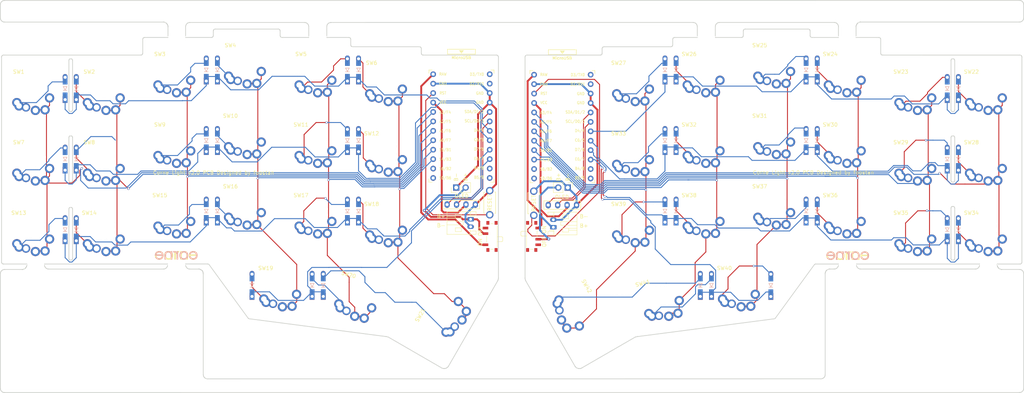
<source format=kicad_pcb>
(kicad_pcb (version 20211014) (generator pcbnew)
  (title_block (title "Corne Light") (date "2020-11-12") (rev "2.0") (company "foostan"))
  (layers (0 "F.Cu" signal) (31 "B.Cu" signal) (34 "B.Paste" user) (35 "F.Paste" user) (36 "B.SilkS" user "B.Silkscreen") (37 "F.SilkS" user "F.Silkscreen") (38 "B.Mask" user) (39 "F.Mask" user) (44 "Edge.Cuts" user))
  (net 0 "")
  (net 1 "row0")
  (net 2 "Net-(D1-Pad2)")
  (net 3 "row1")
  (net 4 "Net-(D2-Pad2)")
  (net 5 "row2")
  (net 6 "Net-(D3-Pad2)")
  (net 7 "row3")
  (net 8 "Net-(D4-Pad2)")
  (net 9 "Net-(D5-Pad2)")
  (net 10 "Net-(D6-Pad2)")
  (net 11 "Net-(D7-Pad2)")
  (net 12 "Net-(D8-Pad2)")
  (net 13 "Net-(D9-Pad2)")
  (net 14 "Net-(D10-Pad2)")
  (net 15 "Net-(D11-Pad2)")
  (net 16 "Net-(D12-Pad2)")
  (net 17 "Net-(D13-Pad2)")
  (net 18 "Net-(D14-Pad2)")
  (net 19 "Net-(D15-Pad2)")
  (net 20 "Net-(D16-Pad2)")
  (net 21 "Net-(D17-Pad2)")
  (net 22 "Net-(D18-Pad2)")
  (net 23 "Net-(D19-Pad2)")
  (net 24 "Net-(D20-Pad2)")
  (net 25 "Net-(D21-Pad2)")
  (net 26 "GND")
  (net 27 "VCC")
  (net 28 "col0")
  (net 29 "col1")
  (net 30 "col2")
  (net 31 "col3")
  (net 32 "col4")
  (net 33 "col5")
  (net 34 "reset")
  (net 35 "SCL")
  (net 36 "SDA")
  (net 37 "Net-(BATJ1-Pad2)")
  (net 38 "+BATT")
  (net 41 "Net-(D22-Pad2)")
  (net 42 "row0_r")
  (net 43 "Net-(D23-Pad2)")
  (net 44 "Net-(D24-Pad2)")
  (net 45 "Net-(D25-Pad2)")
  (net 46 "Net-(D26-Pad2)")
  (net 47 "Net-(D27-Pad2)")
  (net 48 "row1_r")
  (net 49 "Net-(D28-Pad2)")
  (net 50 "Net-(D29-Pad2)")
  (net 51 "Net-(D30-Pad2)")
  (net 52 "Net-(D31-Pad2)")
  (net 53 "Net-(D32-Pad2)")
  (net 54 "Net-(D33-Pad2)")
  (net 55 "row2_r")
  (net 56 "Net-(D34-Pad2)")
  (net 57 "Net-(D35-Pad2)")
  (net 58 "Net-(D36-Pad2)")
  (net 59 "Net-(D37-Pad2)")
  (net 60 "Net-(D38-Pad2)")
  (net 61 "Net-(D39-Pad2)")
  (net 62 "Net-(D40-Pad2)")
  (net 63 "row3_r")
  (net 64 "Net-(D41-Pad2)")
  (net 65 "Net-(D42-Pad2)")
  (net 66 "SDA_r")
  (net 67 "SCL_r")
  (net 68 "reset_r")
  (net 69 "col0_r")
  (net 70 "col1_r")
  (net 71 "col2_r")
  (net 72 "col3_r")
  (net 73 "col4_r")
  (net 74 "col5_r")
  (net 80 "VDD")
  (net 81 "GNDA")
  (net 87 "+BATTA")
  (net 88 "Net-(BATJ3-Pad2)")
  (footprint "kbd:ResetSW_1side" (layer "F.Cu") (at 156.374847 76.817432 -90)
    (fp_text reference "RSW2" hide)
    (fp_text value "SW_PUSH")
  )
  (footprint "gateron-ks27:gateron-ks27-choc-v1-mx" (layer "F.Cu") (at 278.684847 45.920432)
    (fp_text reference "SW22")
    (fp_text value "SW_PUSH")
  )
  (footprint "gateron-ks27:gateron-ks27-choc-v1-mx" (layer "F.Cu") (at 259.684847 45.920432)
    (fp_text reference "SW23")
    (fp_text value "SW_PUSH")
  )
  (footprint "gateron-ks27:gateron-ks27-choc-v1-mx" (layer "F.Cu") (at 240.684847 41.170432)
    (fp_text reference "SW24")
    (fp_text value "SW_PUSH")
  )
  (footprint "gateron-ks27:gateron-ks27-choc-v1-mx" (layer "F.Cu") (at 221.684847 38.795432)
    (fp_text reference "SW25")
    (fp_text value "SW_PUSH")
  )
  (footprint "gateron-ks27:gateron-ks27-choc-v1-mx" (layer "F.Cu") (at 202.684847 41.170432)
    (fp_text reference "SW26")
    (fp_text value "SW_PUSH")
  )
  (footprint "gateron-ks27:gateron-ks27-choc-v1-mx" (layer "F.Cu") (at 183.684847 43.545432)
    (fp_text reference "SW27")
    (fp_text value "SW_PUSH")
  )
  (footprint "gateron-ks27:gateron-ks27-choc-v1-mx" (layer "F.Cu") (at 278.684847 64.920432)
    (fp_text reference "SW28")
    (fp_text value "SW_PUSH")
  )
  (footprint "gateron-ks27:gateron-ks27-choc-v1-mx" (layer "F.Cu") (at 259.684847 64.920432)
    (fp_text reference "SW29")
    (fp_text value "SW_PUSH")
  )
  (footprint "gateron-ks27:gateron-ks27-choc-v1-mx" (layer "F.Cu") (at 240.684847 60.170432)
    (fp_text reference "SW30")
    (fp_text value "SW_PUSH")
  )
  (footprint "gateron-ks27:gateron-ks27-choc-v1-mx" (layer "F.Cu") (at 221.684847 57.795432)
    (fp_text reference "SW31")
    (fp_text value "SW_PUSH")
  )
  (footprint "gateron-ks27:gateron-ks27-choc-v1-mx" (layer "F.Cu") (at 202.684847 60.170432)
    (fp_text reference "SW32")
    (fp_text value "SW_PUSH")
  )
  (footprint "gateron-ks27:gateron-ks27-choc-v1-mx" (layer "F.Cu") (at 183.684847 62.545432)
    (fp_text reference "SW33")
    (fp_text value "SW_PUSH")
  )
  (footprint "gateron-ks27:gateron-ks27-choc-v1-mx" (layer "F.Cu") (at 278.684847 83.920432)
    (fp_text reference "SW34")
    (fp_text value "SW_PUSH")
  )
  (footprint "gateron-ks27:gateron-ks27-choc-v1-mx" (layer "F.Cu") (at 259.684847 83.920432)
    (fp_text reference "SW35")
    (fp_text value "SW_PUSH")
  )
  (footprint "gateron-ks27:gateron-ks27-choc-v1-mx" (layer "F.Cu") (at 240.684847 79.170432)
    (fp_text reference "SW36")
    (fp_text value "SW_PUSH")
  )
  (footprint "gateron-ks27:gateron-ks27-choc-v1-mx" (layer "F.Cu") (at 221.684847 76.795432)
    (fp_text reference "SW37")
    (fp_text value "SW_PUSH")
  )
  (footprint "gateron-ks27:gateron-ks27-choc-v1-mx" (layer "F.Cu") (at 202.684847 79.170432)
    (fp_text reference "SW38")
    (fp_text value "SW_PUSH")
  )
  (footprint "gateron-ks27:gateron-ks27-choc-v1-mx" (layer "F.Cu") (at 212.184847 98.795432)
    (fp_text reference "SW40")
    (fp_text value "SW_PUSH")
  )
  (footprint "gateron-ks27:gateron-ks27-choc-v1-mx" (layer "F.Cu") (at 191.184847 101.545432 15)
    (fp_text reference "SW41")
    (fp_text value "SW_PUSH")
  )
  (footprint "gateron-ks27:gateron-ks27-choc-v1-mx" (layer "F.Cu") (at 183.684847 81.545432)
    (fp_text reference "SW39")
    (fp_text value "SW_PUSH")
  )
  (footprint "kbd:ProMicro_v3" (layer "F.Cu") (at 136.8925 56.56)
    (fp_text reference "U1" hide)
    (fp_text value "ProMicro" hide)
  )
  (footprint "kbd:ProMicro_v3" (layer "F.Cu") (at 164.062847 56.686432)
    (fp_text reference "U2" hide)
    (fp_text value "ProMicro" hide)
  )
  (footprint "gateron-ks27:gateron-ks27-choc-v1-mx" (layer "F.Cu") (at 117.1875 43.545)
    (fp_text reference "SW6")
    (fp_text value "SW_PUSH")
  )
  (footprint "gateron-ks27:gateron-ks27-choc-v1-mx" (layer "F.Cu") (at 98.1875 41.17)
    (fp_text reference "SW5")
    (fp_text value "SW_PUSH")
  )
  (footprint "gateron-ks27:gateron-ks27-choc-v1-mx" (layer "F.Cu") (at 79.1875 38.795)
    (fp_text reference "SW4")
    (fp_text value "SW_PUSH")
  )
  (footprint "gateron-ks27:gateron-ks27-choc-v1-mx" (layer "F.Cu") (at 60.1875 41.17)
    (fp_text reference "SW3")
    (fp_text value "SW_PUSH")
  )
  (footprint "gateron-ks27:gateron-ks27-choc-v1-mx" (layer "F.Cu") (at 41.1875 45.92)
    (fp_text reference "SW2")
    (fp_text value "SW_PUSH")
  )
  (footprint "gateron-ks27:gateron-ks27-choc-v1-mx" (layer "F.Cu") (at 117.1875 81.545)
    (fp_text reference "SW18")
    (fp_text value "SW_PUSH")
  )
  (footprint "gateron-ks27:gateron-ks27-choc-v1-mx-1.5u" (layer "F.Cu") (at 131.9375 105.295 60)
    (fp_text reference "SW21")
    (fp_text value "SW_PUSH")
  )
  (footprint "gateron-ks27:gateron-ks27-choc-v1-mx" (layer "F.Cu") (at 22.1875 83.92)
    (fp_text reference "SW13")
    (fp_text value "SW_PUSH")
  )
  (footprint "gateron-ks27:gateron-ks27-choc-v1-mx" (layer "F.Cu") (at 109.6875 101.545 -15)
    (fp_text reference "SW20")
    (fp_text value "SW_PUSH")
  )
  (footprint "gateron-ks27:gateron-ks27-choc-v1-mx" (layer "F.Cu") (at 88.6875 98.795)
    (fp_text reference "SW19")
    (fp_text value "SW_PUSH")
  )
  (footprint "gateron-ks27:gateron-ks27-choc-v1-mx" (layer "F.Cu") (at 98.1875 79.17)
    (fp_text reference "SW17")
    (fp_text value "SW_PUSH")
  )
  (footprint "gateron-ks27:gateron-ks27-choc-v1-mx" (layer "F.Cu") (at 79.1875 76.795)
    (fp_text reference "SW16")
    (fp_text value "SW_PUSH")
  )
  (footprint "gateron-ks27:gateron-ks27-choc-v1-mx" (layer "F.Cu") (at 60.1875 79.17)
    (fp_text reference "SW15")
    (fp_text value "SW_PUSH")
  )
  (footprint "gateron-ks27:gateron-ks27-choc-v1-mx" (layer "F.Cu") (at 41.1875 83.92)
    (fp_text reference "SW14")
    (fp_text value "SW_PUSH")
  )
  (footprint "gateron-ks27:gateron-ks27-choc-v1-mx" (layer "F.Cu") (at 117.1875 62.545)
    (fp_text reference "SW12")
    (fp_text value "SW_PUSH")
  )
  (footprint "gateron-ks27:gateron-ks27-choc-v1-mx" (layer "F.Cu") (at 98.1875 60.17)
    (fp_text reference "SW11")
    (fp_text value "SW_PUSH")
  )
  (footprint "gateron-ks27:gateron-ks27-choc-v1-mx" (layer "F.Cu") (at 79.1875 57.795)
    (fp_text reference "SW10")
    (fp_text value "SW_PUSH")
  )
  (footprint "gateron-ks27:gateron-ks27-choc-v1-mx" (layer "F.Cu") (at 60.1875 60.17)
    (fp_text reference "SW9")
    (fp_text value "SW_PUSH")
  )
  (footprint "gateron-ks27:gateron-ks27-choc-v1-mx" (layer "F.Cu") (at 41.1875 64.92)
    (fp_text reference "SW8")
    (fp_text value "SW_PUSH")
  )
  (footprint "gateron-ks27:gateron-ks27-choc-v1-mx" (layer "F.Cu") (at 22.1875 64.92)
    (fp_text reference "SW7")
    (fp_text value "SW_PUSH")
  )
  (footprint "gateron-ks27:gateron-ks27-choc-v1-mx" (layer "F.Cu") (at 22.1875 45.92)
    (fp_text reference "SW1")
    (fp_text value "SW_PUSH")
  )
  (footprint "kbd:thread_m2" (layer "F.Cu") (at 156.330847 93.085432)
    (fp_text reference "Ref**" hide)
    (fp_text value "Val**" hide)
  )
  (footprint "kbd:thread_m2" (layer "F.Cu") (at 170.889847 84.542432)
    (fp_text reference "Ref**" hide)
    (fp_text value "Val**" hide)
  )
  (footprint "gateron-ks27:gateron-ks27-choc-v1-mx-1.5u" (layer "F.Cu") (at 168.934847 105.295432 -60)
    (fp_text reference "SW42")
    (fp_text value "SW_PUSH")
  )
  (footprint "kbd:OLED_1side" (layer "F.Cu") (at 133.0285 77.168)
    (fp_text reference "J2")
    (fp_text value "OLED" hide)
  )
  (footprint "kbd:ResetSW_1side" (layer "F.Cu") (at 144.5045 76.671 -90)
    (fp_text reference "RSW1" hide)
    (fp_text value "SW_PUSH")
  )
  (footprint "kbd:Breakaway_Tabs" (layer "F.Cu") (at 22.19625 93.38)
    (fp_text reference "J5")
    (fp_text value "Breakaway_Tabs")
  )
  (footprint "kbd:Breakaway_Tabs" (layer "F.Cu") (at 60.1845 93.38)
    (fp_text reference "J5")
    (fp_text value "Breakaway_Tabs")
  )
  (footprint "kbd:Breakaway_Tabs" (layer "F.Cu") (at 60.2875 31.97)
    (fp_text reference "J5")
    (fp_text value "Breakaway_Tabs")
  )
  (footprint "kbd:Breakaway_Tabs" (layer "F.Cu") (at 98.2575 31.97)
    (fp_text reference "J5")
    (fp_text value "Breakaway_Tabs")
  )
  (footprint "kbd:Breakaway_Tabs" (layer "F.Cu") (at 202.7775 31.98)
    (fp_text reference "J5")
    (fp_text value "Breakaway_Tabs")
  )
  (footprint "kbd:Breakaway_Tabs" (layer "F.Cu") (at 240.7975 31.97)
    (fp_text reference "J5")
    (fp_text value "Breakaway_Tabs")
  )
  (footprint "kbd:Breakaway_Tabs" (layer "F.Cu") (at 278.8275 93.39)
    (fp_text reference "J5")
    (fp_text value "Breakaway_Tabs")
  )
  (footprint "kbd:Breakaway_Tabs" (layer "F.Cu") (at 240.8275 93.39)
    (fp_text reference "J5")
    (fp_text value "Breakaway_Tabs")
  )
  (footprint "kbd:OLED_1side" (layer "F.Cu") (at 160.2575 77.31)
    (fp_text reference "J7")
    (fp_text value "OLED" hide)
  )
  (footprint "kbd:corne-logo-horizontal" (layer "F.Cu") (at 60.2175 90.93)
    (fp_text reference "G***" hide)
    (fp_text value "LOGO" hide)
  )
  (footprint "kbd:corne-logo-horizontal" (layer "F.Cu") (at 240.9975 91.01)
    (fp_text reference "G***" hide)
    (fp_text value "LOGO" hide)
  )
  (footprint "Button_Switch_SMD:SW_SPDT_PCM12" (layer "F.Cu") (at 156.1325 85.745 -90)
    (fp_text reference "PSW2" hide)
    (fp_text value "SW_SPST")
  )
  (footprint "Connector_JST:JST_PH_S2B-PH-K_1x02_P2.00mm_Horizontal" (layer "F.Cu") (at 161.6375 83.27 90)
    (fp_text reference "BATJ4" hide)
    (fp_text value "Conn_01x02_Female")
  )
  (footprint "Connector_PinHeader_2.54mm:PinHeader_1x02_P2.54mm_Vertical" (layer "F.Cu") (at 165.5125 72.595 -90)
    (fp_text reference "BATJ3")
    (fp_text value "Conn_01x02_Female")
  )
  (footprint "Connector_PinHeader_2.54mm:PinHeader_1x02_P2.54mm_Vertical" (layer "F.Cu") (at 135.4725 72.595 90)
    (fp_text reference "BATJ1")
    (fp_text value "Conn_01x02_Female")
  )
  (footprint "Button_Switch_SMD:SW_SPDT_PCM12" (layer "F.Cu") (at 144.7875 85.745 90)
    (fp_text reference "PSW1" hide)
    (fp_text value "SW_SPST")
  )
  (footprint "Connector_JST:JST_PH_S2B-PH-K_1x02_P2.00mm_Horizontal" (layer "F.Cu") (at 139.3625 81.145 -90)
    (fp_text reference "BATJ2" hide)
    (fp_text value "Conn_01x02_Female")
  )
  (footprint "kbd:D3_TH_SMD_v2" (layer "B.Cu") (at 270.684847 83.920432 90)
    (fp_text reference "D34" hide)
    (fp_text value "D" hide)
  )
  (footprint "kbd:D3_TH_SMD_v2" (layer "B.Cu") (at 232.684847 78.920432 90)
    (fp_text reference "D36" hide)
    (fp_text value "D" hide)
  )
  (footprint "kbd:D3_TH_SMD_v2" (layer "B.Cu") (at 229.684847 78.915432 90)
    (fp_text reference "D37" hide)
    (fp_text value "D" hide)
  )
  (footprint "kbd:D3_TH_SMD_v2" (layer "B.Cu") (at 194.684847 78.920432 90)
    (fp_text reference "D38" hide)
    (fp_text value "D" hide)
  )
  (footprint "kbd:D3_TH_SMD_v2" (layer "B.Cu") (at 191.684847 78.920432 90)
    (fp_text reference "D39" hide)
    (fp_text value "D" hide)
  )
  (footprint "kbd:D3_TH_SMD_v2" (layer "B.Cu") (at 220.184847 98.930432 90)
    (fp_text reference "D40" hide)
    (fp_text value "D" hide)
  )
  (footprint "kbd:D3_TH_SMD_v2" (layer "B.Cu") (at 204.194847 98.915432 90)
    (fp_text reference "D41" hide)
    (fp_text value "D" hide)
  )
  (footprint "kbd:D3_TH_SMD_v2" (layer "B.Cu") (at 201.194847 98.915432 90)
    (fp_text reference "D42" hide)
    (fp_text value "D" hide)
  )
  (footprint "kbd:D3_TH_SMD_v2" (layer "B.Cu") (at 270.684847 45.920432 90)
    (fp_text reference "D22" hide)
    (fp_text value "D" hide)
  )
  (footprint "kbd:D3_TH_SMD_v2" (layer "B.Cu") (at 267.684847 45.920432 90)
    (fp_text reference "D23" hide)
    (fp_text value "D" hide)
  )
  (footprint "kbd:D3_TH_SMD_v2" (layer "B.Cu") (at 232.684847 40.920432 90)
    (fp_text reference "D24" hide)
    (fp_text value "D" hide)
  )
  (footprint "kbd:D3_TH_SMD_v2" (layer "B.Cu") (at 229.684847 40.915432 90)
    (fp_text reference "D25" hide)
    (fp_text value "D" hide)
  )
  (footprint "kbd:D3_TH_SMD_v2" (layer "B.Cu") (at 194.684847 40.920432 90)
    (fp_text reference "D26" hide)
    (fp_text value "D" hide)
  )
  (footprint "kbd:D3_TH_SMD_v2" (layer "B.Cu") (at 191.684847 40.920432 90)
    (fp_text reference "D27" hide)
    (fp_text value "D" hide)
  )
  (footprint "kbd:D3_TH_SMD_v2" (layer "B.Cu") (at 270.684847 64.920432 90)
    (fp_text reference "D28" hide)
    (fp_text value "D" hide)
  )
  (footprint "kbd:D3_TH_SMD_v2" (layer "B.Cu") (at 267.684847 64.920432 90)
    (fp_text reference "D29" hide)
    (fp_text value "D" hide)
  )
  (footprint "kbd:D3_TH_SMD_v2" (layer "B.Cu") (at 232.684847 59.920432 90)
    (fp_text reference "D30" hide)
    (fp_text value "D" hide)
  )
  (footprint "kbd:D3_TH_SMD_v2" (layer "B.Cu") (at 229.684847 59.915432 90)
    (fp_text reference "D31" hide)
    (fp_text value "D" hide)
  )
  (footprint "kbd:D3_TH_SMD_v2" (layer "B.Cu") (at 194.684847 59.920432 90)
    (fp_text reference "D32" hide)
    (fp_text value "D" hide)
  )
  (footprint "kbd:D3_TH_SMD_v2" (layer "B.Cu") (at 33.1875 83.92 90)
    (fp_text reference "D14" hide)
    (fp_text value "D" hide)
  )
  (footprint "kbd:D3_TH_SMD_v2" (layer "B.Cu") (at 33.1875 64.92 90)
    (fp_text reference "D8" hide)
    (fp_text value "D" hide)
  )
  (footprint "kbd:D3_TH_SMD_v2" (layer "B.Cu") (at 33.1875 45.92 90)
    (fp_text reference "D2" hide)
    (fp_text value "D" hide)
  )
  (footprint "kbd:D3_TH_SMD_v2" (layer "B.Cu") (at 191.684847 59.920432 90)
    (fp_text reference "D33" hide)
    (fp_text value "D" hide)
  )
  (footprint "kbd:D3_TH_SMD_v2" (layer "B.Cu") (at 99.6875 98.905 90)
    (fp_text reference "D21" hide)
    (fp_text value "D" hide)
  )
  (footprint "kbd:D3_TH_SMD_v2" (layer "B.Cu") (at 96.6875 98.905 90)
    (fp_text reference "D20" hide)
    (fp_text value "D" hide)
  )
  (footprint "kbd:D3_TH_SMD_v2" (layer "B.Cu") (at 80.5075 98.91 90)
    (fp_text reference "D19" hide)
    (fp_text value "D" hide)
  )
  (footprint "kbd:D3_TH_SMD_v2" (layer "B.Cu") (at 109.1875 78.92 90)
    (fp_text reference "D18" hide)
    (fp_text value "D" hide)
  )
  (footprint "kbd:D3_TH_SMD_v2" (layer "B.Cu") (at 106.1875 78.92 90)
    (fp_text reference "D17" hide)
    (fp_text value "D" hide)
  )
  (footprint "kbd:D3_TH_SMD_v2" (layer "B.Cu") (at 71.1875 78.915 90)
    (fp_text reference "D16" hide)
    (fp_text value "D" hide)
  )
  (footprint "kbd:D3_TH_SMD_v2" (layer "B.Cu") (at 68.1875 78.92 90)
    (fp_text reference "D15" hide)
    (fp_text value "D" hide)
  )
  (footprint "kbd:D3_TH_SMD_v2" (layer "B.Cu") (at 30.1875 83.916875 90)
    (fp_text reference "D13" hide)
    (fp_text value "D" hide)
  )
  (footprint "kbd:D3_TH_SMD_v2" (layer "B.Cu") (at 109.1875 59.92 90)
    (fp_text reference "D12" hide)
    (fp_text value "D" hide)
  )
  (footprint "kbd:D3_TH_SMD_v2" (layer "B.Cu") (at 106.1875 59.92 90)
    (fp_text reference "D11" hide)
    (fp_text value "D" hide)
  )
  (footprint "kbd:D3_TH_SMD_v2" (layer "B.Cu") (at 71.1875 59.915 90)
    (fp_text reference "D10" hide)
    (fp_text value "D" hide)
  )
  (footprint "kbd:D3_TH_SMD_v2" (layer "B.Cu") (at 68.1875 59.92 90)
    (fp_text reference "D9" hide)
    (fp_text value "D" hide)
  )
  (footprint "kbd:D3_TH_SMD_v2" (layer "B.Cu") (at 30.1875 64.916875 90)
    (fp_text reference "D7" hide)
    (fp_text value "D" hide)
  )
  (footprint "kbd:D3_TH_SMD_v2" (layer "B.Cu") (at 109.1875 40.92 90)
    (fp_text reference "D6" hide)
    (fp_text value "D" hide)
  )
  (footprint "kbd:D3_TH_SMD_v2" (layer "B.Cu") (at 106.1875 40.92 90)
    (fp_text reference "D5" hide)
    (fp_text value "D" hide)
  )
  (footprint "kbd:D3_TH_SMD_v2" (layer "B.Cu") (at 71.1875 40.915 90)
    (fp_text reference "D4" hide)
    (fp_text value "D" hide)
  )
  (footprint "kbd:D3_TH_SMD_v2" (layer "B.Cu") (at 68.1875 40.92 90)
    (fp_text reference "D3" hide)
    (fp_text value "D" hide)
  )
  (footprint "kbd:D3_TH_SMD_v2" (layer "B.Cu") (at 30.1875 45.916875 90)
    (fp_text reference "D1" hide)
    (fp_text value "D" hide)
  )
  (footprint "kbd:D3_TH_SMD_v2" (layer "B.Cu") (at 267.684847 83.920432 90)
    (fp_text reference "D35" hide)
    (fp_text value "D" hide)
  )
  (footprint "kbd:spacer_m2" (layer "B.Cu") (at 31.6955 74.4205 180)
    (fp_text reference "Ref**" hide)
    (fp_text value "Val**" hide)
  )
  (footprint "kbd:spacer_m2" (layer "B.Cu") (at 107.6505 51.9305 180)
    (fp_text reference "Ref**" hide)
    (fp_text value "Val**" hide)
  )
  (footprint "kbd:spacer_m2" (layer "B.Cu") (at 31.6955 55.4205 180)
    (fp_text reference "Ref**" hide)
    (fp_text value "Val**" hide)
  )
  (footprint "kbd:spacer_m2" (layer "B.Cu") (at 74.8395 91.6855 180)
    (fp_text reference "Ref**" hide)
    (fp_text value "Val**" hide)
  )
  (footprint "kbd:spacer_m2" (layer "B.Cu") (at 121.4055 99.3 180)
    (fp_text reference "Ref**" hide)
    (fp_text value "Val**" hide)
  )
  (footprint "kbd:thread_m2" (layer "B.Cu") (at 129.9445 84.419 180)
    (fp_text reference "Ref**" hide)
    (fp_text value "Val**" hide)
  )
  (footprint "kbd:thread_m2" (layer "B.Cu") (at 144.3765 92.94 180)
    (fp_text reference "Ref**" hide)
    (fp_text value "Val**" hide)
  )
  (footprint "kbd:spacer_m2" (layer "B.Cu") (at 193.235847 51.936932 180)
    (fp_text reference "Ref**" hide)
    (fp_text value "Val**" hide)
  )
  (footprint "kbd:spacer_m2" (layer "B.Cu") (at 179.485847 99.446932 180)
    (fp_text reference "Ref**" hide)
    (fp_text value "Val**" hide)
  )
  (footprint "kbd:spacer_m2" (layer "B.Cu") (at 226.055847 91.696932 180)
    (fp_text reference "Ref**" hide)
    (fp_text value "Val**" hide)
  )
  (footprint "kbd:spacer_m2" (layer "B.Cu") (at 269.195847 55.426932 180)
    (fp_text reference "Ref**" hide)
    (fp_text value "Val**" hide)
  )
  (footprint "kbd:spacer_m2" (layer "B.Cu") (at 269.195847 74.426932 180)
    (fp_text reference "Ref**" hide)
    (fp_text value "Val**" hide)
  )
  (footprint "kbd:corne-logo-horizontal" (layer "B.Cu") (at 59.9875 90.93 180)
    (fp_text reference "G***" hide)
    (fp_text value "LOGO" hide)
  )
  (footprint "kbd:corne-logo-horizontal" (layer "B.Cu") (at 240.7675 91.01 180)
    (fp_text reference "G***" hide)
    (fp_text value "LOGO" hide)
  )
  (footprint "kbd:spacer_m2" (layer "B.Cu") (at 50.7125 74.445 180)
    (fp_text reference "Ref**" hide)
    (fp_text value "Val**" hide)
  )
  (footprint "kbd:spacer_m2" (layer "B.Cu") (at 50.7125 55.445 180)
    (fp_text reference "Ref**" hide)
    (fp_text value "Val**" hide)
  )
  (footprint "kbd:spacer_m2" (layer "B.Cu") (at 250.2125 74.426932 180)
    (fp_text reference "Ref**" hide)
    (fp_text value "Val**" hide)
  )
  (footprint "kbd:spacer_m2" (layer "B.Cu") (at 250.2125 55.426932 180)
    (fp_text reference "Ref**" hide)
    (fp_text value "Val**" hide)
  )
  (gr_line (start 31.1975 51.66) (end 31.1975 38.41) (layer "Edge.Cuts") (width 0.2))
  (gr_line (start 32.1975 59.16) (end 32.1975 70.66) (layer "Edge.Cuts") (width 0.2))
  (gr_line (start 31.47875 37.94125) (end 31.6975 37.91) (layer "Edge.Cuts") (width 0.2))
  (gr_line (start 31.885 37.94125) (end 31.6975 37.91) (layer "Edge.Cuts") (width 0.2))
  (gr_line (start 31.22875 38.2225) (end 31.3225 38.035) (layer "Edge.Cuts") (width 0.2))
  (gr_line (start 31.22875 38.2225) (end 31.1975 38.41) (layer "Edge.Cuts") (width 0.2))
  (gr_line (start 32.16625 38.2225) (end 32.0725 38.035) (layer "Edge.Cuts") (width 0.2))
  (gr_line (start 32.1975 38.41) (end 32.16625 38.2225) (layer "Edge.Cuts") (width 0.2))
  (gr_line (start 31.51 52.12875) (end 31.6975 52.16) (layer "Edge.Cuts") (width 0.2))
  (gr_line (start 31.22875 51.8475) (end 31.3225 52.035) (layer "Edge.Cuts") (width 0.2))
  (gr_line (start 31.1975 51.66) (end 31.22875 51.8475) (layer "Edge.Cuts") (width 0.2))
  (gr_line (start 32.16625 51.8475) (end 32.1975 51.66) (layer "Edge.Cuts") (width 0.2))
  (gr_line (start 31.91625 52.12875) (end 32.0725 52.035) (layer "Edge.Cuts") (width 0.2))
  (gr_line (start 32.16625 51.8475) (end 32.0725 52.035) (layer "Edge.Cuts") (width 0.2))
  (gr_line (start 31.91625 52.12875) (end 31.6975 52.16) (layer "Edge.Cuts") (width 0.2))
  (gr_line (start 31.3225 52.035) (end 31.51 52.12875) (layer "Edge.Cuts") (width 0.2))
  (gr_line (start 31.885 58.69125) (end 31.6975 58.66) (layer "Edge.Cuts") (width 0.2))
  (gr_line (start 32.16625 58.9725) (end 32.0725 58.785) (layer "Edge.Cuts") (width 0.2))
  (gr_line (start 32.1975 59.16) (end 32.16625 58.9725) (layer "Edge.Cuts") (width 0.2))
  (gr_line (start 31.22875 58.9725) (end 31.1975 59.16) (layer "Edge.Cuts") (width 0.2))
  (gr_line (start 31.47875 58.69125) (end 31.3225 58.785) (layer "Edge.Cuts") (width 0.2))
  (gr_line (start 31.22875 58.9725) (end 31.3225 58.785) (layer "Edge.Cuts") (width 0.2))
  (gr_line (start 31.47875 58.69125) (end 31.6975 58.66) (layer "Edge.Cuts") (width 0.2))
  (gr_line (start 32.0725 58.785) (end 31.885 58.69125) (layer "Edge.Cuts") (width 0.2))
  (gr_line (start 31.51 71.12875) (end 31.6975 71.16) (layer "Edge.Cuts") (width 0.2))
  (gr_line (start 32.16625 70.8475) (end 32.1975 70.66) (layer "Edge.Cuts") (width 0.2))
  (gr_line (start 32.16625 70.8475) (end 32.0725 71.035) (layer "Edge.Cuts") (width 0.2))
  (gr_line (start 31.22875 70.8475) (end 31.3225 71.035) (layer "Edge.Cuts") (width 0.2))
  (gr_line (start 31.91625 71.12875) (end 32.0725 71.035) (layer "Edge.Cuts") (width 0.2))
  (gr_line (start 31.3225 71.035) (end 31.51 71.12875) (layer "Edge.Cuts") (width 0.2))
  (gr_line (start 31.91625 71.12875) (end 31.6975 71.16) (layer "Edge.Cuts") (width 0.2))
  (gr_line (start 31.1975 70.66) (end 31.22875 70.8475) (layer "Edge.Cuts") (width 0.2))
  (gr_line (start 31.47875 77.94125) (end 31.3225 78.035) (layer "Edge.Cuts") (width 0.2))
  (gr_line (start 31.22875 78.2225) (end 31.3225 78.035) (layer "Edge.Cuts") (width 0.2))
  (gr_line (start 32.16625 78.2225) (end 32.0725 78.035) (layer "Edge.Cuts") (width 0.2))
  (gr_line (start 31.885 77.94125) (end 31.6975 77.91) (layer "Edge.Cuts") (width 0.2))
  (gr_line (start 32.0725 78.035) (end 31.885 77.94125) (layer "Edge.Cuts") (width 0.2))
  (gr_line (start 31.22875 78.2225) (end 31.1975 78.41) (layer "Edge.Cuts") (width 0.2))
  (gr_line (start 32.1975 78.41) (end 32.16625 78.2225) (layer "Edge.Cuts") (width 0.2))
  (gr_line (start 31.47875 77.94125) (end 31.6975 77.91) (layer "Edge.Cuts") (width 0.2))
  (gr_line (start 32.16625 91.8475) (end 32.1975 91.66) (layer "Edge.Cuts") (width 0.2))
  (gr_line (start 31.91625 92.12875) (end 32.0725 92.035) (layer "Edge.Cuts") (width 0.2))
  (gr_line (start 31.91625 92.12875) (end 31.6975 92.16) (layer "Edge.Cuts") (width 0.2))
  (gr_line (start 32.16625 91.8475) (end 32.0725 92.035) (layer "Edge.Cuts") (width 0.2))
  (gr_line (start 31.1975 91.66) (end 31.22875 91.8475) (layer "Edge.Cuts") (width 0.2))
  (gr_line (start 31.22875 91.8475) (end 31.3225 92.035) (layer "Edge.Cuts") (width 0.2))
  (gr_line (start 31.51 92.12875) (end 31.6975 92.16) (layer "Edge.Cuts") (width 0.2))
  (gr_line (start 31.3225 92.035) (end 31.51 92.12875) (layer "Edge.Cuts") (width 0.2))
  (gr_line (start 269.385 37.94125) (end 269.1975 37.91) (layer "Edge.Cuts") (width 0.2))
  (gr_line (start 269.66625 38.2225) (end 269.5725 38.035) (layer "Edge.Cuts") (width 0.2))
  (gr_line (start 269.6975 38.41) (end 269.66625 38.2225) (layer "Edge.Cuts") (width 0.2))
  (gr_line (start 268.72875 38.2225) (end 268.6975 38.41) (layer "Edge.Cuts") (width 0.2))
  (gr_line (start 268.97875 37.94125) (end 268.8225 38.035) (layer "Edge.Cuts") (width 0.2))
  (gr_line (start 268.72875 38.2225) (end 268.8225 38.035) (layer "Edge.Cuts") (width 0.2))
  (gr_line (start 268.97875 37.94125) (end 269.1975 37.91) (layer "Edge.Cuts") (width 0.2))
  (gr_line (start 269.5725 38.035) (end 269.385 37.94125) (layer "Edge.Cuts") (width 0.2))
  (gr_line (start 269.66625 51.8475) (end 269.5725 52.035) (layer "Edge.Cuts") (width 0.2))
  (gr_line (start 269.41625 52.12875) (end 269.5725 52.035) (layer "Edge.Cuts") (width 0.2))
  (gr_line (start 268.72875 51.8475) (end 268.8225 52.035) (layer "Edge.Cuts") (width 0.2))
  (gr_line (start 269.01 52.12875) (end 269.1975 52.16) (layer "Edge.Cuts") (width 0.2))
  (gr_line (start 269.41625 52.12875) (end 269.1975 52.16) (layer "Edge.Cuts") (width 0.2))
  (gr_line (start 269.66625 51.8475) (end 269.6975 51.66) (layer "Edge.Cuts") (width 0.2))
  (gr_line (start 268.8225 52.035) (end 269.01 52.12875) (layer "Edge.Cuts") (width 0.2))
  (gr_line (start 268.6975 51.66) (end 268.72875 51.8475) (layer "Edge.Cuts") (width 0.2))
  (gr_line (start 268.97875 58.69125) (end 269.1975 58.66) (layer "Edge.Cuts") (width 0.2))
  (gr_line (start 268.72875 58.9725) (end 268.6975 59.16) (layer "Edge.Cuts") (width 0.2))
  (gr_line (start 269.5725 58.785) (end 269.385 58.69125) (layer "Edge.Cuts") (width 0.2))
  (gr_line (start 269.66625 58.9725) (end 269.5725 58.785) (layer "Edge.Cuts") (width 0.2))
  (gr_line (start 269.385 58.69125) (end 269.1975 58.66) (layer "Edge.Cuts") (width 0.2))
  (gr_line (start 268.97875 58.69125) (end 268.8225 58.785) (layer "Edge.Cuts") (width 0.2))
  (gr_line (start 268.72875 58.9725) (end 268.8225 58.785) (layer "Edge.Cuts") (width 0.2))
  (gr_line (start 269.6975 59.16) (end 269.66625 58.9725) (layer "Edge.Cuts") (width 0.2))
  (gr_line (start 269.41625 71.12875) (end 269.1975 71.16) (layer "Edge.Cuts") (width 0.2))
  (gr_line (start 269.66625 70.8475) (end 269.6975 70.66) (layer "Edge.Cuts") (width 0.2))
  (gr_line (start 268.6975 70.66) (end 268.72875 70.8475) (layer "Edge.Cuts") (width 0.2))
  (gr_line (start 269.41625 71.12875) (end 269.5725 71.035) (layer "Edge.Cuts") (width 0.2))
  (gr_line (start 269.01 71.12875) (end 269.1975 71.16) (layer "Edge.Cuts") (width 0.2))
  (gr_line (start 269.66625 70.8475) (end 269.5725 71.035) (layer "Edge.Cuts") (width 0.2))
  (gr_line (start 268.8225 71.035) (end 269.01 71.12875) (layer "Edge.Cuts") (width 0.2))
  (gr_line (start 268.72875 70.8475) (end 268.8225 71.035) (layer "Edge.Cuts") (width 0.2))
  (gr_line (start 269.66625 77.9725) (end 269.5725 77.785) (layer "Edge.Cuts") (width 0.2))
  (gr_line (start 268.72875 77.9725) (end 268.8225 77.785) (layer "Edge.Cuts") (width 0.2))
  (gr_line (start 269.5725 77.785) (end 269.385 77.69125) (layer "Edge.Cuts") (width 0.2))
  (gr_line (start 268.72875 77.9725) (end 268.6975 78.16) (layer "Edge.Cuts") (width 0.2))
  (gr_line (start 268.97875 77.69125) (end 268.8225 77.785) (layer "Edge.Cuts") (width 0.2))
  (gr_line (start 269.385 77.69125) (end 269.1975 77.66) (layer "Edge.Cuts") (width 0.2))
  (gr_line (start 269.6975 78.16) (end 269.66625 77.9725) (layer "Edge.Cuts") (width 0.2))
  (gr_line (start 268.97875 77.69125) (end 269.1975 77.66) (layer "Edge.Cuts") (width 0.2))
  (gr_line (start 268.6975 91.66) (end 268.72875 91.8475) (layer "Edge.Cuts") (width 0.2))
  (gr_line (start 269.41625 92.12875) (end 269.1975 92.16) (layer "Edge.Cuts") (width 0.2))
  (gr_line (start 269.01 92.12875) (end 269.1975 92.16) (layer "Edge.Cuts") (width 0.2))
  (gr_line (start 269.66625 91.8475) (end 269.5725 92.035) (layer "Edge.Cuts") (width 0.2))
  (gr_line (start 268.8225 92.035) (end 269.01 92.12875) (layer "Edge.Cuts") (width 0.2))
  (gr_line (start 268.72875 91.8475) (end 268.8225 92.035) (layer "Edge.Cuts") (width 0.2))
  (gr_line (start 269.66625 91.8475) (end 269.6975 91.66) (layer "Edge.Cuts") (width 0.2))
  (gr_line (start 269.41625 92.12875) (end 269.5725 92.035) (layer "Edge.Cuts") (width 0.2))
  (gr_line (start 287.761114 27.841367) (end 287.933833 27.699127) (layer "Edge.Cuts") (width 0.2))
  (gr_line (start 19.674538 94.092121) (end 19.671998 94.094661) (layer "Edge.Cuts") (width 0.2))
  (gr_line (start 57.853241 29.027545) (end 57.855781 29.027545) (layer "Edge.Cuts") (width 0.2))
  (gr_line (start 237.248183 28.136006) (end 206.377054 28.136006) (layer "Edge.Cuts") (width 0.2))
  (gr_line (start 57.782121 28.798946) (end 57.782121 28.798946) (layer "Edge.Cuts") (width 0.2))
  (gr_line (start 13.283905 37.031077) (end 13.184845 37.132677) (layer "Edge.Cuts") (width 0.2))
  (gr_line (start 57.784661 28.801486) (end 57.787201 28.806566) (layer "Edge.Cuts") (width 0.2))
  (gr_line (start 95.445203 28.473826) (end 95.272484 28.334126) (layer "Edge.Cuts") (width 0.2))
  (gr_line (start 62.630976 93.406322) (end 62.630976 93.411402) (layer "Edge.Cuts") (width 0.2))
  (gr_line (start 243.161298 29.037705) (end 243.161298 29.037705) (layer "Edge.Cuts") (width 0.2))
  (gr_line (start 234.804706 123.167472) (end 234.825026 122.943953) (layer "Edge.Cuts") (width 0.2))
  (gr_line (start 12.946085 22.715652) (end 12.841945 22.911231) (layer "Edge.Cuts") (width 0.2))
  (gr_line (start 18.653459 94.643301) (end 18.650919 94.643301) (layer "Edge.Cuts") (width 0.2))
  (gr_line (start 88.185891 31.981562) (end 88.284951 32.080622) (layer "Edge.Cuts") (width 0.2))
  (gr_line (start 18.645839 94.643301) (end 13.893504 94.643301) (layer "Edge.Cuts") (width 0.2))
  (gr_line (start 57.279201 94.348661) (end 57.449381 94.208961) (layer "Edge.Cuts") (width 0.2))
  (gr_line (start 18.892219 94.617901) (end 18.887139 94.617901) (layer "Edge.Cuts") (width 0.2))
  (gr_line (start 79.481319 107.782708) (end 79.595619 107.869068) (layer "Edge.Cuts") (width 0.2))
  (gr_line (start 234.825026 95.768519) (end 234.825026 95.768519) (layer "Edge.Cuts") (width 0.2))
  (gr_line (start 107.113952 34.35138) (end 107.185072 34.48092) (layer "Edge.Cuts") (width 0.2))
  (gr_line (start 19.875198 93.180262) (end 19.880278 93.408862) (layer "Edge.Cuts") (width 0.2))
  (gr_line (start 66.616232 94.638221) (end 66.618772 94.638221) (layer "Edge.Cuts") (width 0.2))
  (gr_line (start 19.857418 93.642542) (end 19.857418 93.642542) (layer "Edge.Cuts") (width 0.2))
  (gr_line (start 231.274109 32.184762) (end 238.386102 32.184762) (layer "Edge.Cuts") (width 0.2))
  (gr_line (start 287.756034 94.82618) (end 287.557914 94.72204) (layer "Edge.Cuts") (width 0.2))
  (gr_line (start 94.863544 28.166486) (end 94.640024 28.143626) (layer "Edge.Cuts") (width 0.2))
  (gr_line (start 249.673851 32.387962) (end 249.744971 32.520042) (layer "Edge.Cuts") (width 0.2))
  (gr_line (start 169.40485 121.097374) (end 169.277851 121.173574) (layer "Edge.Cuts") (width 0.2))
  (gr_line (start 67.281711 95.29862) (end 67.284251 95.30116) (layer "Edge.Cuts") (width 0.2))
  (gr_line (start 205.935094 28.224906) (end 205.739515 28.329046) (layer "Edge.Cuts") (width 0.2))
  (gr_line (start 243.161298 29.037705) (end 243.161298 29.037705) (layer "Edge.Cuts") (width 0.2))
  (gr_line (start 101.769797 28.143626) (end 101.762177 28.143626) (layer "Edge.Cuts") (width 0.2))
  (gr_line (start 13.184845 37.132677) (end 13.113725 37.262217) (layer "Edge.Cuts") (width 0.2))
  (gr_line (start 234.847886 95.53484) (end 234.850426 95.5323) (layer "Edge.Cuts") (width 0.2))
  (gr_line (start 19.128439 94.544241) (end 19.128439 94.544241) (layer "Edge.Cuts") (width 0.2))
  (gr_line (start 236.051845 94.534081) (end 236.051845 94.534081) (layer "Edge.Cuts") (width 0.2))
  (gr_line (start 237.685063 28.222366) (end 237.471703 28.156326) (layer "Edge.Cuts") (width 0.2))
  (gr_line (start 288.238633 95.545) (end 288.172593 95.33164) (layer "Edge.Cuts") (width 0.2))
  (gr_line (start 243.161298 29.037705) (end 243.161298 29.032625) (layer "Edge.Cuts") (width 0.2))
  (gr_line (start 243.240037 93.396162) (end 243.240037 93.403782) (layer "Edge.Cuts") (width 0.2))
  (gr_line (start 221.114119 107.930027) (end 221.022679 107.937647) (layer "Edge.Cuts") (width 0.2))
  (gr_line (start 70.113808 30.261984) (end 70.085868 30.429624) (layer "Edge.Cuts") (width 0.2))
  (gr_line (start 230.87279 31.986642) (end 230.80167 31.854563) (layer "Edge.Cuts") (width 0.2))
  (gr_line (start 281.35016 94.089581) (end 281.34762 94.084501) (layer "Edge.Cuts") (width 0.2))
  (gr_line (start 234.494826 123.749132) (end 234.637066 123.576412) (layer "Edge.Cuts") (width 0.2))
  (gr_line (start 287.273434 36.937098) (end 287.443614 36.967578) (layer "Edge.Cuts") (width 0.2))
  (gr_line (start 50.886027 36.830418) (end 50.985087 36.728818) (layer "Edge.Cuts") (width 0.2))
  (gr_line (start 95.272484 28.334126) (end 95.076904 28.229986) (layer "Edge.Cuts") (width 0.2))
  (gr_line (start 235.376205 94.7449) (end 235.579405 94.633141) (layer "Edge.Cuts") (width 0.2))
  (gr_line (start 169.277851 121.173574) (end 169.140691 121.237074) (layer "Edge.Cuts") (width 0.2))
  (gr_line (start 282.140099 94.612821) (end 282.140099 94.612821) (layer "Edge.Cuts") (width 0.2))
  (gr_line (start 12.778445 126.886029) (end 12.844485 127.096849) (layer "Edge.Cuts") (width 0.2))
  (gr_line (start 146.735373 97.500798) (end 146.783633 97.343318) (layer "Edge.Cuts") (width 0.2))
  (gr_line (start 174.274026 36.937098) (end 174.274026 36.937098) (layer "Edge.Cuts") (width 0.2))
  (gr_line (start 276.300645 93.830501) (end 276.366685 93.617142) (layer "Edge.Cuts") (width 0.2))
  (gr_line (start 287.926213 94.96588) (end 287.756034 94.82618) (layer "Edge.Cuts") (width 0.2))
  (gr_line (start 57.512881 28.400166) (end 57.512881 28.400166) (layer "Edge.Cuts") (width 0.2))
  (gr_line (start 63.768895 28.143626) (end 63.763815 28.143626) (layer "Edge.Cuts") (width 0.2))
  (gr_line (start 125.584814 34.67904) (end 107.583851 34.67904) (layer "Edge.Cuts") (width 0.2))
  (gr_line (start 24.718973 93.848281) (end 24.825653 94.041321) (layer "Edge.Cuts") (width 0.2))
  (gr_line (start 200.38774 29.266305) (end 200.36488 29.042785) (layer "Edge.Cuts") (width 0.2))
  (gr_line (start 234.847886 95.53738) (end 234.847886 95.53484) (layer "Edge.Cuts") (width 0.2))
  (gr_line (start 244.129037 28.059806) (end 244.131577 28.059806) (layer "Edge.Cuts") (width 0.2))
  (gr_line (start 276.387005 93.396162) (end 276.394625 93.185342) (layer "Edge.Cuts") (width 0.2))
  (gr_line (start 63.326935 28.232526) (end 63.131355 28.339206) (layer "Edge.Cuts") (width 0.2))
  (gr_line (start 19.524678 94.275001) (end 19.524678 94.275001) (layer "Edge.Cuts") (width 0.2))
  (gr_line (start 95.785563 32.179682) (end 95.780483 29.281545) (layer "Edge.Cuts") (width 0.2))
  (gr_line (start 194.273966 32.184762) (end 200.39536 32.184762) (layer "Edge.Cuts") (width 0.2))
  (gr_line (start 235.371125 94.74744) (end 235.376205 94.7449) (layer "Edge.Cuts") (width 0.2))
  (gr_line (start 244.362716 28.034406) (end 244.365256 28.034406) (layer "Edge.Cuts") (width 0.2))
  (gr_line (start 13.258505 94.83888) (end 13.085785 94.98112) (layer "Edge.Cuts") (width 0.2))
  (gr_line (start 234.825026 95.768519) (end 234.847886 95.53738) (layer "Edge.Cuts") (width 0.2))
  (gr_line (start 199.68416 28.222366) (end 199.470801 28.156326) (layer "Edge.Cuts") (width 0.2))
  (gr_line (start 95.780483 29.276465) (end 95.757623 29.052945) (layer "Edge.Cuts") (width 0.2))
  (gr_line (start 18.897299 94.617901) (end 18.892219 94.617901) (layer "Edge.Cuts") (width 0.2))
  (gr_line (start 116.664342 112.720463) (end 116.504323 112.700143) (layer "Edge.Cuts") (width 0.2))
  (gr_line (start 18.897299 94.617901) (end 18.897299 94.617901) (layer "Edge.Cuts") (width 0.2))
  (gr_line (start 231.274109 32.184762) (end 231.103929 32.156822) (layer "Edge.Cuts") (width 0.2))
  (gr_line (start 287.565534 27.945506) (end 287.761114 27.841367) (layer "Edge.Cuts") (width 0.2))
  (gr_line (start 238.388642 93.396162) (end 238.396262 93.187882) (layer "Edge.Cuts") (width 0.2))
  (gr_line (start 56.649282 28.044566) (end 56.877882 28.067426) (layer "Edge.Cuts") (width 0.2))
  (gr_line (start 184.019996 112.756023) (end 184.192716 112.728083) (layer "Edge.Cuts") (width 0.2))
  (gr_line (start 244.154437 94.513761) (end 244.377956 94.534081) (layer "Edge.Cuts") (width 0.2))
  (gr_line (start 19.334179 94.432481) (end 19.331639 94.435021) (layer "Edge.Cuts") (width 0.2))
  (gr_line (start 133.380066 120.716375) (end 133.382606 120.711295) (layer "Edge.Cuts") (width 0.2))
  (gr_line (start 24.655473 93.634922) (end 24.718973 93.848281) (layer "Edge.Cuts") (width 0.2))
  (gr_line (start 287.672214 92.987222) (end 287.570614 93.088822) (layer "Edge.Cuts") (width 0.2))
  (gr_line (start 237.250723 94.534081) (end 237.255803 94.534081) (layer "Edge.Cuts") (width 0.2))
  (gr_line (start 19.524678 94.275001) (end 19.524678 94.275001) (layer "Edge.Cuts") (width 0.2))
  (gr_line (start 57.665281 28.585586) (end 57.667821 28.585586) (layer "Edge.Cuts") (width 0.2))
  (gr_line (start 19.786298 93.883841) (end 19.677078 94.087041) (layer "Edge.Cuts") (width 0.2))
  (gr_line (start 19.786298 93.878761) (end 19.786298 93.883841) (layer "Edge.Cuts") (width 0.2))
  (gr_line (start 244.123957 28.062346) (end 244.129037 28.059806) (layer "Edge.Cuts") (width 0.2))
  (gr_line (start 243.684537 28.247766) (end 243.687077 28.245226) (layer "Edge.Cuts") (width 0.2))
  (gr_line (start 67.380771 95.771059) (end 67.380771 95.773599) (layer "Edge.Cuts") (width 0.2))
  (gr_line (start 234.129066 123.995512) (end 234.324646 123.888832) (layer "Edge.Cuts") (width 0.2))
  (gr_line (start 281.6956 94.429941) (end 281.69052 94.427401) (layer "Edge.Cuts") (width 0.2))
  (gr_line (start 12.755585 126.662509) (end 12.778445 126.886029) (layer "Edge.Cuts") (width 0.2))
  (gr_line (start 281.23586 93.876221) (end 281.23332 93.871141) (layer "Edge.Cuts") (width 0.2))
  (gr_line (start 281.908959 94.544241) (end 281.908959 94.544241) (layer "Edge.Cuts") (width 0.2))
  (gr_line (start 67.403631 123.185252) (end 67.469671 123.396072) (layer "Edge.Cuts") (width 0.2))
  (gr_line (start 244.362716 28.034406) (end 244.362716 28.034406) (layer "Edge.Cuts") (width 0.2))
  (gr_line (start 32.1975 78.41) (end 32.1975 91.66) (layer "Edge.Cuts") (width 0.2))
  (gr_line (start 169.140691 121.237074) (end 168.988291 121.287874) (layer "Edge.Cuts") (width 0.2))
  (gr_line (start 269.6975 51.66) (end 269.6975 38.41) (layer "Edge.Cuts") (width 0.2))
  (gr_line (start 68.67363 93.187882) (end 68.58473 93.16) (layer "Edge.Cuts") (width 0.2))
  (gr_line (start 276.366685 93.617142) (end 276.387005 93.396162) (layer "Edge.Cuts") (width 0.2))
  (gr_line (start 19.880278 93.411402) (end 19.880278 93.411402) (layer "Edge.Cuts") (width 0.2))
  (gr_line (start 50.583768 36.929478) (end 50.756488 36.901538) (layer "Edge.Cuts") (width 0.2))
  (gr_line (start 68.93779 93.327582) (end 68.82095 93.241222) (layer "Edge.Cuts") (width 0.2))
  (gr_line (start 146.834433 37.429857) (end 146.834433 96.906438) (layer "Edge.Cuts") (width 0.2))
  (gr_line (start 287.756034 22.387992) (end 287.557914 22.283852) (layer "Edge.Cuts") (width 0.2))
  (gr_line (start 287.441074 93.157402) (end 287.273434 93.187882) (layer "Edge.Cuts") (width 0.2))
  (gr_line (start 281.16474 93.645082) (end 281.1622 93.642542) (layer "Edge.Cuts") (width 0.2))
  (gr_line (start 19.857418 93.642542) (end 19.857418 93.642542) (layer "Edge.Cuts") (width 0.2))
  (gr_line (start 212.442568 32.159362) (end 212.272388 32.187302) (layer "Edge.Cuts") (width 0.2))
  (gr_line (start 13.896044 127.792808) (end 287.126114 127.785188) (layer "Edge.Cuts") (width 0.2))
  (gr_line (start 12.951165 27.541647) (end 13.093405 27.714367) (layer "Edge.Cuts") (width 0.2))
  (gr_line (start 67.355371 95.53738) (end 67.380771 95.768519) (layer "Edge.Cuts") (width 0.2))
  (gr_line (start 57.881181 29.271385) (end 57.881181 29.273925) (layer "Edge.Cuts") (width 0.2))
  (gr_line (start 24.635153 93.185342) (end 57.787201 93.185342) (layer "Edge.Cuts") (width 0.2))
  (gr_line (start 154.022626 37.434937) (end 154.053106 37.267297) (layer "Edge.Cuts") (width 0.2))
  (gr_line (start 154.042946 97.188378) (end 154.025166 97.005498) (layer "Edge.Cuts") (width 0.2))
  (gr_line (start 88.41703 32.151742) (end 88.58467 32.179682) (layer "Edge.Cuts") (width 0.2))
  (gr_line (start 146.732833 37.130137) (end 146.633773 37.028537) (layer "Edge.Cuts") (width 0.2))
  (gr_line (start 67.355371 95.5323) (end 67.355371 95.53738) (layer "Edge.Cuts") (width 0.2))
  (gr_line (start 70.283988 30.030844) (end 70.184928 30.132444) (layer "Edge.Cuts") (width 0.2))
  (gr_line (start 56.880422 28.067426) (end 56.882962 28.067426) (layer "Edge.Cuts") (width 0.2))
  (gr_line (start 126.085193 35.179419) (end 126.085193 36.429098) (layer "Edge.Cuts") (width 0.2))
  (gr_line (start 132.734907 121.231994) (end 132.879686 121.165954) (layer "Edge.Cuts") (width 0.2))
  (gr_line (start 287.570614 93.088822) (end 287.441074 93.157402) (layer "Edge.Cuts") (width 0.2))
  (gr_line (start 13.085785 37.429857) (end 13.085785 37.429857) (layer "Edge.Cuts") (width 0.2))
  (gr_line (start 281.23586 93.881301) (end 281.23586 93.876221) (layer "Edge.Cuts") (width 0.2))
  (gr_line (start 200.39536 32.184762) (end 200.38774 29.273925) (layer "Edge.Cuts") (width 0.2))
  (gr_line (start 12.841945 95.34688) (end 12.778445 95.56024) (layer "Edge.Cuts") (width 0.2))
  (gr_line (start 133.004146 121.092294) (end 133.126066 120.998315) (layer "Edge.Cuts") (width 0.2))
  (gr_line (start 13.454084 22.296552) (end 13.258505 22.400692) (layer "Edge.Cuts") (width 0.2))
  (gr_line (start 288.238633 23.106811) (end 288.172593 22.893451) (layer "Edge.Cuts") (width 0.2))
  (gr_line (start 281.898799 94.539161) (end 281.6956 94.429941) (layer "Edge.Cuts") (width 0.2))
  (gr_line (start 100.819838 28.651626) (end 100.715698 28.847206) (layer "Edge.Cuts") (width 0.2))
  (gr_line (start 154.075966 97.353478) (end 154.042946 97.188378) (layer "Edge.Cuts") (width 0.2))
  (gr_line (start 236.051845 94.534081) (end 236.054385 94.534081) (layer "Edge.Cuts") (width 0.2))
  (gr_line (start 238.388642 29.273925) (end 238.388642 29.266305) (layer "Edge.Cuts") (width 0.2))
  (gr_line (start 67.469671 123.396072) (end 67.576351 123.591652) (layer "Edge.Cuts") (width 0.2))
  (gr_line (start 18.650919 94.643301) (end 18.645839 94.643301) (layer "Edge.Cuts") (width 0.2))
  (gr_line (start 24.825653 94.041321) (end 24.967893 94.214041) (layer "Edge.Cuts") (width 0.2))
  (gr_line (start 13.286445 93.081202) (end 13.415984 93.149782) (layer "Edge.Cuts") (width 0.2))
  (gr_line (start 66.824512 94.74744) (end 66.824512 94.74998) (layer "Edge.Cuts") (width 0.2))
  (gr_line (start 19.517058 94.282621) (end 19.339259 94.429941) (layer "Edge.Cuts") (width 0.2))
  (gr_line (start 57.324921 28.247766) (end 57.324921 28.247766) (layer "Edge.Cuts") (width 0.2))
  (gr_line (start 13.184845 92.979602) (end 13.286445 93.081202) (layer "Edge.Cuts") (width 0.2))
  (gr_line (start 244.367796 28.034406) (end 244.372876 28.034406) (layer "Edge.Cuts") (width 0.2))
  (gr_line (start 237.471703 28.156326) (end 237.248183 28.136006) (layer "Edge.Cuts") (width 0.2))
  (gr_line (start 205.739515 28.329046) (end 205.569335 28.471286) (layer "Edge.Cuts") (width 0.2))
  (gr_line (start 235.810545 94.562021) (end 235.815625 94.559481) (layer "Edge.Cuts") (width 0.2))
  (gr_line (start 68.58473 93.16) (end 62.625896 93.16) (layer "Edge.Cuts") (width 0.2))
  (gr_line (start 125.752454 34.70952) (end 125.584814 34.67904) (layer "Edge.Cuts") (width 0.2))
  (gr_line (start 126.085193 35.179419) (end 126.054713 35.009239) (layer "Edge.Cuts") (width 0.2))
  (gr_line (start 94.640024 28.143626) (end 63.768895 28.143626) (layer "Edge.Cuts") (width 0.2))
  (gr_line (start 244.365256 28.034406) (end 244.367796 28.034406) (layer "Edge.Cuts") (width 0.2))
  (gr_line (start 70.184928 30.132444) (end 70.113808 30.261984) (layer "Edge.Cuts") (width 0.2))
  (gr_line (start 62.653836 29.060565) (end 62.630976 29.284085) (layer "Edge.Cuts") (width 0.2))
  (gr_line (start 12.844485 27.348607) (end 12.951165 27.541647) (layer "Edge.Cuts") (width 0.2))
  (gr_line (start 199.470801 28.156326) (end 199.249821 28.136006) (layer "Edge.Cuts") (width 0.2))
  (gr_line (start 63.131355 28.339206) (end 62.961176 28.481446) (layer "Edge.Cuts") (width 0.2))
  (gr_line (start 146.501693 36.959958) (end 146.334053 36.929478) (layer "Edge.Cuts") (width 0.2))
  (gr_line (start 106.753272 32.210162) (end 106.585632 32.179682) (layer "Edge.Cuts") (width 0.2))
  (gr_line (start 19.857418 93.642542) (end 19.857418 93.642542) (layer "Edge.Cuts") (width 0.2))
  (gr_line (start 31.1975 91.66) (end 31.1975 78.41) (layer "Edge.Cuts") (width 0.2))
  (gr_line (start 238.299742 28.831966) (end 238.193062 28.636386) (layer "Edge.Cuts") (width 0.2))
  (gr_line (start 234.921546 95.29608) (end 235.030766 95.09288) (layer "Edge.Cuts") (width 0.2))
  (gr_line (start 184.192716 112.728083) (end 184.352736 112.707763) (layer "Edge.Cuts") (width 0.2))
  (gr_line (start 288.172593 22.893451) (end 288.068453 22.700412) (layer "Edge.Cuts") (width 0.2))
  (gr_line (start 193.743106 34.359) (end 193.671986 34.48854) (layer "Edge.Cuts") (width 0.2))
  (gr_line (start 235.030766 95.09034) (end 235.033306 95.0878) (layer "Edge.Cuts") (width 0.2))
  (gr_line (start 69.986809 31.979022) (end 70.055389 31.849483) (layer "Edge.Cuts") (width 0.2))
  (gr_line (start 235.818165 94.559481) (end 236.049305 94.534081) (layer "Edge.Cuts") (width 0.2))
  (gr_line (start 243.681997 28.250306) (end 243.684537 28.247766) (layer "Edge.Cuts") (width 0.2))
  (gr_line (start 212.742288 31.857103) (end 212.673708 31.989182) (layer "Edge.Cuts") (width 0.2))
  (gr_line (start 57.667821 28.585586) (end 57.670361 28.590666) (layer "Edge.Cuts") (width 0.2))
  (gr_line (start 12.841945 22.911231) (end 12.778445 23.122051) (layer "Edge.Cuts") (width 0.2))
  (gr_line (start 174.771865 35.187039) (end 174.771865 36.436718) (layer "Edge.Cuts") (width 0.2))
  (gr_line (start 275.691045 94.445181) (end 275.886625 94.341041) (layer "Edge.Cuts") (width 0.2))
  (gr_line (start 243.163838 29.027545) (end 243.229877 28.806566) (layer "Edge.Cuts") (width 0.2))
  (gr_line (start 243.146058 32.187302) (end 243.138438 29.271385) (layer "Edge.Cuts") (width 0.2))
  (gr_line (start 66.611152 94.635681) (end 66.611152 94.635681) (layer "Edge.Cuts") (width 0.2))
  (gr_line (start 205.429635 28.644006) (end 205.325495 28.839586) (layer "Edge.Cuts") (width 0.2))
  (gr_line (start 238.388642 29.266305) (end 238.365782 29.042785) (layer "Edge.Cuts") (width 0.2))
  (gr_line (start 57.111561 28.136006) (end 57.114101 28.138546) (layer "Edge.Cuts") (width 0.2))
  (gr_line (start 13.672524 28.021706) (end 13.896044 28.044566) (layer "Edge.Cuts") (width 0.2))
  (gr_line (start 238.193062 28.636386) (end 238.050823 28.466206) (layer "Edge.Cuts") (width 0.2))
  (gr_line (start 67.169951 95.09034) (end 67.172491 95.09288) (layer "Edge.Cuts") (width 0.2))
  (gr_line (start 13.459164 127.708988) (end 13.672524 127.772488) (layer "Edge.Cuts") (width 0.2))
  (gr_line (start 281.23586 93.881301) (end 281.23586 93.881301) (layer "Edge.Cuts") (width 0.2))
  (gr_line (start 168.444731 121.323434) (end 168.277092 121.290414) (layer "Edge.Cuts") (width 0.2))
  (gr_line (start 281.13934 93.401242) (end 281.1368 93.401242) (layer "Edge.Cuts") (width 0.2))
  (gr_line (start 174.873465 34.88732) (end 174.975065 34.78572) (layer "Edge.Cuts") (width 0.2))
  (gr_line (start 95.587443 28.646546) (end 95.445203 28.473826) (layer "Edge.Cuts") (width 0.2))
  (gr_line (start 88.58467 32.179682) (end 88.58467 32.179682) (layer "Edge.Cuts") (width 0.2))
  (gr_line (start 126.054713 35.009239) (end 125.983593 34.8797) (layer "Edge.Cuts") (width 0.2))
  (gr_line (start 57.324921 28.247766) (end 57.324921 28.247766) (layer "Edge.Cuts") (width 0.2))
  (gr_line (start 167.857992 121.102454) (end 167.741152 121.016095) (layer "Edge.Cuts") (width 0.2))
  (gr_line (start 66.385092 94.567101) (end 66.387632 94.569641) (layer "Edge.Cuts") (width 0.2))
  (gr_line (start 13.896044 28.044566) (end 56.646742 28.044566) (layer "Edge.Cuts") (width 0.2))
  (gr_line (start 57.332541 28.252846) (end 57.512881 28.400166) (layer "Edge.Cuts") (width 0.2))
  (gr_line (start 281.68798 94.424861) (end 281.50764 94.280081) (layer "Edge.Cuts") (width 0.2))
  (gr_line (start 168.988291 121.287874) (end 168.820651 121.320894) (layer "Edge.Cuts") (width 0.2))
  (gr_line (start 205.569335 28.471286) (end 205.429635 28.644006) (layer "Edge.Cuts") (width 0.2))
  (gr_line (start 66.611152 94.635681) (end 66.616232 94.638221) (layer "Edge.Cuts") (width 0.2))
  (gr_line (start 174.771865 36.436718) (end 174.743925 36.609438) (layer "Edge.Cuts") (width 0.2))
  (gr_line (start 117.159642 112.829683) (end 131.454748 121.092294) (layer "Edge.Cuts") (width 0.2))
  (gr_line (start 213.273147 29.936864) (end 213.273147 29.936864) (layer "Edge.Cuts") (width 0.2))
  (gr_line (start 243.679457 28.250306) (end 243.681997 28.250306) (layer "Edge.Cuts") (width 0.2))
  (gr_line (start 232.272328 93.187882) (end 238.396262 93.187882) (layer "Edge.Cuts") (width 0.2))
  (gr_line (start 288.073533 127.277188) (end 288.177673 127.081609) (layer "Edge.Cuts") (width 0.2))
  (gr_line (start 66.380012 94.567101) (end 66.385092 94.567101) (layer "Edge.Cuts") (width 0.2))
  (gr_line (start 243.748037 94.346121) (end 243.943617 94.450261) (layer "Edge.Cuts") (width 0.2))
  (gr_line (start 57.449381 94.208961) (end 57.591621 94.036241) (layer "Edge.Cuts") (width 0.2))
  (gr_line (start 131.871307 121.280254) (end 132.038947 121.315814) (layer "Edge.Cuts") (width 0.2))
  (gr_line (start 230.67213 30.137524) (end 230.74325 30.267064) (layer "Edge.Cuts") (width 0.2))
  (gr_line (start 12.778445 95.56024) (end 12.755585 95.783759) (layer "Edge.Cuts") (width 0.2))
  (gr_line (start 146.834433 96.990258) (end 146.834433 96.906438) (layer "Edge.Cuts") (width 0.2))
  (gr_line (start 62.717336 28.847206) (end 62.653836 29.060565) (layer "Edge.Cuts") (width 0.2))
  (gr_line (start 13.113725 92.850062) (end 13.184845 92.979602) (layer "Edge.Cuts") (width 0.2))
  (gr_line (start 194.106326 32.215242) (end 194.273966 32.184762) (layer "Edge.Cuts") (width 0.2))
  (gr_line (start 243.341637 28.590666) (end 243.346717 28.588126) (layer "Edge.Cuts") (width 0.2))
  (gr_line (start 243.687077 28.245226) (end 243.892817 28.133466) (layer "Edge.Cuts") (width 0.2))
  (gr_line (start 67.281711 95.29862) (end 67.281711 95.29862) (layer "Edge.Cuts") (width 0.2))
  (gr_line (start 287.674754 37.137757) (end 287.743334 37.269837) (layer "Edge.Cuts") (width 0.2))
  (gr_line (start 88.084291 30.429624) (end 88.056351 30.259444) (layer "Edge.Cuts") (width 0.2))
  (gr_line (start 237.692683 94.445181) (end 237.885723 94.341041) (layer "Edge.Cuts") (width 0.2))
  (gr_line (start 79.595619 107.869068) (end 79.745479 107.922407) (layer "Edge.Cuts") (width 0.2))
  (gr_line (start 268.6975 78.16) (end 268.6975 91.66) (layer "Edge.Cuts") (width 0.2))
  (gr_line (start 243.346717 28.583046) (end 243.494037 28.405246) (layer "Edge.Cuts") (width 0.2))
  (gr_line (start 275.256706 94.534081) (end 275.480226 94.511221) (layer "Edge.Cuts") (width 0.2))
  (gr_line (start 193.440847 34.65872) (end 193.273207 34.68412) (layer "Edge.Cuts") (width 0.2))
  (gr_line (start 101.541197 28.166486) (end 101.327838 28.232526) (layer "Edge.Cuts") (width 0.2))
  (gr_line (start 193.671986 34.48854) (end 193.570387 34.5876) (layer "Edge.Cuts") (width 0.2))
  (gr_line (start 57.327461 28.250306) (end 57.332541 28.252846) (layer "Edge.Cuts") (width 0.2))
  (gr_line (start 212.973427 30.035924) (end 213.102967 29.967344) (layer "Edge.Cuts") (width 0.2))
  (gr_line (start 68.93779 93.327582) (end 79.481319 107.782708) (layer "Edge.Cuts") (width 0.2))
  (gr_line (start 234.825026 95.771059) (end 234.825026 95.768519) (layer "Edge.Cuts") (width 0.2))
  (gr_line (start 50.985087 36.728818) (end 51.056207 36.599278) (layer "Edge.Cuts") (width 0.2))
  (gr_line (start 243.501657 28.397626) (end 243.679457 28.250306) (layer "Edge.Cuts") (width 0.2))
  (gr_line (start 67.284251 95.30116) (end 67.286791 95.30624) (layer "Edge.Cuts") (width 0.2))
  (gr_line (start 133.324186 120.792575) (end 133.380066 120.716375) (layer "Edge.Cuts") (width 0.2))
  (gr_line (start 63.771435 94.544241) (end 66.146332 94.544241) (layer "Edge.Cuts") (width 0.2))
  (gr_line (start 57.881181 29.268845) (end 57.881181 29.268845) (layer "Edge.Cuts") (width 0.2))
  (gr_line (start 234.847886 95.53738) (end 234.847886 95.53738) (layer "Edge.Cuts") (width 0.2))
  (gr_line (start 287.773814 37.437477) (end 287.773814 92.684963) (layer "Edge.Cuts") (width 0.2))
  (gr_line (start 212.772768 31.684383) (end 212.772768 30.434704) (layer "Edge.Cuts") (width 0.2))
  (gr_line (start 235.810545 94.562021) (end 235.810545 94.562021) (layer "Edge.Cuts") (width 0.2))
  (gr_line (start 13.459164 27.958206) (end 13.672524 28.021706) (layer "Edge.Cuts") (width 0.2))
  (gr_line (start 206.377054 28.136006) (end 206.369434 28.136006) (layer "Edge.Cuts") (width 0.2))
  (gr_line (start 132.038947 121.315814) (end 132.226907 121.328514) (layer "Edge.Cuts") (width 0.2))
  (gr_line (start 146.816653 97.175678) (end 146.834433 96.990258) (layer "Edge.Cuts") (width 0.2))
  (gr_line (start 66.148872 94.544241) (end 66.380012 94.567101) (layer "Edge.Cuts") (width 0.2))
  (gr_line (start 174.771865 35.187039) (end 174.802345 35.016859) (layer "Edge.Cuts") (width 0.2))
  (gr_line (start 193.570387 34.5876) (end 193.440847 34.65872) (layer "Edge.Cuts") (width 0.2))
  (gr_line (start 100.631878 29.284085) (end 100.636958 32.179682) (layer "Edge.Cuts") (width 0.2))
  (gr_line (start 243.346717 28.588126) (end 243.346717 28.583046) (layer "Edge.Cuts") (width 0.2))
  (gr_line (start 62.719876 93.848281) (end 62.826556 94.041321) (layer "Edge.Cuts") (width 0.2))
  (gr_line (start 70.413528 29.959724) (end 70.283988 30.030844) (layer "Edge.Cuts") (width 0.2))
  (gr_line (start 243.138438 29.268845) (end 243.161298 29.037705) (layer "Edge.Cuts") (width 0.2))
  (gr_line (start 13.415984 93.149782) (end 13.586164 93.180262) (layer "Edge.Cuts") (width 0.2))
  (gr_line (start 221.261439 107.876688) (end 221.114119 107.930027) (layer "Edge.Cuts") (width 0.2))
  (gr_line (start 287.354714 28.011546) (end 287.565534 27.945506) (layer "Edge.Cuts") (width 0.2))
  (gr_line (start 236.062005 94.534081) (end 237.250723 94.534081) (layer "Edge.Cuts") (width 0.2))
  (gr_line (start 243.494037 28.402706) (end 243.496577 28.400166) (layer "Edge.Cuts") (width 0.2))
  (gr_line (start 126.585573 36.929478) (end 126.585573 36.929478) (layer "Edge.Cuts") (width 0.2))
  (gr_line (start 281.50764 94.280081) (end 281.50764 94.277541) (layer "Edge.Cuts") (width 0.2))
  (gr_line (start 56.649282 94.544241) (end 56.872802 94.521381) (layer "Edge.Cuts") (width 0.2))
  (gr_line (start 212.772768 31.684383) (end 212.742288 31.857103) (layer "Edge.Cuts") (width 0.2))
  (gr_line (start 205.259455 29.052945) (end 205.239135 29.273925) (layer "Edge.Cuts") (width 0.2))
  (gr_line (start 287.131194 28.034406) (end 287.354714 28.011546) (layer "Edge.Cuts") (width 0.2))
  (gr_line (start 69.585489 32.179682) (end 62.636056 32.179682) (layer "Edge.Cuts") (width 0.2))
  (gr_line (start 50.756488 36.901538) (end 50.886027 36.830418) (layer "Edge.Cuts") (width 0.2))
  (gr_line (start 235.579405 94.633141) (end 235.579405 94.633141) (layer "Edge.Cuts") (width 0.2))
  (gr_line (start 24.630073 93.406322) (end 24.630073 93.411402) (layer "Edge.Cuts") (width 0.2))
  (gr_line (start 167.540492 120.807815) (end 167.479532 120.723995) (layer "Edge.Cuts") (width 0.2))
  (gr_line (start 132.879686 121.165954) (end 133.004146 121.092294) (layer "Edge.Cuts") (width 0.2))
  (gr_line (start 66.618772 94.638221) (end 66.824512 94.74744) (layer "Edge.Cuts") (width 0.2))
  (gr_line (start 126.184253 36.731358) (end 126.285853 36.830418) (layer "Edge.Cuts") (width 0.2))
  (gr_line (start 231.919269 93.332662) (end 221.375739 107.790328) (layer "Edge.Cuts") (width 0.2))
  (gr_line (start 24.967893 94.214041) (end 25.138073 94.353741) (layer "Edge.Cuts") (width 0.2))
  (gr_line (start 101.327838 28.232526) (end 101.132258 28.339206) (layer "Edge.Cuts") (width 0.2))
  (gr_line (start 146.676953 97.643038) (end 146.735373 97.500798) (layer "Edge.Cuts") (width 0.2))
  (gr_line (start 50.583768 36.929478) (end 13.6975 36.929478) (layer "Edge.Cuts") (width 0.2))
  (gr_line (start 235.589565 94.630601) (end 235.810545 94.562021) (layer "Edge.Cuts") (width 0.2))
  (gr_line (start 168.632691 121.336134) (end 168.444731 121.323434) (layer "Edge.Cuts") (width 0.2))
  (gr_line (start 51.414347 32.210162) (end 51.284807 32.281282) (layer "Edge.Cuts") (width 0.2))
  (gr_line (start 126.285853 36.830418) (end 126.415393 36.901538) (layer "Edge.Cuts") (width 0.2))
  (gr_line (start 19.857418 93.647622) (end 19.857418 93.652702) (layer "Edge.Cuts") (width 0.2))
  (gr_line (start 281.13934 93.406322) (end 281.13934 93.401242) (layer "Edge.Cuts") (width 0.2))
  (gr_line (start 24.630073 93.411402) (end 24.655473 93.634922) (layer "Edge.Cuts") (width 0.2))
  (gr_line (start 67.380771 95.778679) (end 67.380771 95.778679) (layer "Edge.Cuts") (width 0.2))
  (gr_line (start 125.884533 34.78064) (end 125.752454 34.70952) (layer "Edge.Cuts") (width 0.2))
  (gr_line (start 288.264033 23.330331) (end 288.238633 23.106811) (layer "Edge.Cuts") (width 0.2))
  (gr_line (start 235.180625 94.90492) (end 235.183165 94.90492) (layer "Edge.Cuts") (width 0.2))
  (gr_line (start 282.371239 94.635681) (end 282.371239 94.635681) (layer "Edge.Cuts") (width 0.2))
  (gr_line (start 117.159642 112.829683) (end 117.002162 112.786503) (layer "Edge.Cuts") (width 0.2))
  (gr_line (start 62.966256 94.214041) (end 63.138975 94.353741) (layer "Edge.Cuts") (width 0.2))
  (gr_line (start 154.355365 36.965038) (end 154.523005 36.934558) (layer "Edge.Cuts") (width 0.2))
  (gr_line (start 131.579208 121.165954) (end 131.718908 121.229454) (layer "Edge.Cuts") (width 0.2))
  (gr_line (start 174.571205 36.838038) (end 174.441665 36.909158) (layer "Edge.Cuts") (width 0.2))
  (gr_line (start 66.824512 94.74998) (end 66.829592 94.74998) (layer "Edge.Cuts") (width 0.2))
  (gr_line (start 243.892817 28.133466) (end 243.897897 28.130926) (layer "Edge.Cuts") (width 0.2))
  (gr_line (start 231.919269 93.332662) (end 232.033569 93.248842) (layer "Edge.Cuts") (width 0.2))
  (gr_line (start 154.022626 37.434937) (end 154.022626 96.908978) (layer "Edge.Cuts") (width 0.2))
  (gr_line (start 32.1975 38.41) (end 32.1975 51.66) (layer "Edge.Cuts") (width 0.2))
  (gr_line (start 244.377956 94.534081) (end 275.251626 94.534081) (layer "Edge.Cuts") (width 0.2))
  (gr_line (start 68.52123 124.094571) (end 233.687107 124.084411) (layer "Edge.Cuts") (width 0.2))
  (gr_line (start 57.782121 28.798946) (end 57.784661 28.801486) (layer "Edge.Cuts") (width 0.2))
  (gr_line (start 175.272245 34.68412) (end 193.273207 34.68412) (layer "Edge.Cuts") (width 0.2))
  (gr_line (start 235.183165 94.90492) (end 235.185705 94.89984) (layer "Edge.Cuts") (width 0.2))
  (gr_line (start 107.185072 34.48092) (end 107.286672 34.57998) (layer "Edge.Cuts") (width 0.2))
  (gr_line (start 67.380771 95.778679) (end 67.380771 122.956653) (layer "Edge.Cuts") (width 0.2))
  (gr_line (start 193.773586 32.685142) (end 193.804066 32.517502) (layer "Edge.Cuts") (width 0.2))
  (gr_line (start 243.240037 93.403782) (end 243.262897 93.627302) (layer "Edge.Cuts") (width 0.2))
  (gr_line (start 62.961176 28.481446) (end 62.821476 28.651626) (layer "Edge.Cuts") (width 0.2))
  (gr_line (start 174.743925 36.609438) (end 174.672805 36.738978) (layer "Edge.Cuts") (width 0.2))
  (gr_line (start 70.085868 30.429624) (end 70.083328 31.679303) (layer "Edge.Cuts") (width 0.2))
  (gr_line (start 235.185705 94.89984) (end 235.188245 94.8973) (layer "Edge.Cuts") (width 0.2))
  (gr_line (start 249.572251 32.288902) (end 249.673851 32.387962) (layer "Edge.Cuts") (width 0.2))
  (gr_line (start 69.585489 32.179682) (end 69.755669 32.151742) (layer "Edge.Cuts") (width 0.2))
  (gr_line (start 232.180888 93.195502) (end 232.272328 93.187882) (layer "Edge.Cuts") (width 0.2))
  (gr_line (start 70.085868 30.429624) (end 70.085868 30.429624) (layer "Edge.Cuts") (width 0.2))
  (gr_line (start 269.6975 70.66) (end 269.6975 59.16) (layer "Edge.Cuts") (width 0.2))
  (gr_line (start 57.881181 29.279005) (end 57.886261 32.179682) (layer "Edge.Cuts") (width 0.2))
  (gr_line (start 243.232417 28.801486) (end 243.234957 28.796406) (layer "Edge.Cuts") (width 0.2))
  (gr_line (start 133.230206 120.901795) (end 133.324186 120.792575) (layer "Edge.Cuts") (width 0.2))
  (gr_line (start 234.919006 95.30624) (end 234.919006 95.30116) (layer "Edge.Cuts") (width 0.2))
  (gr_line (start 66.824512 94.74744) (end 66.824512 94.74744) (layer "Edge.Cuts") (width 0.2))
  (gr_line (start 281.23586 93.881301) (end 281.23586 93.881301) (layer "Edge.Cuts") (width 0.2))
  (gr_line (start 249.272532 32.187302) (end 243.146058 32.187302) (layer "Edge.Cuts") (width 0.2))
  (gr_line (start 13.6975 36.929478) (end 13.413444 36.959958) (layer "Edge.Cuts") (width 0.2))
  (gr_line (start 233.915707 124.061552) (end 234.129066 123.995512) (layer "Edge.Cuts") (width 0.2))
  (gr_line (start 230.97185 32.085702) (end 230.87279 31.986642) (layer "Edge.Cuts") (width 0.2))
  (gr_line (start 56.888042 28.069966) (end 57.111561 28.136006) (layer "Edge.Cuts") (width 0.2))
  (gr_line (start 116.837062 112.748403) (end 116.664342 112.720463) (layer "Edge.Cuts") (width 0.2))
  (gr_line (start 19.524678 94.275001) (end 19.522138 94.280081) (layer "Edge.Cuts") (width 0.2))
  (gr_line (start 67.167411 95.08526) (end 67.167411 95.08526) (layer "Edge.Cuts") (width 0.2))
  (gr_line (start 287.273434 93.187882) (end 281.14696 93.187882) (layer "Edge.Cuts") (width 0.2))
  (gr_line (start 19.880278 93.411402) (end 19.857418 93.642542) (layer "Edge.Cuts") (width 0.2))
  (gr_line (start 13.413444 36.959958) (end 13.283905 37.031077) (layer "Edge.Cuts") (width 0.2))
  (gr_line (start 234.850426 95.52722) (end 234.919006 95.30624) (layer "Edge.Cuts") (width 0.2))
  (gr_line (start 288.172593 95.33164) (end 288.068453 95.13606) (layer "Edge.Cuts") (width 0.2))
  (gr_line (start 287.773814 92.684963) (end 287.743334 92.857682) (layer "Edge.Cuts") (width 0.2))
  (gr_line (start 243.433077 94.033701) (end 243.575317 94.203881) (layer "Edge.Cuts") (width 0.2))
  (gr_line (start 67.380771 122.961733) (end 67.403631 123.185252) (layer "Edge.Cuts") (width 0.2))
  (gr_line (start 57.111561 28.136006) (end 57.111561 28.136006) (layer "Edge.Cuts") (width 0.2))
  (gr_line (start 56.646742 28.044566) (end 56.649282 28.044566) (layer "Edge.Cuts") (width 0.2))
  (gr_line (start 287.131194 127.785188) (end 287.354714 127.762328) (layer "Edge.Cuts") (width 0.2))
  (gr_line (start 67.012472 94.89984) (end 67.012472 94.89984) (layer "Edge.Cuts") (width 0.2))
  (gr_line (start 67.281711 95.29862) (end 67.281711 95.29862) (layer "Edge.Cuts") (width 0.2))
  (gr_line (start 167.479532 120.723995) (end 167.474452 120.718915) (layer "Edge.Cuts") (width 0.2))
  (gr_line (start 88.056351 30.259444) (end 87.985231 30.129904) (layer "Edge.Cuts") (width 0.2))
  (gr_line (start 57.695761 93.840661) (end 57.759261 93.627302) (layer "Edge.Cuts") (width 0.2))
  (gr_line (start 79.834379 107.930027) (end 116.504323 112.700143) (layer "Edge.Cuts") (width 0.2))
  (gr_line (start 244.372876 28.034406) (end 244.372876 28.034406) (layer "Edge.Cuts") (width 0.2))
  (gr_line (start 230.44353 29.967344) (end 230.57307 30.038464) (layer "Edge.Cuts") (width 0.2))
  (gr_line (start 13.586164 93.180262) (end 13.586164 93.180262) (layer "Edge.Cuts") (width 0.2))
  (gr_line (start 68.82095 93.241222) (end 68.67363 93.187882) (layer "Edge.Cuts") (width 0.2))
  (gr_line (start 281.50256 94.275001) (end 281.50002 94.272461) (layer "Edge.Cuts") (width 0.2))
  (gr_line (start 13.664904 94.666161) (end 13.454084 94.7322) (layer "Edge.Cuts") (width 0.2))
  (gr_line (start 243.900437 28.130926) (end 244.121417 28.062346) (layer "Edge.Cuts") (width 0.2))
  (gr_line (start 62.826556 94.041321) (end 62.966256 94.214041) (layer "Edge.Cuts") (width 0.2))
  (gr_line (start 205.239135 29.273925) (end 205.236595 32.187302) (layer "Edge.Cuts") (width 0.2))
  (gr_line (start 19.339259 94.429941) (end 19.334179 94.432481) (layer "Edge.Cuts") (width 0.2))
  (gr_line (start 19.522138 94.280081) (end 19.517058 94.282621) (layer "Edge.Cuts") (width 0.2))
  (gr_line (start 62.625896 93.16) (end 62.630976 93.406322) (layer "Edge.Cuts") (width 0.2))
  (gr_line (start 63.540295 28.166486) (end 63.326935 28.232526) (layer "Edge.Cuts") (width 0.2))
  (gr_line (start 13.085785 37.429857) (end 13.085785 92.679883) (layer "Edge.Cuts") (width 0.2))
  (gr_line (start 243.245117 93.185342) (end 276.394625 93.185342) (layer "Edge.Cuts") (width 0.2))
  (gr_line (start 32.0725 38.035) (end 31.885 37.94125) (layer "Edge.Cuts") (width 0.2))
  (gr_line (start 205.325495 28.839586) (end 205.259455 29.052945) (layer "Edge.Cuts") (width 0.2))
  (gr_line (start 107.055532 32.509882) (end 106.984412 32.380342) (layer "Edge.Cuts") (width 0.2))
  (gr_line (start 212.772768 30.434704) (end 212.803248 30.267064) (layer "Edge.Cuts") (width 0.2))
  (gr_line (start 281.13934 93.408862) (end 281.13934 93.408862) (layer "Edge.Cuts") (width 0.2))
  (gr_line (start 168.122152 121.239614) (end 167.984992 121.176114) (layer "Edge.Cuts") (width 0.2))
  (gr_line (start 281.23586 93.881301) (end 281.23586 93.881301) (layer "Edge.Cuts") (width 0.2))
  (gr_line (start 25.336193 94.457881) (end 25.547012 94.521381) (layer "Edge.Cuts") (width 0.2))
  (gr_line (start 235.030766 95.09288) (end 235.030766 95.09288) (layer "Edge.Cuts") (width 0.2))
  (gr_line (start 25.770532 94.544241) (end 56.644202 94.544241) (layer "Edge.Cuts") (width 0.2))
  (gr_line (start 234.919006 95.30624) (end 234.919006 95.30624) (layer "Edge.Cuts") (width 0.2))
  (gr_line (start 234.850426 95.5323) (end 234.850426 95.52722) (layer "Edge.Cuts") (width 0.2))
  (gr_line (start 57.881181 29.279005) (end 57.881181 29.279005) (layer "Edge.Cuts") (width 0.2))
  (gr_line (start 236.054385 94.534081) (end 236.062005 94.534081) (layer "Edge.Cuts") (width 0.2))
  (gr_line (start 66.832132 94.75506) (end 67.012472 94.89984) (layer "Edge.Cuts") (width 0.2))
  (gr_line (start 287.347094 94.656001) (end 287.123574 94.635681) (layer "Edge.Cuts") (width 0.2))
  (gr_line (start 250.103111 36.906618) (end 249.971031 36.835498) (layer "Edge.Cuts") (width 0.2))
  (gr_line (start 243.892817 28.133466) (end 243.892817 28.133466) (layer "Edge.Cuts") (width 0.2))
  (gr_line (start 57.782121 93.403782) (end 57.787201 93.185342) (layer "Edge.Cuts") (width 0.2))
  (gr_line (start 56.644202 94.544241) (end 56.649282 94.544241) (layer "Edge.Cuts") (width 0.2))
  (gr_line (start 12.755585 26.906647) (end 12.778445 27.135247) (layer "Edge.Cuts") (width 0.2))
  (gr_line (start 154.121685 97.508418) (end 154.075966 97.353478) (layer "Edge.Cuts") (width 0.2))
  (gr_line (start 287.761114 127.589608) (end 287.933833 127.449908) (layer "Edge.Cuts") (width 0.2))
  (gr_line (start 12.951165 127.292428) (end 13.093405 127.462608) (layer "Edge.Cuts") (width 0.2))
  (gr_line (start 238.365782 93.617142) (end 238.388642 93.396162) (layer "Edge.Cuts") (width 0.2))
  (gr_line (start 13.664904 22.230512) (end 13.454084 22.296552) (layer "Edge.Cuts") (width 0.2))
  (gr_line (start 249.442711 32.217782) (end 249.572251 32.288902) (layer "Edge.Cuts") (width 0.2))
  (gr_line (start 233.687107 124.084411) (end 233.694727 124.084411) (layer "Edge.Cuts") (width 0.2))
  (gr_line (start 287.743334 37.269837) (end 287.773814 37.437477) (layer "Edge.Cuts") (width 0.2))
  (gr_line (start 275.251626 94.534081) (end 275.256706 94.534081) (layer "Edge.Cuts") (width 0.2))
  (gr_line (start 287.126114 127.785188) (end 287.131194 127.785188) (layer "Edge.Cuts") (width 0.2))
  (gr_line (start 107.416212 34.6511) (end 107.583851 34.67904) (layer "Edge.Cuts") (width 0.2))
  (gr_line (start 234.825026 122.943953) (end 234.825026 95.771059) (layer "Edge.Cuts") (width 0.2))
  (gr_line (start 67.380771 95.768519) (end 67.380771 95.768519) (layer "Edge.Cuts") (width 0.2))
  (gr_line (start 288.264033 95.765979) (end 288.238633 95.545) (layer "Edge.Cuts") (width 0.2))
  (gr_line (start 66.380012 94.567101) (end 66.380012 94.567101) (layer "Edge.Cuts") (width 0.2))
  (gr_line (start 167.637012 120.917035) (end 167.540492 120.807815) (layer "Edge.Cuts") (width 0.2))
  (gr_line (start 174.672805 36.738978) (end 174.571205 36.838038) (layer "Edge.Cuts") (width 0.2))
  (gr_line (start 287.557914 94.72204) (end 287.347094 94.656001) (layer "Edge.Cuts") (width 0.2))
  (gr_line (start 51.084147 36.431638) (end 51.084147 36.429098) (layer "Edge.Cuts") (width 0.2))
  (gr_line (start 12.844485 127.096849) (end 12.951165 127.292428) (layer "Edge.Cuts") (width 0.2))
  (gr_line (start 67.281711 95.29862) (end 67.281711 95.29862) (layer "Edge.Cuts") (width 0.2))
  (gr_line (start 154.025166 97.005498) (end 154.022626 96.908978) (layer "Edge.Cuts") (width 0.2))
  (gr_line (start 66.387632 94.569641) (end 66.611152 94.635681) (layer "Edge.Cuts") (width 0.2))
  (gr_line (start 243.496577 28.400166) (end 243.501657 28.397626) (layer "Edge.Cuts") (width 0.2))
  (gr_line (start 213.273147 29.934324) (end 230.27335 29.934324) (layer "Edge.Cuts") (width 0.2))
  (gr_line (start 268.6975 38.41) (end 268.6975 51.66) (layer "Edge.Cuts") (width 0.2))
  (gr_line (start 281.6956 94.429941) (end 281.6956 94.429941) (layer "Edge.Cuts") (width 0.2))
  (gr_line (start 281.23332 93.871141) (end 281.16474 93.650162) (layer "Edge.Cuts") (width 0.2))
  (gr_line (start 13.093405 127.462608) (end 13.263585 127.604848) (layer "Edge.Cuts") (width 0.2))
  (gr_line (start 200.29884 28.831966) (end 200.1947 28.636386) (layer "Edge.Cuts") (width 0.2))
  (gr_line (start 154.124225 37.137757) (end 154.225825 37.036157) (layer "Edge.Cuts") (width 0.2))
  (gr_line (start 51.056207 36.599278) (end 51.084147 36.431638) (layer "Edge.Cuts") (width 0.2))
  (gr_line (start 51.084147 32.680062) (end 51.084147 36.429098) (layer "Edge.Cuts") (width 0.2))
  (gr_line (start 146.608373 97.777657) (end 146.676953 97.643038) (layer "Edge.Cuts") (width 0.2))
  (gr_line (start 95.757623 29.052945) (end 95.691583 28.842126) (layer "Edge.Cuts") (width 0.2))
  (gr_line (start 235.579405 94.633141) (end 235.579405 94.633141) (layer "Edge.Cuts") (width 0.2))
  (gr_line (start 87.985231 30.129904) (end 87.883631 30.028304) (layer "Edge.Cuts") (width 0.2))
  (gr_line (start 13.093405 27.714367) (end 13.263585 27.854067) (layer "Edge.Cuts") (width 0.2))
  (gr_line (start 154.523005 36.934558) (end 174.274026 36.937098) (layer "Edge.Cuts") (width 0.2))
  (gr_line (start 193.872646 32.387962) (end 193.974246 32.286362) (layer "Edge.Cuts") (width 0.2))
  (gr_line (start 12.778445 27.135247) (end 12.844485 27.348607) (layer "Edge.Cuts") (width 0.2))
  (gr_line (start 19.339259 94.429941) (end 19.339259 94.429941) (layer "Edge.Cuts") (width 0.2))
  (gr_line (start 287.126114 28.034406) (end 287.131194 28.034406) (layer "Edge.Cuts") (width 0.2))
  (gr_line (start 243.234957 28.796406) (end 243.341637 28.593206) (layer "Edge.Cuts") (width 0.2))
  (gr_line (start 57.855781 29.032625) (end 57.855781 29.037705) (layer "Edge.Cuts") (width 0.2))
  (gr_line (start 67.172491 95.09288) (end 67.281711 95.29862) (layer "Edge.Cuts") (width 0.2))
  (gr_line (start 174.802345 35.016859) (end 174.873465 34.88732) (layer "Edge.Cuts") (width 0.2))
  (gr_line (start 183.854896 112.794123) (end 184.019996 112.756023) (layer "Edge.Cuts") (width 0.2))
  (gr_line (start 87.754091 29.959724) (end 87.583911 29.929244) (layer "Edge.Cuts") (width 0.2))
  (gr_line (start 243.229877 28.804026) (end 243.232417 28.801486) (layer "Edge.Cuts") (width 0.2))
  (gr_line (start 13.888424 22.207652) (end 13.664904 22.230512) (layer "Edge.Cuts") (width 0.2))
  (gr_line (start 107.086012 34.1812) (end 107.086012 32.680062) (layer "Edge.Cuts") (width 0.2))
  (gr_line (start 212.874367 30.137524) (end 212.973427 30.035924) (layer "Edge.Cuts") (width 0.2))
  (gr_line (start 57.119181 28.138546) (end 57.324921 28.247766) (layer "Edge.Cuts") (width 0.2))
  (gr_line (start 126.115673 36.601818) (end 126.184253 36.731358) (layer "Edge.Cuts") (width 0.2))
  (gr_line (start 95.691583 28.842126) (end 95.587443 28.646546) (layer "Edge.Cuts") (width 0.2))
  (gr_line (start 282.140099 94.612821) (end 282.140099 94.612821) (layer "Edge.Cuts") (width 0.2))
  (gr_line (start 12.778445 23.122051) (end 12.755585 23.345571) (layer "Edge.Cuts") (width 0.2))
  (gr_line (start 206.145914 28.158866) (end 205.935094 28.224906) (layer "Edge.Cuts") (width 0.2))
  (gr_line (start 57.517961 28.407786) (end 57.665281 28.585586) (layer "Edge.Cuts") (width 0.2))
  (gr_line (start 244.121417 28.062346) (end 244.121417 28.062346) (layer "Edge.Cuts") (width 0.2))
  (gr_line (start 87.883631 30.028304) (end 87.754091 29.959724) (layer "Edge.Cuts") (width 0.2))
  (gr_line (start 234.738666 123.380832) (end 234.804706 123.167472) (layer "Edge.Cuts") (width 0.2))
  (gr_line (start 174.975065 34.78572) (end 175.104605 34.71714) (layer "Edge.Cuts") (width 0.2))
  (gr_line (start 244.372876 28.034406) (end 287.126114 28.034406) (layer "Edge.Cuts") (width 0.2))
  (gr_line (start 282.129939 94.610281) (end 281.908959 94.544241) (layer "Edge.Cuts") (width 0.2))
  (gr_line (start 281.1368 93.401242) (end 281.14696 93.187882) (layer "Edge.Cuts") (width 0.2))
  (gr_line (start 243.161298 29.032625) (end 243.163838 29.027545) (layer "Edge.Cuts") (width 0.2))
  (gr_line (start 57.512881 28.400166) (end 57.515421 28.402706) (layer "Edge.Cuts") (width 0.2))
  (gr_line (start 131.718908 121.229454) (end 131.871307 121.280254) (layer "Edge.Cuts") (width 0.2))
  (gr_line (start 12.755585 23.345571) (end 12.755585 26.906647) (layer "Edge.Cuts") (width 0.2))
  (gr_line (start 70.583708 29.929244) (end 70.413528 29.959724) (layer "Edge.Cuts") (width 0.2))
  (gr_line (start 57.855781 29.027545) (end 57.855781 29.032625) (layer "Edge.Cuts") (width 0.2))
  (gr_line (start 18.655999 94.643301) (end 18.655999 94.643301) (layer "Edge.Cuts") (width 0.2))
  (gr_line (start 183.697416 112.837303) (end 169.40485 121.097374) (layer "Edge.Cuts") (width 0.2))
  (gr_line (start 88.084291 31.679303) (end 88.084291 30.429624) (layer "Edge.Cuts") (width 0.2))
  (gr_line (start 230.27335 29.934324) (end 230.44353 29.967344) (layer "Edge.Cuts") (width 0.2))
  (gr_line (start 117.002162 112.786503) (end 116.837062 112.748403) (layer "Edge.Cuts") (width 0.2))
  (gr_line (start 167.474452 120.718915) (end 154.248685 97.785277) (layer "Edge.Cuts") (width 0.2))
  (gr_line (start 13.263585 127.604848) (end 13.459164 127.708988) (layer "Edge.Cuts") (width 0.2))
  (gr_line (start 107.086012 32.680062) (end 107.055532 32.509882) (layer "Edge.Cuts") (width 0.2))
  (gr_line (start 243.943617 94.450261) (end 244.154437 94.513761) (layer "Edge.Cuts") (width 0.2))
  (gr_line (start 57.670361 28.590666) (end 57.672901 28.593206) (layer "Edge.Cuts") (width 0.2))
  (gr_line (start 57.782121 28.798946) (end 57.782121 28.798946) (layer "Edge.Cuts") (width 0.2))
  (gr_line (start 62.630976 29.284085) (end 62.636056 32.179682) (layer "Edge.Cuts") (width 0.2))
  (gr_line (start 243.897897 28.130926) (end 243.900437 28.130926) (layer "Edge.Cuts") (width 0.2))
  (gr_line (start 13.893504 94.643301) (end 13.888424 94.643301) (layer "Edge.Cuts") (width 0.2))
  (gr_line (start 87.583911 29.929244) (end 87.583911 29.929244) (layer "Edge.Cuts") (width 0.2))
  (gr_line (start 243.138438 29.271385) (end 243.138438 29.268845) (layer "Edge.Cuts") (width 0.2))
  (gr_line (start 243.245117 93.185342) (end 243.240037 93.396162) (layer "Edge.Cuts") (width 0.2))
  (gr_line (start 235.035846 95.08526) (end 235.180625 94.90492) (layer "Edge.Cuts") (width 0.2))
  (gr_line (start 288.068453 22.700412) (end 287.926213 22.527692) (layer "Edge.Cuts") (width 0.2))
  (gr_line (start 287.273434 93.187882) (end 287.273434 93.187882) (layer "Edge.Cuts") (width 0.2))
  (gr_line (start 282.140099 94.612821) (end 282.135019 94.610281) (layer "Edge.Cuts") (width 0.2))
  (gr_line (start 18.645839 94.643301) (end 18.645839 94.643301) (layer "Edge.Cuts") (width 0.2))
  (gr_line (start 57.591621 94.036241) (end 57.695761 93.840661) (layer "Edge.Cuts") (width 0.2))
  (gr_line (start 281.34762 94.084501) (end 281.23586 93.881301) (layer "Edge.Cuts") (width 0.2))
  (gr_line (start 62.630976 93.411402) (end 62.653836 93.634922) (layer "Edge.Cuts") (width 0.2))
  (gr_line (start 13.085785 22.542932) (end 12.946085 22.715652) (layer "Edge.Cuts") (width 0.2))
  (gr_line (start 57.672901 28.593206) (end 57.782121 28.798946) (layer "Edge.Cuts") (width 0.2))
  (gr_line (start 19.331639 94.435021) (end 19.128439 94.544241) (layer "Edge.Cuts") (width 0.2))
  (gr_line (start 243.341637 28.593206) (end 243.341637 28.593206) (layer "Edge.Cuts") (width 0.2))
  (gr_line (start 13.113725 37.262217) (end 13.085785 37.429857) (layer "Edge.Cuts") (width 0.2))
  (gr_line (start 268.6975 59.16) (end 268.6975 70.66) (layer "Edge.Cuts") (width 0.2))
  (gr_line (start 19.788838 93.873681) (end 19.786298 93.878761) (layer "Edge.Cuts") (width 0.2))
  (gr_line (start 126.415393 36.901538) (end 126.585573 36.929478) (layer "Edge.Cuts") (width 0.2))
  (gr_line (start 13.454084 94.7322) (end 13.258505 94.83888) (layer "Edge.Cuts") (width 0.2))
  (gr_line (start 288.264033 23.335411) (end 288.264033 23.330331) (layer "Edge.Cuts") (width 0.2))
  (gr_line (start 56.877882 28.067426) (end 56.877882 28.067426) (layer "Edge.Cuts") (width 0.2))
  (gr_line (start 19.128439 94.544241) (end 19.125899 94.546781) (layer "Edge.Cuts") (width 0.2))
  (gr_line (start 281.908959 94.544241) (end 281.903879 94.541701) (layer "Edge.Cuts") (width 0.2))
  (gr_line (start 235.579405 94.633141) (end 235.584485 94.633141) (layer "Edge.Cuts") (width 0.2))
  (gr_line (start 63.138975 94.353741) (end 63.334555 94.457881) (layer "Edge.Cuts") (width 0.2))
  (gr_line (start 243.262897 93.627302) (end 243.328937 93.838121) (layer "Edge.Cuts") (width 0.2))
  (gr_line (start 146.834433 37.429857) (end 146.803953 37.259677) (layer "Edge.Cuts") (width 0.2))
  (gr_line (start 281.50764 94.277541) (end 281.50256 94.275001) (layer "Edge.Cuts") (width 0.2))
  (gr_line (start 56.877882 28.067426) (end 56.877882 28.067426) (layer "Edge.Cuts") (width 0.2))
  (gr_line (start 57.881181 29.273925) (end 57.881181 29.279005) (layer "Edge.Cuts") (width 0.2))
  (gr_line (start 168.277092 121.290414) (end 168.122152 121.239614) (layer "Edge.Cuts") (width 0.2))
  (gr_line (start 13.672524 127.772488) (end 13.896044 127.792808) (layer "Edge.Cuts") (width 0.2))
  (gr_line (start 288.177673 127.081609) (end 288.241173 126.868249) (layer "Edge.Cuts") (width 0.2))
  (gr_line (start 282.373779 94.635681) (end 282.371239 94.635681) (layer "Edge.Cuts") (width 0.2))
  (gr_line (start 25.138073 94.353741) (end 25.336193 94.457881) (layer "Edge.Cuts") (width 0.2))
  (gr_line (start 287.933833 127.449908) (end 288.073533 127.277188) (layer "Edge.Cuts") (width 0.2))
  (gr_line (start 243.494037 28.405246) (end 243.494037 28.402706) (layer "Edge.Cuts") (width 0.2))
  (gr_line (start 288.264033 26.896487) (end 288.264033 23.335411) (layer "Edge.Cuts") (width 0.2))
  (gr_line (start 67.380771 122.956653) (end 67.380771 122.961733) (layer "Edge.Cuts") (width 0.2))
  (gr_line (start 232.033569 93.248842) (end 232.180888 93.195502) (layer "Edge.Cuts") (width 0.2))
  (gr_line (start 132.414867 121.315814) (end 132.582507 121.282794) (layer "Edge.Cuts") (width 0.2))
  (gr_line (start 269.6975 91.66) (end 269.6975 78.16) (layer "Edge.Cuts") (width 0.2))
  (gr_line (start 250.273291 36.934558) (end 287.273434 36.937098) (layer "Edge.Cuts") (width 0.2))
  (gr_line (start 62.653836 93.634922) (end 62.719876 93.848281) (layer "Edge.Cuts") (width 0.2))
  (gr_line (start 19.118279 94.549321) (end 18.897299 94.617901) (layer "Edge.Cuts") (width 0.2))
  (gr_line (start 31.1975 70.66) (end 31.1975 59.16) (layer "Edge.Cuts") (width 0.2))
  (gr_line (start 67.015012 94.90492) (end 67.017552 94.90746) (layer "Edge.Cuts") (width 0.2))
  (gr_line (start 67.012472 94.89984) (end 67.015012 94.90492) (layer "Edge.Cuts") (width 0.2))
  (gr_line (start 238.365782 29.042785) (end 238.299742 28.831966) (layer "Edge.Cuts") (width 0.2))
  (gr_line (start 13.888424 94.643301) (end 13.664904 94.666161) (layer "Edge.Cuts") (width 0.2))
  (gr_line (start 281.13934 93.411402) (end 281.13934 93.408862) (layer "Edge.Cuts") (width 0.2))
  (gr_line (start 199.249821 28.136006) (end 101.769797 28.143626) (layer "Edge.Cuts") (width 0.2))
  (gr_line (start 275.480226 94.511221) (end 275.691045 94.445181) (layer "Edge.Cuts") (width 0.2))
  (gr_line (start 12.755585 126.654889) (end 12.755585 126.662509) (layer "Edge.Cuts") (width 0.2))
  (gr_line (start 287.573154 37.038697) (end 287.674754 37.137757) (layer "Edge.Cuts") (width 0.2))
  (gr_line (start 183.697416 112.837303) (end 183.854896 112.794123) (layer "Edge.Cuts") (width 0.2))
  (gr_line (start 13.893504 22.207652) (end 13.888424 22.207652) (layer "Edge.Cuts") (width 0.2))
  (gr_line (start 66.829592 94.74998) (end 66.832132 94.75506) (layer "Edge.Cuts") (width 0.2))
  (gr_line (start 276.056805 94.198801) (end 276.199045 94.026081) (layer "Edge.Cuts") (width 0.2))
  (gr_line (start 57.759261 93.627302) (end 57.782121 93.403782) (layer "Edge.Cuts") (width 0.2))
  (gr_line (start 57.324921 28.247766) (end 57.327461 28.250306) (layer "Edge.Cuts") (width 0.2))
  (gr_line (start 243.341637 28.593206) (end 243.341637 28.590666) (layer "Edge.Cuts") (width 0.2))
  (gr_line (start 132.226907 121.328514) (end 132.414867 121.315814) (layer "Edge.Cuts") (width 0.2))
  (gr_line (start 230.57307 30.038464) (end 230.67213 30.137524) (layer "Edge.Cuts") (width 0.2))
  (gr_line (start 238.302282 93.830501) (end 238.365782 93.617142) (layer "Edge.Cuts") (width 0.2))
  (gr_line (start 282.140099 94.612821) (end 282.140099 94.612821) (layer "Edge.Cuts") (width 0.2))
  (gr_line (start 79.745479 107.922407) (end 79.834379 107.930027) (layer "Edge.Cuts") (width 0.2))
  (gr_line (start 288.177673 27.330827) (end 288.241173 27.117467) (layer "Edge.Cuts") (width 0.2))
  (gr_line (start 235.810545 94.562021) (end 235.810545 94.562021) (layer "Edge.Cuts") (width 0.2))
  (gr_line (start 287.743334 92.857682) (end 287.672214 92.987222) (layer "Edge.Cuts") (width 0.2))
  (gr_line (start 243.328937 93.838121) (end 243.433077 94.033701) (layer "Edge.Cuts") (width 0.2))
  (gr_line (start 100.715698 28.847206) (end 100.652198 29.060565) (layer "Edge.Cuts") (width 0.2))
  (gr_line (start 243.892817 28.133466) (end 243.892817 28.133466) (layer "Edge.Cuts") (width 0.2))
  (gr_line (start 243.161298 29.037705) (end 243.161298 29.037705) (layer "Edge.Cuts") (width 0.2))
  (gr_line (start 57.114101 28.138546) (end 57.119181 28.138546) (layer "Edge.Cuts") (width 0.2))
  (gr_line (start 19.125899 94.546781) (end 19.123359 94.546781) (layer "Edge.Cuts") (width 0.2))
  (gr_line (start 236.049305 94.534081) (end 236.051845 94.534081) (layer "Edge.Cuts") (width 0.2))
  (gr_line (start 237.479323 94.511221) (end 237.692683 94.445181) (layer "Edge.Cuts") (width 0.2))
  (gr_line (start 237.880643 28.326506) (end 237.685063 28.222366) (layer "Edge.Cuts") (width 0.2))
  (gr_line (start 200.1947 28.636386) (end 200.05246 28.466206) (layer "Edge.Cuts") (width 0.2))
  (gr_line (start 63.334555 94.457881) (end 63.547915 94.521381) (layer "Edge.Cuts") (width 0.2))
  (gr_line (start 287.557914 22.283852) (end 287.347094 22.220352) (layer "Edge.Cuts") (width 0.2))
  (gr_line (start 230.80167 31.854563) (end 230.77373 31.684383) (layer "Edge.Cuts") (width 0.2))
  (gr_line (start 212.272388 32.187302) (end 205.236595 32.187302) (layer "Edge.Cuts") (width 0.2))
  (gr_line (start 231.103929 32.156822) (end 230.97185 32.085702) (layer "Edge.Cuts") (width 0.2))
  (gr_line (start 237.255803 94.534081) (end 237.479323 94.511221) (layer "Edge.Cuts") (width 0.2))
  (gr_line (start 146.334053 36.929478) (end 126.585573 36.929478) (layer "Edge.Cuts") (width 0.2))
  (gr_line (start 133.126066 120.998315) (end 133.230206 120.901795) (layer "Edge.Cuts") (width 0.2))
  (gr_line (start 19.875198 93.180262) (end 13.586164 93.180262) (layer "Edge.Cuts") (width 0.2))
  (gr_line (start 66.824512 94.74744) (end 66.824512 94.74744) (layer "Edge.Cuts") (width 0.2))
  (gr_line (start 281.13934 93.408862) (end 281.13934 93.406322) (layer "Edge.Cuts") (width 0.2))
  (gr_line (start 199.87974 28.326506) (end 199.68416 28.222366) (layer "Edge.Cuts") (width 0.2))
  (gr_line (start 221.375739 107.790328) (end 221.261439 107.876688) (layer "Edge.Cuts") (width 0.2))
  (gr_line (start 212.673708 31.989182) (end 212.572108 32.088242) (layer "Edge.Cuts") (width 0.2))
  (gr_line (start 235.188245 94.8973) (end 235.368585 94.74998) (layer "Edge.Cuts") (width 0.2))
  (gr_line (start 18.887139 94.617901) (end 18.655999 94.643301) (layer "Edge.Cuts") (width 0.2))
  (gr_line (start 62.821476 28.651626) (end 62.717336 28.847206) (layer "Edge.Cuts") (width 0.2))
  (gr_line (start 238.386102 32.184762) (end 238.388642 29.273925) (layer "Edge.Cuts") (width 0.2))
  (gr_line (start 132.582507 121.282794) (end 132.734907 121.231994) (layer "Edge.Cuts") (width 0.2))
  (gr_line (start 174.441665 36.909158) (end 174.274026 36.937098) (layer "Edge.Cuts") (width 0.2))
  (gr_line (start 13.085785 94.98112) (end 12.946085 95.1513) (layer "Edge.Cuts") (width 0.2))
  (gr_line (start 175.104605 34.71714) (end 175.272245 34.68412) (layer "Edge.Cuts") (width 0.2))
  (gr_line (start 288.241173 27.117467) (end 288.264033 26.896487) (layer "Edge.Cuts") (width 0.2))
  (gr_line (start 67.380771 95.768519) (end 67.380771 95.771059) (layer "Edge.Cuts") (width 0.2))
  (gr_line (start 106.585632 32.179682) (end 100.636958 32.179682) (layer "Edge.Cuts") (width 0.2))
  (gr_line (start 101.762177 28.143626) (end 101.541197 28.166486) (layer "Edge.Cuts") (width 0.2))
  (gr_line (start 193.804066 32.517502) (end 193.872646 32.387962) (layer "Edge.Cuts") (width 0.2))
  (gr_line (start 57.782121 28.798946) (end 57.782121 28.798946) (layer "Edge.Cuts") (width 0.2))
  (gr_line (start 249.871971 36.736438) (end 249.800851 36.604358) (layer "Edge.Cuts") (width 0.2))
  (gr_line (start 67.888771 123.904072) (end 68.08435 124.008212) (layer "Edge.Cuts") (width 0.2))
  (gr_line (start 88.284951 32.080622) (end 88.41703 32.151742) (layer "Edge.Cuts") (width 0.2))
  (gr_line (start 243.892817 28.133466) (end 243.892817 28.133466) (layer "Edge.Cuts") (width 0.2))
  (gr_line (start 200.36488 29.042785) (end 200.29884 28.831966) (layer "Edge.Cuts") (width 0.2))
  (gr_line (start 281.69052 94.427401) (end 281.68798 94.424861) (layer "Edge.Cuts") (width 0.2))
  (gr_line (start 19.880278 93.408862) (end 19.880278 93.411402) (layer "Edge.Cuts") (width 0.2))
  (gr_line (start 234.637066 123.576412) (end 234.738666 123.380832) (layer "Edge.Cuts") (width 0.2))
  (gr_line (start 24.635153 93.185342) (end 24.630073 93.406322) (layer "Edge.Cuts") (width 0.2))
  (gr_line (start 146.803953 37.259677) (end 146.732833 37.130137) (layer "Edge.Cuts") (width 0.2))
  (gr_line (start 249.800851 36.604358) (end 249.772911 36.434178) (layer "Edge.Cuts") (width 0.2))
  (gr_line (start 101.132258 28.339206) (end 100.962078 28.481446) (layer "Edge.Cuts") (width 0.2))
  (gr_line (start 193.974246 32.286362) (end 194.106326 32.215242) (layer "Edge.Cuts") (width 0.2))
  (gr_line (start 154.248685 97.785277) (end 154.182645 97.653198) (layer "Edge.Cuts") (width 0.2))
  (gr_line (start 67.355371 95.52976) (end 67.355371 95.5323) (layer "Edge.Cuts") (width 0.2))
  (gr_line (start 12.755585 95.783759) (end 12.755585 126.654889) (layer "Edge.Cuts") (width 0.2))
  (gr_line (start 100.652198 29.060565) (end 100.631878 29.284085) (layer "Edge.Cuts") (width 0.2))
  (gr_line (start 249.272532 32.187302) (end 249.442711 32.217782) (layer "Edge.Cuts") (width 0.2))
  (gr_line (start 57.886261 32.179682) (end 51.584527 32.179682) (layer "Edge.Cuts") (width 0.2))
  (gr_line (start 13.085785 92.679883) (end 13.113725 92.850062) (layer "Edge.Cuts") (width 0.2))
  (gr_line (start 18.655999 94.643301) (end 18.653459 94.643301) (layer "Edge.Cuts") (width 0.2))
  (gr_line (start 95.076904 28.229986) (end 94.863544 28.166486) (layer "Edge.Cuts") (width 0.2))
  (gr_line (start 66.380012 94.567101) (end 66.380012 94.567101) (layer "Edge.Cuts") (width 0.2))
  (gr_line (start 288.264033 95.765979) (end 288.264033 126.644729) (layer "Edge.Cuts") (width 0.2))
  (gr_line (start 281.16474 93.650162) (end 281.16474 93.650162) (layer "Edge.Cuts") (width 0.2))
  (gr_line (start 107.286672 34.57998) (end 107.416212 34.6511) (layer "Edge.Cuts") (width 0.2))
  (gr_line (start 193.773586 34.18374) (end 193.743106 34.359) (layer "Edge.Cuts") (width 0.2))
  (gr_line (start 281.1622 93.642542) (end 281.13934 93.411402) (layer "Edge.Cuts") (width 0.2))
  (gr_line (start 288.068453 95.13606) (end 287.926213 94.96588) (layer "Edge.Cuts") (width 0.2))
  (gr_line (start 69.755669 32.151742) (end 69.885209 32.080622) (layer "Edge.Cuts") (width 0.2))
  (gr_line (start 235.815625 94.559481) (end 235.818165 94.559481) (layer "Edge.Cuts") (width 0.2))
  (gr_line (start 287.354714 127.762328) (end 287.565534 127.696288) (layer "Edge.Cuts") (width 0.2))
  (gr_line (start 63.547915 94.521381) (end 63.771435 94.544241) (layer "Edge.Cuts") (width 0.2))
  (gr_line (start 19.524678 94.275001) (end 19.524678 94.275001) (layer "Edge.Cuts") (width 0.2))
  (gr_line (start 281.903879 94.541701) (end 281.898799 94.539161) (layer "Edge.Cuts") (width 0.2))
  (gr_line (start 233.694727 124.084411) (end 233.915707 124.061552) (layer "Edge.Cuts") (width 0.2))
  (gr_line (start 282.371239 94.635681) (end 282.140099 94.612821) (layer "Edge.Cuts") (width 0.2))
  (gr_line (start 287.347094 22.220352) (end 287.123574 22.197492) (layer "Edge.Cuts") (width 0.2))
  (gr_line (start 238.050823 28.466206) (end 237.880643 28.326506) (layer "Edge.Cuts") (width 0.2))
  (gr_line (start 281.50764 94.280081) (end 281.50764 94.280081) (layer "Edge.Cuts") (width 0.2))
  (gr_line (start 235.579405 94.633141) (end 235.579405 94.633141) (layer "Edge.Cuts") (width 0.2))
  (gr_line (start 67.380771 95.773599) (end 67.380771 95.778679) (layer "Edge.Cuts") (width 0.2))
  (gr_line (start 167.741152 121.016095) (end 167.637012 120.917035) (layer "Edge.Cuts") (width 0.2))
  (gr_line (start 88.084291 31.679303) (end 88.114771 31.852023) (layer "Edge.Cuts") (width 0.2))
  (gr_line (start 230.77373 30.434704) (end 230.77373 31.684383) (layer "Edge.Cuts") (width 0.2))
  (gr_line (start 67.286791 95.30624) (end 67.355371 95.52722) (layer "Edge.Cuts") (width 0.2))
  (gr_line (start 133.382606 120.711295) (end 146.608373 97.777657) (layer "Edge.Cuts") (width 0.2))
  (gr_line (start 57.515421 28.402706) (end 57.517961 28.407786) (layer "Edge.Cuts") (width 0.2))
  (gr_line (start 146.783633 97.343318) (end 146.816653 97.175678) (layer "Edge.Cuts") (width 0.2))
  (gr_line (start 213.102967 29.967344) (end 213.273147 29.934324) (layer "Edge.Cuts") (width 0.2))
  (gr_line (start 235.368585 94.74998) (end 235.371125 94.74744) (layer "Edge.Cuts") (width 0.2))
  (gr_line (start 57.787201 28.806566) (end 57.853241 29.027545) (layer "Edge.Cuts") (width 0.2))
  (gr_line (start 57.881181 29.268845) (end 57.881181 29.271385) (layer "Edge.Cuts") (width 0.2))
  (gr_line (start 249.971031 36.835498) (end 249.871971 36.736438) (layer "Edge.Cuts") (width 0.2))
  (gr_line (start 243.229877 28.806566) (end 243.229877 28.804026) (layer "Edge.Cuts") (width 0.2))
  (gr_line (start 106.882812 32.278742) (end 106.753272 32.210162) (layer "Edge.Cuts") (width 0.2))
  (gr_line (start 249.744971 32.520042) (end 249.772911 32.685142) (layer "Edge.Cuts") (width 0.2))
  (gr_line (start 281.50764 94.280081) (end 281.50764 94.280081) (layer "Edge.Cuts") (width 0.2))
  (gr_line (start 19.857418 93.652702) (end 19.788838 93.873681) (layer "Edge.Cuts") (width 0.2))
  (gr_line (start 287.926213 22.527692) (end 287.756034 22.387992) (layer "Edge.Cuts") (width 0.2))
  (gr_line (start 288.241173 126.868249) (end 288.264033 126.644729) (layer "Edge.Cuts") (width 0.2))
  (gr_line (start 19.788838 93.873681) (end 19.788838 93.873681) (layer "Edge.Cuts") (width 0.2))
  (gr_line (start 67.017552 94.90746) (end 67.167411 95.08526) (layer "Edge.Cuts") (width 0.2))
  (gr_line (start 212.803248 30.267064) (end 212.874367 30.137524) (layer "Edge.Cuts") (width 0.2))
  (gr_line (start 154.182645 97.653198) (end 154.121685 97.508418) (layer "Edge.Cuts") (width 0.2))
  (gr_line (start 235.368585 94.74998) (end 235.368585 94.74998) (layer "Edge.Cuts") (width 0.2))
  (gr_line (start 244.121417 28.062346) (end 244.123957 28.062346) (layer "Edge.Cuts") (width 0.2))
  (gr_line (start 63.763815 28.143626) (end 63.540295 28.166486) (layer "Edge.Cuts") (width 0.2))
  (gr_line (start 67.716051 123.761832) (end 67.888771 123.904072) (layer "Edge.Cuts") (width 0.2))
  (gr_line (start 70.055389 31.849483) (end 70.083328 31.679303) (layer "Edge.Cuts") (width 0.2))
  (gr_line (start 235.584485 94.633141) (end 235.589565 94.630601) (layer "Edge.Cuts") (width 0.2))
  (gr_line (start 287.565534 127.696288) (end 287.761114 127.589608) (layer "Edge.Cuts") (width 0.2))
  (gr_line (start 67.576351 123.591652) (end 67.716051 123.761832) (layer "Edge.Cuts") (width 0.2))
  (gr_line (start 235.030766 95.09288) (end 235.030766 95.09034) (layer "Edge.Cuts") (width 0.2))
  (gr_line (start 206.369434 28.136006) (end 206.145914 28.158866) (layer "Edge.Cuts") (width 0.2))
  (gr_line (start 51.114627 32.512422) (end 51.084147 32.680062) (layer "Edge.Cuts") (width 0.2))
  (gr_line (start 281.3527 94.092121) (end 281.3527 94.092121) (layer "Edge.Cuts") (width 0.2))
  (gr_line (start 287.123574 94.635681) (end 282.373779 94.635681) (layer "Edge.Cuts") (width 0.2))
  (gr_line (start 51.284807 32.281282) (end 51.183207 32.382882) (layer "Edge.Cuts") (width 0.2))
  (gr_line (start 212.572108 32.088242) (end 212.442568 32.159362) (layer "Edge.Cuts") (width 0.2))
  (gr_line (start 67.167411 95.08526) (end 67.169951 95.09034) (layer "Edge.Cuts") (width 0.2))
  (gr_line (start 288.073533 27.526407) (end 288.177673 27.330827) (layer "Edge.Cuts") (width 0.2))
  (gr_line (start 281.50002 94.272461) (end 281.3527 94.092121) (layer "Edge.Cuts") (width 0.2))
  (gr_line (start 19.128439 94.544241) (end 19.128439 94.544241) (layer "Edge.Cuts") (width 0.2))
  (gr_line (start 57.855781 29.037705) (end 57.881181 29.268845) (layer "Edge.Cuts") (width 0.2))
  (gr_line (start 238.198142 94.026081) (end 238.302282 93.830501) (layer "Edge.Cuts") (width 0.2))
  (gr_line (start 19.671998 94.094661) (end 19.524678 94.275001) (layer "Edge.Cuts") (width 0.2))
  (gr_line (start 276.199045 94.026081) (end 276.300645 93.830501) (layer "Edge.Cuts") (width 0.2))
  (gr_line (start 51.584527 32.179682) (end 51.414347 32.210162) (layer "Edge.Cuts") (width 0.2))
  (gr_line (start 19.677078 94.087041) (end 19.674538 94.092121) (layer "Edge.Cuts") (width 0.2))
  (gr_line (start 56.872802 94.521381) (end 57.083621 94.455341) (layer "Edge.Cuts") (width 0.2))
  (gr_line (start 66.148872 94.544241) (end 66.148872 94.544241) (layer "Edge.Cuts") (width 0.2))
  (gr_line (start 243.575317 94.203881) (end 243.748037 94.346121) (layer "Edge.Cuts") (width 0.2))
  (gr_line (start 287.443614 36.967578) (end 287.573154 37.038697) (layer "Edge.Cuts") (width 0.2))
  (gr_line (start 87.583911 29.929244) (end 70.583708 29.929244) (layer "Edge.Cuts") (width 0.2))
  (gr_line (start 107.086012 34.1812) (end 107.113952 34.35138) (layer "Edge.Cuts") (width 0.2))
  (gr_line (start 66.146332 94.544241) (end 66.148872 94.544241) (layer "Edge.Cuts") (width 0.2))
  (gr_line (start 51.183207 32.382882) (end 51.114627 32.512422) (layer "Edge.Cuts") (width 0.2))
  (gr_line (start 168.820651 121.320894) (end 168.632691 121.336134) (layer "Edge.Cuts") (width 0.2))
  (gr_line (start 125.983593 34.8797) (end 125.884533 34.78064) (layer "Edge.Cuts") (width 0.2))
  (gr_line (start 88.114771 31.852023) (end 88.185891 31.981562) (layer "Edge.Cuts") (width 0.2))
  (gr_line (start 200.05246 28.466206) (end 199.87974 28.326506) (layer "Edge.Cuts") (width 0.2))
  (gr_line (start 13.263585 27.854067) (end 13.459164 27.958206) (layer "Edge.Cuts") (width 0.2))
  (gr_line (start 234.324646 123.888832) (end 234.494826 123.749132) (layer "Edge.Cuts") (width 0.2))
  (gr_line (start 250.273291 36.934558) (end 250.103111 36.906618) (layer "Edge.Cuts") (width 0.2))
  (gr_line (start 67.355371 95.52722) (end 67.355371 95.52976) (layer "Edge.Cuts") (width 0.2))
  (gr_line (start 275.886625 94.341041) (end 276.056805 94.198801) (layer "Edge.Cuts") (width 0.2))
  (gr_line (start 95.785563 32.179682) (end 88.58467 32.179682) (layer "Edge.Cuts") (width 0.2))
  (gr_line (start 235.030766 95.09288) (end 235.030766 95.09288) (layer "Edge.Cuts") (width 0.2))
  (gr_line (start 200.38774 29.273925) (end 200.38774 29.266305) (layer "Edge.Cuts") (width 0.2))
  (gr_line (start 237.885723 94.341041) (end 238.058443 94.198801) (layer "Edge.Cuts") (width 0.2))
  (gr_line (start 56.877882 28.067426) (end 56.880422 28.067426) (layer "Edge.Cuts") (width 0.2))
  (gr_line (start 19.123359 94.546781) (end 19.118279 94.549321) (layer "Edge.Cuts") (width 0.2))
  (gr_line (start 57.324921 28.247766) (end 57.324921 28.247766) (layer "Edge.Cuts") (width 0.2))
  (gr_line (start 154.225825 37.036157) (end 154.355365 36.965038) (layer "Edge.Cuts") (width 0.2))
  (gr_line (start 236.062005 94.534081) (end 236.062005 94.534081) (layer "Edge.Cuts") (width 0.2))
  (gr_line (start 234.847886 95.53738) (end 234.847886 95.53738) (layer "Edge.Cuts") (width 0.2))
  (gr_line (start 56.649282 28.044566) (end 56.649282 28.044566) (layer "Edge.Cuts") (width 0.2))
  (gr_line (start 100.962078 28.481446) (end 100.819838 28.651626) (layer "Edge.Cuts") (width 0.2))
  (gr_line (start 146.633773 37.028537) (end 146.501693 36.959958) (layer "Edge.Cuts") (width 0.2))
  (gr_line (start 234.919006 95.30116) (end 234.921546 95.29608) (layer "Edge.Cuts") (width 0.2))
  (gr_line (start 249.772911 32.685142) (end 249.772911 36.434178) (layer "Edge.Cuts") (width 0.2))
  (gr_line (start 287.933833 27.699127) (end 288.073533 27.526407) (layer "Edge.Cuts") (width 0.2))
  (gr_line (start 95.780483 29.281545) (end 95.780483 29.276465) (layer "Edge.Cuts") (width 0.2))
  (gr_line (start 126.085193 36.429098) (end 126.115673 36.601818) (layer "Edge.Cuts") (width 0.2))
  (gr_line (start 31.47875 37.94125) (end 31.3225 38.035) (layer "Edge.Cuts") (width 0.2))
  (gr_line (start 12.946085 95.1513) (end 12.841945 95.34688) (layer "Edge.Cuts") (width 0.2))
  (gr_line (start 68.08435 124.008212) (end 68.29771 124.071712) (layer "Edge.Cuts") (width 0.2))
  (gr_line (start 243.341637 28.593206) (end 243.341637 28.593206) (layer "Edge.Cuts") (width 0.2))
  (gr_line (start 281.3527 94.092121) (end 281.35016 94.089581) (layer "Edge.Cuts") (width 0.2))
  (gr_line (start 244.131577 28.059806) (end 244.362716 28.034406) (layer "Edge.Cuts") (width 0.2))
  (gr_line (start 230.74325 30.267064) (end 230.77373 30.434704) (layer "Edge.Cuts") (width 0.2))
  (gr_line (start 221.022679 107.937647) (end 184.352736 112.707763) (layer "Edge.Cuts") (width 0.2))
  (gr_line (start 106.984412 32.380342) (end 106.882812 32.278742) (layer "Edge.Cuts") (width 0.2))
  (gr_line (start 281.16474 93.650162) (end 281.16474 93.645082) (layer "Edge.Cuts") (width 0.2))
  (gr_line (start 154.053106 37.267297) (end 154.124225 37.137757) (layer "Edge.Cuts") (width 0.2))
  (gr_line (start 282.135019 94.610281) (end 282.129939 94.610281) (layer "Edge.Cuts") (width 0.2))
  (gr_line (start 56.882962 28.067426) (end 56.888042 28.069966) (layer "Edge.Cuts") (width 0.2))
  (gr_line (start 193.773586 34.18374) (end 193.773586 32.685142) (layer "Edge.Cuts") (width 0.2))
  (gr_line (start 281.6956 94.429941) (end 281.6956 94.429941) (layer "Edge.Cuts") (width 0.2))
  (gr_line (start 25.547012 94.521381) (end 25.770532 94.544241) (layer "Edge.Cuts") (width 0.2))
  (gr_line (start 57.083621 94.455341) (end 57.279201 94.348661) (layer "Edge.Cuts") (width 0.2))
  (gr_line (start 19.857418 93.642542) (end 19.857418 93.647622) (layer "Edge.Cuts") (width 0.2))
  (gr_line (start 69.885209 32.080622) (end 69.986809 31.979022) (layer "Edge.Cuts") (width 0.2))
  (gr_line (start 68.29771 124.071712) (end 68.52123 124.094571) (layer "Edge.Cuts") (width 0.2))
  (gr_line (start 235.033306 95.0878) (end 235.035846 95.08526) (layer "Edge.Cuts") (width 0.2))
  (gr_line (start 13.258505 22.400692) (end 13.085785 22.542932) (layer "Edge.Cuts") (width 0.2))
  (gr_line (start 287.123574 22.197492) (end 13.893504 22.207652) (layer "Edge.Cuts") (width 0.2))
  (gr_line (start 238.058443 94.198801) (end 238.198142 94.026081) (layer "Edge.Cuts") (width 0.2))
  (gr_line (start 287.773814 37.437477) (end 287.773814 37.437477) (layer "Edge.Cuts") (width 0.2))
  (gr_line (start 131.454748 121.092294) (end 131.579208 121.165954) (layer "Edge.Cuts") (width 0.2))
  (gr_line (start 66.380012 94.567101) (end 66.380012 94.567101) (layer "Edge.Cuts") (width 0.2))
  (gr_line (start 19.677078 94.087041) (end 19.677078 94.087041) (layer "Edge.Cuts") (width 0.2))
  (gr_line (start 167.984992 121.176114) (end 167.857992 121.102454) (layer "Edge.Cuts") (width 0.2))
  (gr_text "Corne Light v2.0 PCB Designed by foostan" (at 215.2775 68.56) (layer "F.SilkS") (effects (font (size 1 1) (thickness 0.125)) (justify left)))
  (gr_text "Corne Light v2.0 PCB Designed by foostan" (at 53.7675 68.6) (layer "F.SilkS") (effects (font (size 1 1) (thickness 0.125)) (justify left)))
  (gr_text "B-" (at 168.6625 80.37) (layer "F.SilkS") (effects (font (size 1 1)) (justify left)))
  (gr_text "OFF" (at 159.1875 88.695 90) (layer "F.SilkS") (effects (font (size 1 1)) (justify left)))
  (gr_text "B+" (at 137.9625 71 90) (layer "F.SilkS") (effects (font (size 1 1)) (justify left)))
  (gr_text "B+" (at 163.0125 71 90) (layer "F.SilkS") (effects (font (size 1 1)) (justify left)))
  (gr_text "B+" (at 130.2125 80.295) (layer "F.SilkS") (effects (font (size 1 1)) (justify left)))
  (gr_text "B+" (at 168.6625 82.87) (layer "F.SilkS") (effects (font (size 1 1)) (justify left)))
  (gr_text "B-" (at 165.5125 71 90) (layer "F.SilkS") (effects (font (size 1 1)) (justify left)))
  (gr_text "ON" (at 141.9125 86.17 90) (layer "F.SilkS") (effects (font (size 1 1)) (justify right)))
  (gr_text "B-" (at 130.2125 82.795) (layer "F.SilkS") (effects (font (size 1 1)) (justify left)))
  (gr_text "ON" (at 159.1875 85.045 90) (layer "F.SilkS") (effects (font (size 1 1)) (justify left)))
  (gr_text "B-" (at 135.4625 71 90) (layer "F.SilkS") (effects (font (size 1 1)) (justify left)))
  (gr_text "OFF" (at 141.9375 82.77 90) (layer "F.SilkS") (effects (font (size 1 1)) (justify right)))
  (segment (start 30.1875 48.916875) (end 30.1875 47.691875) (width 0.25) (layer "B.Cu") (net 1))
  (segment (start 38.5745 49.214) (end 42.2565 49.214) (width 0.254) (layer "B.Cu") (net 1))
  (segment (start 109.1875 43.92) (end 109.1875 42.695) (width 0.25) (layer "B.Cu") (net 1))
  (segment (start 30.1975 51.547631) (end 30.1975 48.926875) (width 0.25) (layer "B.Cu") (net 1))
  (segment (start 42.2565 49.214) (end 43.079011 50.036511) (width 0.254) (layer "B.Cu") (net 1))
  (segment (start 61.7685 49.214) (end 61.7875 49.195) (width 0.254) (layer "B.Cu") (net 1))
  (segment (start 106.3225 42.91) (end 109.1875 42.91) (width 0.254) (layer "B.Cu") (net 1))
  (segment (start 106.1875 43.92) (end 106.1875 42.695) (width 0.25) (layer "B.Cu") (net 1))
  (segment (start 103.820989 45.286511) (end 97.357011 45.286511) (width 0.254) (layer "B.Cu") (net 1))
  (segment (start 128.3845 48.484) (end 130.2745 48.484) (width 0.254) (layer "B.Cu") (net 1))
  (segment (start 33.1875 48.92) (end 33.1875 47.695) (width 0.25) (layer "B.Cu") (net 1))
  (segment (start 71.1875 43.915) (end 71.1875 42.69) (width 0.25) (layer "B.Cu") (net 1))
  (segment (start 43.079011 50.036511) (end 46.470989 50.036511) (width 0.254) (layer "B.Cu") (net 1))
  (segment (start 33.1875 48.92) (end 33.1975 48.93) (width 0.25) (layer "B.Cu") (net 1))
  (segment (start 127.562011 47.661511) (end 128.3845 48.484) (width 0.254) (layer "B.Cu") (net 1))
  (segment (start 47.2935 49.214) (end 61.7685 49.214) (width 0.254) (layer "B.Cu") (net 1))
  (segment (start 68.1925 42.69) (end 68.1875 42.695) (width 0.25) (layer "B.Cu") (net 1))
  (segment (start 33.1975 47.66) (end 37.0205 47.66) (width 0.254) (layer "B.Cu") (net 1))
  (segment (start 94.7155 42.645) (end 85.9125 42.645) (width 0.254) (layer "B.Cu") (net 1))
  (segment (start 37.0205 47.66) (end 38.5745 49.214) (width 0.254) (layer "B.Cu") (net 1))
  (segment (start 109.1975 42.91) (end 109.1975 43.285) (width 0.254) (layer "B.Cu") (net 1))
  (segment (start 106.1975 42.785) (end 106.3225 42.91) (width 0.254) (layer "B.Cu") (net 1))
  (segment (start 74.769011 46.271511) (end 71.1875 42.69) (width 0.254) (layer "B.Cu") (net 1))
  (segment (start 142.548511 51.458011) (end 142.548511 55.366611) (width 0.254) (layer "B.Cu") (net 1))
  (segment (start 32.085131 52.66) (end 31.309869 52.66) (width 0.25) (layer "B.Cu") (net 1))
  (segment (start 85.9125 42.649524) (end 82.290513 46.271511) (width 0.254) (layer "B.Cu") (net 1))
  (segment (start 106.1975 42.91) (end 103.820989 45.286511) (width 0.254) (layer "B.Cu") (net 1))
  (segment (start 30.1975 48.926875) (end 30.1875 48.916875) (width 0.25) (layer "B.Cu") (net 1))
  (segment (start 33.1975 48.93) (end 33.1975 51.547631) (width 0.25) (layer "B.Cu") (net 1))
  (segment (start 71.1875 42.69) (end 68.1925 42.69) (width 0.25) (layer "B.Cu") (net 1))
  (segment (start 113.9945 45.514) (end 116.142011 47.661511) (width 0.254) (layer "B.Cu") (net 1))
  (segment (start 140.3845 49.294) (end 142.548511 51.458011) (width 0.254) (layer "B.Cu") (net 1))
  (segment (start 64.1625 49.195) (end 68.1875 45.17) (width 0.254) (layer "B.Cu") (net 1))
  (segment (start 33.184375 48.916875) (end 33.1875 48.92) (width 0.254) (layer "B.Cu") (net 1))
  (segment (start 68.1875 43.92) (end 68.1875 42.695) (width 0.25) (layer "B.Cu") (net 1))
  (segment (start 61.7875 49.195) (end 64.1625 49.195) (width 0.254) (layer "B.Cu") (net 1))
  (segment (start 33.1975 51.547631) (end 32.085131 52.66) (width 0.25) (layer "B.Cu") (net 1))
  (segment (start 109.1975 43.285) (end 111.4265 45.514) (width 0.254) (layer "B.Cu") (net 1))
  (segment (start 82.290513 46.271511) (end 74.769011 46.271511) (width 0.254) (layer "B.Cu") (net 1))
  (segment (start 85.9125 42.645) (end 85.9125 42.649524) (width 0.254) (layer "B.Cu") (net 1))
  (segment (start 46.470989 50.036511) (end 47.2935 49.214) (width 0.254) (layer "B.Cu") (net 1))
  (segment (start 97.357011 45.286511) (end 94.7155 42.645) (width 0.254) (layer "B.Cu") (net 1))
  (segment (start 116.142011 47.661511) (end 127.562011 47.661511) (width 0.254) (layer "B.Cu") (net 1))
  (segment (start 131.0845 49.294) (end 140.3845 49.294) (width 0.254) (layer "B.Cu") (net 1))
  (segment (start 68.1875 45.17) (end 68.1875 43.92) (width 0.254) (layer "B.Cu") (net 1))
  (segment (start 130.2745 48.484) (end 131.0845 49.294) (width 0.254) (layer "B.Cu") (net 1))
  (segment (start 111.4265 45.514) (end 113.9945 45.514) (width 0.254) (layer "B.Cu") (net 1))
  (segment (start 142.548511 55.366611) (end 144.5039 57.322) (width 0.254) (layer "B.Cu") (net 1))
  (segment (start 31.309869 52.66) (end 30.1975 51.547631) (width 0.25) (layer "B.Cu") (net 1))
  (segment (start 25.6125 45.245) (end 26.715625 44.141875) (width 0.25) (layer "B.Cu") (net 2))
  (segment (start 30.1875 42.916875) (end 30.1875 44.141875) (width 0.25) (layer "B.Cu") (net 2))
  (segment (start 17.1875 49.72) (end 22.452688 49.72) (width 0.25) (layer "B.Cu") (net 2))
  (segment (start 30.1875 44.141875) (end 30.1975 44.131875) (width 0.25) (layer "B.Cu") (net 2))
  (segment (start 25.6125 46.560188) (end 25.6125 45.245) (width 0.25) (layer "B.Cu") (net 2))
  (segment (start 26.715625 44.141875) (end 30.1875 44.141875) (width 0.25) (layer "B.Cu") (net 2))
  (segment (start 22.452688 49.72) (end 25.6125 46.560188) (width 0.25) (layer "B.Cu") (net 2))
  (segment (start 67.6125 61.695) (end 65.8875 63.42) (width 0.25) (layer "B.Cu") (net 3))
  (segment (start 73.7975 64.32) (end 75.1525 65.675) (width 0.25) (layer "B.Cu") (net 3))
  (segment (start 65.8875 65.72) (end 63.479541 68.127959) (width 0.25) (layer "B.Cu") (net 3))
  (segment (start 81.884196 65.675) (end 85.814196 61.745) (width 0.25) (layer "B.Cu") (net 3))
  (segment (start 106.1875 62.92) (end 106.1875 61.695) (width 0.25) (layer "B.Cu") (net 3))
  (segment (start 103.762011 64.345489) (end 104.8125 63.295) (width 0.25) (layer "B.Cu") (net 3))
  (segment (start 71.1875 61.69) (end 73.7975 64.3) (width 0.25) (layer "B.Cu") (net 3))
  (segment (start 111.989278 70.1334) (end 111.2239 70.1334) (width 0.25) (layer "B.Cu") (net 3))
  (segment (start 43.164011 69.036511) (end 49.720989 69.036511) (width 0.254) (layer "B.Cu") (net 3))
  (segment (start 68.1875 62.92) (end 68.1875 61.695) (width 0.25) (layer "B.Cu") (net 3))
  (segment (start 38.608459 68.127959) (end 42.255459 68.127959) (width 0.254) (layer "B.Cu") (net 3))
  (segment (start 33.1875 67.92) (end 33.1875 66.777) (width 0.254) (layer "B.Cu") (net 3))
  (segment (start 33.184375 67.916875) (end 33.1875 67.92) (width 0.254) (layer "B.Cu") (net 3))
  (segment (start 124.52049 55.19801) (end 128.7145 51.004) (width 0.254) (layer "B.Cu") (net 3))
  (segment (start 30.1875 67.916875) (end 30.1875 66.691875) (width 0.25) (layer "B.Cu") (net 3))
  (segment (start 30.1975 67.926875) (end 30.1875 67.916875) (width 0.25) (layer "B.Cu") (net 3))
  (segment (start 97.474989 64.345489) (end 103.762011 64.345489) (width 0.25) (layer "B.Cu") (net 3))
  (segment (start 50.629541 68.127959) (end 61.895459 68.127959) (width 0.254) (layer "B.Cu") (net 3))
  (segment (start 109.1875 61.91) (end 109.1875 62.92) (width 0.254) (layer "B.Cu") (net 3))
  (segment (start 129.8745 51.004) (end 131.0845 49.794) (width 0.254) (layer "B.Cu") (net 3))
  (segment (start 63.479541 68.127959) (end 61.895459 68.127959) (width 0.25) (layer "B.Cu") (net 3))
  (segment (start 42.255459 68.127959) (end 43.164011 69.036511) (width 0.254) (layer "B.Cu") (net 3))
  (segment (start 111.2239 70.1334) (end 109.1875 68.097) (width 0.25) (layer "B.Cu") (net 3))
  (segment (start 71.1825 61.695) (end 71.1875 61.69) (width 0.25) (layer "B.Cu") (net 3))
  (segment (start 71.1875 62.915) (end 71.1875 61.69) (width 0.25) (layer "B.Cu") (net 3))
  (segment (start 109.1875 68.097) (end 109.1875 62.92) (width 0.25) (layer "B.Cu") (net 3))
  (segment (start 33.1975 67.93) (end 33.1975 70.560262) (width 0.25) (layer "B.Cu") (net 3))
  (segment (start 49.720989 69.036511) (end 50.629541 68.127959) (width 0.254) (layer "B.Cu") (net 3))
  (segment (start 33.1975 70.560262) (end 32.097762 71.66) (width 0.25) (layer "B.Cu") (net 3))
  (segment (start 68.1875 61.695) (end 67.6125 61.695) (width 0.25) (layer "B.Cu") (net 3))
  (segment (start 94.8745 61.745) (end 96.481 63.3515) (width 0.25) (layer "B.Cu") (net 3))
  (segment (start 31.1975 71.66) (end 30.1975 70.66) (width 0.25) (layer "B.Cu") (net 3))
  (segment (start 122.1545 68.194) (end 124.520489 65.828011) (width 0.254) (layer "B.Cu") (net 3))
  (segment (start 140.1845 49.794) (end 142.0945 51.704) (width 0.254) (layer "B.Cu") (net 3))
  (segment (start 124.520489 65.828011) (end 124.52049 55.19801) (width 0.254) (layer "B.Cu") (net 3))
  (segment (start 30.1975 70.66) (end 30.1975 67.926875) (width 0.25) (layer "B.Cu") (net 3))
  (segment (start 142.0945 51.704) (end 142.0945 57.4526) (width 0.254) (layer "B.Cu") (net 3))
  (segment (start 104.8125 63.295) (end 106.1975 61.91) (width 0.254) (layer "B.Cu") (net 3))
  (segment (start 85.814196 61.745) (end 94.8745 61.745) (width 0.25) (layer "B.Cu") (net 3))
  (segment (start 128.7145 51.004) (end 129.8745 51.004) (width 0.254) (layer "B.Cu") (net 3))
  (segment (start 32.097762 71.66) (end 31.1975 71.66) (width 0.25) (layer "B.Cu") (net 3))
  (segment (start 96.481 63.3515) (end 97.474989 64.345489) (width 0.25) (layer "B.Cu") (net 3))
  (segment (start 75.1525 65.675) (end 81.884196 65.675) (width 0.25) (layer "B.Cu") (net 3))
  (segment (start 33.1875 66.777) (end 33.5195 66.445) (width 0.254) (layer "B.Cu") (net 3))
  (segment (start 142.0945 57.4526) (end 143.741901 59.100001) (width 0.254) (layer "B.Cu") (net 3))
  (segment (start 73.7975 64.3) (end 73.7975 64.32) (width 0.25) (layer "B.Cu") (net 3))
  (segment (start 36.9255 66.445) (end 38.608459 68.127959) (width 0.254) (layer "B.Cu") (net 3))
  (segment (start 109.1875 62.92) (end 109.1875 61.695) (width 0.25) (layer "B.Cu") (net 3))
  (segment (start 33.1875 67.92) (end 33.1975 67.93) (width 0.25) (layer "B.Cu") (net 3))
  (segment (start 120.228558 70.119942) (end 112.002736 70.119942) (width 0.25) (layer "B.Cu") (net 3))
  (segment (start 65.8875 63.42) (end 65.8875 65.72) (width 0.25) (layer "B.Cu") (net 3))
  (segment (start 112.002736 70.119942) (end 111.989278 70.1334) (width 0.25) (layer "B.Cu") (net 3))
  (segment (start 33.5195 66.445) (end 36.9255 66.445) (width 0.254) (layer "B.Cu") (net 3))
  (segment (start 131.0845 49.794) (end 140.1845 49.794) (width 0.254) (layer "B.Cu") (net 3))
  (segment (start 143.741901 59.100001) (end 144.5039 59.862) (width 0.254) (layer "B.Cu") (net 3))
  (segment (start 68.1875 61.695) (end 71.1825 61.695) (width 0.25) (layer "B.Cu") (net 3))
  (segment (start 106.1975 61.91) (end 109.1875 61.91) (width 0.254) (layer "B.Cu") (net 3))
  (segment (start 33.1875 67.92) (end 33.1875 66.695) (width 0.25) (layer "B.Cu") (net 3))
  (segment (start 122.1545 68.194) (end 120.228558 70.119942) (width 0.25) (layer "B.Cu") (net 3))
  (segment (start 33.1875 46.72) (end 33.1875 42.92) (width 0.25) (layer "F.Cu") (net 4))
  (segment (start 36.1875 49.72) (end 33.1875 46.72) (width 0.25) (layer "F.Cu") (net 4))
  (segment (start 33.1875 42.92) (end 33.1875 44.145) (width 0.25) (layer "B.Cu") (net 4))
  (segment (start 47.8835 87.234) (end 63.8735 87.234) (width 0.254) (layer "B.Cu") (net 5))
  (segment (start 33.3225 85.91) (end 33.4475 85.785) (width 0.254) (layer "B.Cu") (net 5))
  (segment (start 121.672989 85.659511) (end 122.9625 84.37) (width 0.25) (layer "B.Cu") (net 5))
  (segment (start 33.1975 86.93) (end 33.1875 86.92) (width 0.25) (layer "B.Cu") (net 5))
  (segment (start 139.6245 75.274) (end 142.1245 72.774) (width 0.254) (layer "B.Cu") (net 5))
  (segment (start 31.385 92.66) (end 32.01 92.66) (width 0.25) (layer "B.Cu") (net 5))
  (segment (start 36.9355 85.785) (end 38.3845 87.234) (width 0.254) (layer "B.Cu") (net 5))
  (segment (start 94.8745 80.964) (end 97.253989 83.343489) (width 0.254) (layer "B.Cu") (net 5))
  (segment (start 73.6625 83.445) (end 74.9225 83.445) (width 0.25) (layer "B.Cu") (net 5))
  (segment (start 75.7725 84.295) (end 83.2205 84.295) (width 0.25) (layer "B.Cu") (net 5))
  (segment (start 142.1245 72.774) (end 142.1245 64.7814) (width 0.254) (layer "B.Cu") (net 5))
  (segment (start 32.01 92.66) (end 33.1975 91.4725) (width 0.25) (layer "B.Cu") (net 5))
  (segment (start 109.1975 81.285) (end 111.6225 83.71) (width 0.25) (layer "B.Cu") (net 5))
  (segment (start 142.1245 64.7814) (end 143.741901 63.163999) (width 0.254) (layer "B.Cu") (net 5))
  (segment (start 143.741901 63.163999) (end 144.5039 62.402) (width 0.254) (layer "B.Cu") (net 5))
  (segment (start 33.1975 91.4725) (end 33.1975 86.93) (width 0.25) (layer "B.Cu") (net 5))
  (segment (start 115.6175 85.24) (end 116.037011 85.659511) (width 0.25) (layer "B.Cu") (net 5))
  (segment (start 83.2205 84.295) (end 86.5515 80.964) (width 0.25) (layer "B.Cu") (net 5))
  (segment (start 33.1875 86.92) (end 33.1875 85.695) (width 0.25) (layer "B.Cu") (net 5))
  (segment (start 103.514011 83.343489) (end 105.9475 80.91) (width 0.254) (layer "B.Cu") (net 5))
  (segment (start 114.0875 83.71) (end 115.6175 85.24) (width 0.25) (layer "B.Cu") (net 5))
  (segment (start 30.1975 86.926875) (end 30.1975 91.4725) (width 0.25) (layer "B.Cu") (net 5))
  (segment (start 115.6175 85.24) (end 115.7275 85.35) (width 0.25) (layer "B.Cu") (net 5))
  (segment (start 68.1925 80.69) (end 68.1875 80.695) (width 0.25) (layer "B.Cu") (net 5))
  (segment (start 116.037011 85.659511) (end 121.672989 85.659511) (width 0.25) (layer "B.Cu") (net 5))
  (segment (start 108.9475 80.91) (end 109.1975 81.16) (width 0.254) (layer "B.Cu") (net 5))
  (segment (start 111.6225 83.71) (end 114.0875 83.71) (width 0.25) (layer "B.Cu") (net 5))
  (segment (start 30.1875 86.916875) (end 30.1975 86.926875) (width 0.25) (layer "B.Cu") (net 5))
  (segment (start 38.3845 87.234) (end 42.7535 87.234) (width 0.254) (layer "B.Cu") (net 5))
  (segment (start 71.1875 80.97) (end 73.6625 83.445) (width 0.25) (layer "B.Cu") (net 5))
  (segment (start 106.1875 80.695) (end 106.1875 81.92) (width 0.25) (layer "B.Cu") (net 5))
  (segment (start 33.4475 85.785) (end 36.9355 85.785) (width 0.254) (layer "B.Cu") (net 5))
  (segment (start 105.9475 80.91) (end 108.9475 80.91) (width 0.254) (layer "B.Cu") (net 5))
  (segment (start 47.024011 88.093489) (end 47.8835 87.234) (width 0.254) (layer "B.Cu") (net 5))
  (segment (start 131.6319 75.274) (end 139.6245 75.274) (width 0.254) (layer "B.Cu") (net 5))
  (segment (start 68.1875 81.92) (end 68.1875 80.695) (width 0.25) (layer "B.Cu") (net 5))
  (segment (start 109.1975 81.035) (end 109.1975 81.285) (width 0.25) (layer "B.Cu") (net 5))
  (segment (start 68.1875 82.92) (end 68.1875 81.92) (width 0.254) (layer "B.Cu") (net 5))
  (segment (start 43.612989 88.093489) (end 47.024011 88.093489) (width 0.254) (layer "B.Cu") (net 5))
  (segment (start 123.2492 83.6567) (end 131.6319 75.274) (width 0.254) (layer "B.Cu") (net 5))
  (segment (start 86.5515 80.964) (end 94.8745 80.964) (width 0.254) (layer "B.Cu") (net 5))
  (segment (start 109.1875 81.92) (end 109.1875 80.695) (width 0.25) (layer "B.Cu") (net 5))
  (segment (start 71.1875 81.915) (end 71.1875 80.69) (width 0.25) (layer "B.Cu") (net 5))
  (segment (start 30.1875 86.916875) (end 30.1875 85.691875) (width 0.25) (layer "B.Cu") (net 5))
  (segment (start 71.1875 80.69) (end 71.1875 80.97) (width 0.25) (layer "B.Cu") (net 5))
  (segment (start 30.1975 91.4725) (end 31.385 92.66) (width 0.25) (layer "B.Cu") (net 5))
  (segment (start 42.7535 87.234) (end 43.612989 88.093489) (width 0.254) (layer "B.Cu") (net 5))
  (segment (start 97.253989 83.343489) (end 103.514011 83.343489) (width 0.254) (layer "B.Cu") (net 5))
  (segment (start 74.9225 83.445) (end 75.7725 84.295) (width 0.25) (layer "B.Cu") (net 5))
  (segment (start 115.7275 85.35) (end 115.8375 85.35) (width 0.25) (layer "B.Cu") (net 5))
  (segment (start 122.9625 83.9434) (end 123.2492 83.6567) (width 0.25) (layer "B.Cu") (net 5))
  (segment (start 122.9625 84.37) (end 122.9625 83.9434) (width 0.25) (layer "B.Cu") (net 5))
  (segment (start 71.1875 80.69) (end 68.1925 80.69) (width 0.25) (layer "B.Cu") (net 5))
  (segment (start 63.8735 87.234) (end 68.1875 82.92) (width 0.254) (layer "B.Cu") (net 5))
  (segment (start 109.1975 81.16) (end 109.3225 81.16) (width 0.254) (layer "B.Cu") (net 5))
  (segment (start 63.9875 40.295) (end 65.1375 39.145) (width 0.25) (layer "B.Cu") (net 6))
  (segment (start 68.1875 37.92) (end 68.1875 39.145) (width 0.25) (layer "B.Cu") (net 6))
  (segment (start 60.452688 44.97) (end 63.9875 41.435188) (width 0.25) (layer "B.Cu") (net 6))
  (segment (start 65.1375 39.145) (end 68.1875 39.145) (width 0.25) (layer "B.Cu") (net 6))
  (segment (start 55.1875 44.97) (end 60.452688 44.97) (width 0.25) (layer "B.Cu") (net 6))
  (segment (start 63.9875 41.435188) (end 63.9875 40.295) (width 0.25) (layer "B.Cu") (net 6))
  (segment (start 87.528989 102.968489) (end 94.389011 102.968489) (width 0.254) (layer "B.Cu") (net 7))
  (segment (start 96.6875 101.905) (end 96.6875 100.68) (width 0.25) (layer "B.Cu") (net 7))
  (segment (start 99.6875 101.905) (end 99.6875 100.68) (width 0.25) (layer "B.Cu") (net 7))
  (segment (start 95.4845 95.248) (end 96.6385 94.094) (width 0.254) (layer "B.Cu") (net 7))
  (segment (start 110.003568 94.094) (end 116.8135 94.094) (width 0.254) (layer "B.Cu") (net 7))
  (segment (start 123.4375 87.47) (end 123.4375 84.241) (width 0.254) (layer "B.Cu") (net 7))
  (segment (start 85.2205 100.66) (end 87.528989 102.968489) (width 0.254) (layer "B.Cu") (net 7))
  (segment (start 116.8135 94.094) (end 123.4375 87.47) (width 0.254) (layer "B.Cu") (net 7))
  (segment (start 142.578511 72.962057) (end 142.578511 66.867389) (width 0.254) (layer "B.Cu") (net 7))
  (segment (start 96.6975 100.66) (end 99.5725 100.66) (width 0.254) (layer "B.Cu") (net 7))
  (segment (start 80.5075 101.91) (end 80.5075 100.685) (width 0.25) (layer "B.Cu") (net 7))
  (segment (start 101.210212 94.08598) (end 109.995547 94.085979) (width 0.254) (layer "B.Cu") (net 7))
  (segment (start 101.202192 94.094) (end 101.210212 94.08598) (width 0.254) (layer "B.Cu") (net 7))
  (segment (start 95.4845 99.072) (end 95.4845 95.248) (width 0.254) (layer "B.Cu") (net 7))
  (segment (start 131.950489 75.728011) (end 139.812558 75.72801) (width 0.254) (layer "B.Cu") (net 7))
  (segment (start 142.578511 66.867389) (end 144.5039 64.942) (width 0.254) (layer "B.Cu") (net 7))
  (segment (start 96.6875 100.275) (end 95.4845 99.072) (width 0.254) (layer "B.Cu") (net 7))
  (segment (start 80.5725 100.66) (end 85.2205 100.66) (width 0.254) (layer "B.Cu") (net 7))
  (segment (start 123.4375 84.241) (end 131.950489 75.728011) (width 0.254) (layer "B.Cu") (net 7))
  (segment (start 94.389011 102.968489) (end 96.6975 100.66) (width 0.254) (layer "B.Cu") (net 7))
  (segment (start 99.5725 100.66) (end 99.6975 100.785) (width 0.254) (layer "B.Cu") (net 7))
  (segment (start 96.6385 94.094) (end 101.202192 94.094) (width 0.254) (layer "B.Cu") (net 7))
  (segment (start 109.995547 94.085979) (end 110.003568 94.094) (width 0.254) (layer "B.Cu") (net 7))
  (segment (start 139.812558 75.72801) (end 142.578511 72.962057) (width 0.254) (layer "B.Cu") (net 7))
  (segment (start 74.1875 42.595) (end 71.1875 39.595) (width 0.25) (layer "B.Cu") (net 8))
  (segment (start 71.1875 39.595) (end 71.1875 39.14) (width 0.25) (layer "B.Cu") (net 8))
  (segment (start 71.1875 37.915) (end 71.1875 39.14) (width 0.25) (layer "B.Cu") (net 8))
  (segment (start 102.4625 40.960188) (end 102.4625 39.845) (width 0.25) (layer "F.Cu") (net 9))
  (segment (start 99.227688 44.195) (end 102.4625 40.960188) (width 0.25) (layer "F.Cu") (net 9))
  (segment (start 102.4625 39.845) (end 104.3875 37.92) (width 0.25) (layer "F.Cu") (net 9))
  (segment (start 95.4625 44.195) (end 99.227688 44.195) (width 0.25) (layer "F.Cu") (net 9))
  (segment (start 93.7875 45.87) (end 95.4625 44.195) (width 0.25) (layer "F.Cu") (net 9))
  (segment (start 93.3605 45.07) (end 94.5245 46.234) (width 0.25) (layer "F.Cu") (net 9))
  (segment (start 104.3875 37.92) (end 106.1875 37.92) (width 0.25) (layer "F.Cu") (net 9))
  (segment (start 93.0875 45.07) (end 93.3605 45.07) (width 0.25) (layer "F.Cu") (net 9))
  (segment (start 106.1875 37.92) (end 106.1875 39.145) (width 0.25) (layer "B.Cu") (net 9))
  (segment (start 110.3625 45.52) (end 110.3625 39.095) (width 0.25) (layer "F.Cu") (net 10))
  (segment (start 112.1875 47.345) (end 110.3625 45.52) (width 0.25) (layer "F.Cu") (net 10))
  (segment (start 110.3625 39.095) (end 109.1875 37.92) (width 0.25) (layer "F.Cu") (net 10))
  (segment (start 109.1875 37.92) (end 109.1875 39.145) (width 0.25) (layer "B.Cu") (net 10))
  (segment (start 19.612979 67.794521) (end 23.378167 67.794521) (width 0.25) (layer "B.Cu") (net 11))
  (segment (start 25.8125 65.061992) (end 28.957617 61.916875) (width 0.25) (layer "B.Cu") (net 11))
  (segment (start 28.957617 61.916875) (end 30.1875 61.916875) (width 0.25) (layer "B.Cu") (net 11))
  (segment (start 30.1875 61.916875) (end 30.1875 63.141875) (width 0.25) (layer "B.Cu") (net 11))
  (segment (start 23.378167 67.794521) (end 25.8125 65.360188) (width 0.25) (layer "B.Cu") (net 11))
  (segment (start 17.7875 69.62) (end 19.612979 67.794521) (width 0.25) (layer "B.Cu") (net 11))
  (segment (start 25.8125 65.360188) (end 25.8125 65.061992) (width 0.25) (layer "B.Cu") (net 11))
  (segment (start 33.1875 64.62) (end 33.1875 61.92) (width 0.25) (layer "F.Cu") (net 12))
  (segment (start 36.1875 67.62) (end 33.1875 64.62) (width 0.25) (layer "F.Cu") (net 12))
  (segment (start 36.1875 68.72) (end 36.1875 67.62) (width 0.25) (layer "F.Cu") (net 12))
  (segment (start 43.7275 59.84) (end 42.7575 58.87) (width 0.254) (layer "B.Cu") (net 12))
  (segment (start 37.1125 58.87) (end 33.1875 62.795) (width 0.254) (layer "B.Cu") (net 12))
  (segment (start 33.1875 62.795) (end 33.1875 63.035) (width 0.254) (layer "B.Cu") (net 12))
  (segment (start 42.7575 58.87) (end 37.1125 58.87) (width 0.254) (layer "B.Cu") (net 12))
  (segment (start 33.1875 61.92) (end 33.1875 63.145) (width 0.25) (layer "B.Cu") (net 12))
  (segment (start 68.1875 56.92) (end 68.1875 58.145) (width 0.25) (layer "B.Cu") (net 13))
  (segment (start 60.452688 63.97) (end 64.375 60.047688) (width 0.25) (layer "B.Cu") (net 13))
  (segment (start 65.5625 58.145) (end 68.1875 58.145) (width 0.25) (layer "B.Cu") (net 13))
  (segment (start 55.1875 63.97) (end 60.452688 63.97) (width 0.25) (layer "B.Cu") (net 13))
  (segment (start 64.375 59.3325) (end 65.5625 58.145) (width 0.25) (layer "B.Cu") (net 13))
  (segment (start 64.375 60.047688) (end 64.375 59.3325) (width 0.25) (layer "B.Cu") (net 13))
  (segment (start 74.1875 61.595) (end 71.1875 58.595) (width 0.25) (layer "B.Cu") (net 14))
  (segment (start 71.1875 58.595) (end 71.1875 58.14) (width 0.25) (layer "B.Cu") (net 14))
  (segment (start 71.1875 56.915) (end 71.1875 58.14) (width 0.25) (layer "B.Cu") (net 14))
  (segment (start 94.5345 58.317) (end 94.5345 65.274) (width 0.254) (layer "F.Cu") (net 15))
  (segment (start 93.3305 64.07) (end 94.5345 65.274) (width 0.25) (layer "F.Cu") (net 15))
  (segment (start 93.0875 64.07) (end 93.3305 64.07) (width 0.25) (layer "F.Cu") (net 15))
  (segment (start 97.7615 55.09) (end 100.538 55.09) (width 0.254) (layer "F.Cu") (net 15))
  (segment (start 94.5345 58.317) (end 97.7615 55.09) (width 0.254) (layer "F.Cu") (net 15))
  (via (at 100.538 55.09) (size 0.6) (drill 0.4) (layers "F.Cu" "B.Cu") (net 15))
  (segment (start 100.538 55.09) (end 104.3575 55.09) (width 0.254) (layer "B.Cu") (net 15))
  (segment (start 106.1975 56.93) (end 106.1975 58.035) (width 0.254) (layer "B.Cu") (net 15))
  (segment (start 104.3575 55.09) (end 106.1975 56.93) (width 0.254) (layer "B.Cu") (net 15))
  (segment (start 106.1875 56.92) (end 106.1875 58.145) (width 0.25) (layer "B.Cu") (net 15))
  (segment (start 110.462079 64.619579) (end 110.462079 58.194579) (width 0.25) (layer "F.Cu") (net 16))
  (segment (start 112.1875 66.345) (end 110.462079 64.619579) (width 0.25) (layer "F.Cu") (net 16))
  (segment (start 110.462079 58.194579) (end 109.1875 56.92) (width 0.25) (layer "F.Cu") (net 16))
  (segment (start 109.1875 56.92) (end 109.1875 58.145) (width 0.25) (layer "B.Cu") (net 16))
  (segment (start 17.7875 88.62) (end 19.612979 86.794521) (width 0.25) (layer "B.Cu") (net 17))
  (segment (start 25.8125 82.595) (end 27.490625 80.916875) (width 0.25) (layer "B.Cu") (net 17))
  (segment (start 23.436283 86.794521) (end 25.8125 84.418304) (width 0.25) (layer "B.Cu") (net 17))
  (segment (start 25.8125 84.418304) (end 25.8125 82.595) (width 0.25) (layer "B.Cu") (net 17))
  (segment (start 30.1875 80.916875) (end 30.1875 82.141875) (width 0.25) (layer "B.Cu") (net 17))
  (segment (start 19.612979 86.794521) (end 23.436283 86.794521) (width 0.25) (layer "B.Cu") (net 17))
  (segment (start 27.490625 80.916875) (end 30.1875 80.916875) (width 0.25) (layer "B.Cu") (net 17))
  (segment (start 33.1875 84.72) (end 33.1875 80.92) (width 0.25) (layer "F.Cu") (net 18))
  (segment (start 36.1875 87.72) (end 33.1875 84.72) (width 0.25) (layer "F.Cu") (net 18))
  (segment (start 33.1875 80.92) (end 33.1875 82.145) (width 0.25) (layer "B.Cu") (net 18))
  (segment (start 56.9625 82.695) (end 60.727688 82.695) (width 0.25) (layer "B.Cu") (net 19))
  (segment (start 63.6625 77.845) (end 64.3625 77.145) (width 0.25) (layer "B.Cu") (net 19))
  (segment (start 60.727688 82.695) (end 63.6625 79.760188) (width 0.25) (layer "B.Cu") (net 19))
  (segment (start 55.7875 83.87) (end 56.9625 82.695) (width 0.25) (layer "B.Cu") (net 19))
  (segment (start 68.1875 75.92) (end 68.1875 77.145) (width 0.25) (layer "B.Cu") (net 19))
  (segment (start 64.3625 77.145) (end 68.1875 77.145) (width 0.25) (layer "B.Cu") (net 19))
  (segment (start 63.6625 79.760188) (end 63.6625 77.845) (width 0.25) (layer "B.Cu") (net 19))
  (segment (start 71.1875 75.915) (end 71.1875 77.14) (width 0.25) (layer "B.Cu") (net 20))
  (segment (start 74.1875 80.595) (end 71.1875 77.595) (width 0.25) (layer "B.Cu") (net 20))
  (segment (start 71.1875 77.595) (end 71.1875 77.14) (width 0.25) (layer "B.Cu") (net 20))
  (segment (start 97.847312 75.445) (end 100.2125 75.445) (width 0.25) (layer "F.Cu") (net 21))
  (segment (start 94.437499 78.854813) (end 97.847312 75.445) (width 0.25) (layer "F.Cu") (net 21))
  (segment (start 93.1875 82.97) (end 94.437499 81.720001) (width 0.25) (layer "F.Cu") (net 21))
  (segment (start 94.437499 81.720001) (end 94.437499 78.854813) (width 0.25) (layer "F.Cu") (net 21))
  (segment (start 100.2125 75.445) (end 100.2625 75.495) (width 0.25) (layer "F.Cu") (net 21))
  (via (at 100.2625 75.495) (size 0.6) (drill 0.4) (layers "F.Cu" "B.Cu") (net 21))
  (segment (start 101.9125 77.145) (end 106.1875 77.145) (width 0.25) (layer "B.Cu") (net 21))
  (segment (start 100.2625 75.495) (end 101.9125 77.145) (width 0.25) (layer "B.Cu") (net 21))
  (segment (start 106.1875 75.92) (end 106.1875 77.145) (width 0.25) (layer "B.Cu") (net 21))
  (segment (start 112.1875 85.345) (end 110.3625 83.52) (width 0.25) (layer "F.Cu") (net 22))
  (segment (start 110.3625 77.095) (end 109.1875 75.92) (width 0.25) (layer "F.Cu") (net 22))
  (segment (start 113.5245 86.882) (end 112.0875 85.445) (width 0.25) (layer "F.Cu") (net 22))
  (segment (start 110.3625 83.52) (end 110.3625 77.095) (width 0.25) (layer "F.Cu") (net 22))
  (segment (start 109.1875 75.92) (end 109.1875 77.145) (width 0.25) (layer "B.Cu") (net 22))
  (segment (start 83.6875 102.595) (end 80.5075 99.415) (width 0.25) (layer "F.Cu") (net 23))
  (segment (start 80.5075 99.415) (end 80.5075 95.91) (width 0.25) (layer "F.Cu") (net 23))
  (segment (start 80.5075 95.91) (end 80.5075 97.135) (width 0.25) (layer "B.Cu") (net 23))
  (segment (start 80.5075 97.135) (end 80.4475 97.075) (width 0.25) (layer "B.Cu") (net 23))
  (segment (start 104.220977 103.053477) (end 100.0125 98.845) (width 0.25) (layer "B.Cu") (net 24))
  (segment (start 104.220977 104.946048) (end 104.220977 103.053477) (width 0.25) (layer "B.Cu") (net 24))
  (segment (start 98.4025 98.845) (end 96.6875 97.13) (width 0.25) (layer "B.Cu") (net 24))
  (segment (start 96.6875 95.905) (end 96.6875 97.13) (width 0.25) (layer "B.Cu") (net 24))
  (segment (start 100.0125 98.845) (end 98.4025 98.845) (width 0.25) (layer "B.Cu") (net 24))
  (segment (start 113.6475 100.88) (end 110.8975 98.13) (width 0.254) (layer "B.Cu") (net 25))
  (segment (start 116.3805 100.88) (end 113.6475 100.88) (width 0.254) (layer "B.Cu") (net 25))
  (segment (start 109.307454 95.002022) (end 101.730478 95.002022) (width 0.254) (layer "B.Cu") (net 25))
  (segment (start 118.9745 103.474) (end 116.3805 100.88) (width 0.254) (layer "B.Cu") (net 25))
  (segment (start 124.67727 103.474) (end 123.5835 103.474) (width 0.25) (layer "B.Cu") (net 25))
  (segment (start 132.728397 111.525127) (end 124.67727 103.474) (width 0.25) (layer "B.Cu") (net 25))
  (segment (start 110.8975 98.13) (end 110.8975 96.592068) (width 0.254) (layer "B.Cu") (net 25))
  (segment (start 99.6875 95.905) (end 99.6875 97.13) (width 0.25) (layer "B.Cu") (net 25))
  (segment (start 110.8975 96.592068) (end 109.307454 95.002022) (width 0.254) (layer "B.Cu") (net 25))
  (segment (start 101.730478 95.002022) (end 99.8225 96.91) (width 0.254) (layer "B.Cu") (net 25))
  (segment (start 123.5835 103.474) (end 118.9745 103.474) (width 0.254) (layer "B.Cu") (net 25))
  (segment (start 138.5225 69.545) (end 138.5225 69.535) (width 0.508) (layer "F.Cu") (net 26))
  (segment (start 144.5045 73.421) (end 140.7575 77.168) (width 0.508) (layer "F.Cu") (net 26))
  (segment (start 140.7575 77.168) (end 140.6485 77.168) (width 0.508) (layer "F.Cu") (net 26))
  (segment (start 146.2145 51.4126) (end 144.5039 49.702) (width 0.508) (layer "F.Cu") (net 26))
  (segment (start 141.3625 52.8434) (end 141.3625 66.695) (width 0.508) (layer "F.Cu") (net 26))
  (segment (start 138.5225 69.535) (end 141.3625 66.695) (width 0.508) (layer "F.Cu") (net 26))
  (segment (start 138.5225 69.545) (end 135.4725 72.595) (width 0.508) (layer "F.Cu") (net 26))
  (segment (start 144.5039 49.702) (end 141.3625 52.8434) (width 0.508) (layer "F.Cu") (net 26))
  (segment (start 144.5045 73.421) (end 146.2145 71.711) (width 0.508) (layer "F.Cu") (net 26))
  (segment (start 144.5039 47.162) (end 144.5039 49.702) (width 0.508) (layer "F.Cu") (net 26))
  (segment (start 146.2145 71.711) (end 146.2145 51.4126) (width 0.508) (layer "F.Cu") (net 26))
  (segment (start 137.9875 81.77) (end 137.9875 79.829) (width 0.5) (layer "B.Cu") (net 26))
  (segment (start 137.9875 79.829) (end 140.6485 77.168) (width 0.5) (layer "B.Cu") (net 26))
  (segment (start 139.3625 83.145) (end 137.9875 81.77) (width 0.5) (layer "B.Cu") (net 26))
  (segment (start 141.9639 44.622) (end 144.5039 47.162) (width 0.508) (layer "B.Cu") (net 26))
  (segment (start 129.2839 44.622) (end 141.9639 44.622) (width 0.508) (layer "B.Cu") (net 26))
  (segment (start 130.548501 50.918001) (end 131.5845 51.954) (width 0.508) (layer "F.Cu") (net 27))
  (segment (start 131.5845 51.954) (end 131.5845 78.754) (width 0.508) (layer "F.Cu") (net 27))
  (segment (start 132.1255 79.295) (end 135.9815 79.295) (width 0.508) (layer "F.Cu") (net 27))
  (segment (start 129.2839 49.702) (end 130.499901 50.918001) (width 0.508) (layer "F.Cu") (net 27))
  (segment (start 135.9815 79.295) (end 138.1085 77.168) (width 0.508) (layer "F.Cu") (net 27))
  (segment (start 131.5845 78.754) (end 132.1255 79.295) (width 0.508) (layer "F.Cu") (net 27))
  (segment (start 130.499901 50.918001) (end 130.548501 50.918001) (width 0.508) (layer "F.Cu") (net 27))
  (segment (start 25.3125 89.145) (end 25.3125 71.195) (width 0.25) (layer "F.Cu") (net 28))
  (segment (start 24.7875 70.67) (end 25.514254 71.396754) (width 0.25) (layer "F.Cu") (net 28))
  (segment (start 25.1625 70.295) (end 25.1625 52.045) (width 0.25) (layer "F.Cu") (net 28))
  (segment (start 25.3125 71.195) (end 24.7875 70.67) (width 0.25) (layer "F.Cu") (net 28))
  (segment (start 22.3375 70.67) (end 22.1875 70.82) (width 0.25) (layer "F.Cu") (net 28))
  (segment (start 24.7875 89.67) (end 22.3375 89.67) (width 0.25) (layer "F.Cu") (net 28))
  (segment (start 25.514254 71.396754) (end 32.053562 71.396754) (width 0.25) (layer "F.Cu") (net 28))
  (segment (start 25.9975 48.46) (end 25.9975 50.46) (width 0.25) (layer "F.Cu") (net 28))
  (segment (start 25.1625 52.045) (end 24.7875 51.67) (width 0.25) (layer "F.Cu") (net 28))
  (segment (start 25.9975 50.46) (end 24.7875 51.67) (width 0.25) (layer "F.Cu") (net 28))
  (segment (start 25.9975 69.46) (end 24.7875 70.67) (width 0.25) (layer "F.Cu") (net 28))
  (segment (start 22.3375 89.67) (end 22.1875 89.82) (width 0.25) (layer "F.Cu") (net 28))
  (segment (start 34.162011 69.288305) (end 34.162011 67.945489) (width 0.25) (layer "F.Cu") (net 28))
  (segment (start 34.162011 67.945489) (end 34.6975 67.41) (width 0.25) (layer "F.Cu") (net 28))
  (segment (start 25.9975 67.46) (end 25.9975 69.46) (width 0.25) (layer "F.Cu") (net 28))
  (segment (start 24.7875 70.67) (end 22.3375 70.67) (width 0.25) (layer "F.Cu") (net 28))
  (segment (start 24.7875 51.67) (end 22.3375 51.67) (width 0.25) (layer "F.Cu") (net 28))
  (segment (start 24.7875 89.67) (end 25.3125 89.145) (width 0.25) (layer "F.Cu") (net 28))
  (segment (start 22.3375 51.67) (end 22.1875 51.82) (width 0.25) (layer "F.Cu") (net 28))
  (segment (start 32.053562 71.396754) (end 34.162011 69.288305) (width 0.25) (layer "F.Cu") (net 28))
  (segment (start 24.7875 70.67) (end 25.1625 70.295) (width 0.25) (layer "F.Cu") (net 28))
  (via (at 34.6975 67.41) (size 0.6) (drill 0.4) (layers "F.Cu" "B.Cu") (net 28))
  (segment (start 124.9745 66.04106) (end 122.321573 68.693987) (width 0.254) (layer "B.Cu") (net 28))
  (segment (start 108.990198 68.580458) (end 50.817042 68.580458) (width 0.25) (layer "B.Cu") (net 28))
  (segment (start 34.3625 67.745) (end 34.6975 67.41) (width 0.25) (layer "B.Cu") (net 28))
  (segment (start 36.4225 72.735) (end 34.3625 70.675) (width 0.25) (layer "B.Cu") (net 28))
  (segment (start 34.3625 70.675) (end 34.3625 67.745) (width 0.25) (layer "B.Cu") (net 28))
  (segment (start 124.9745 56.5514) (end 124.9745 66.04106) (width 0.254) (layer "B.Cu") (net 28))
  (segment (start 112.188933 70.569462) (end 112.175475 70.58292) (width 0.25) (layer "B.Cu") (net 28))
  (segment (start 129.2839 52.242) (end 124.9745 56.5514) (width 0.254) (layer "B.Cu") (net 28))
  (segment (start 50.817042 68.580458) (end 47.077011 72.320489) (width 0.25) (layer "B.Cu") (net 28))
  (segment (start 109.08374 68.674) (end 109.0745 68.674) (width 0.25) (layer "B.Cu") (net 28))
  (segment (start 109.076535 68.676009) (end 108.980496 68.57997) (width 0.25) (layer "B.Cu") (net 28))
  (segment (start 109.08374 68.674) (end 108.990198 68.580458) (width 0.25) (layer "B.Cu") (net 28))
  (segment (start 112.175475 70.58292) (end 110.99266 70.58292) (width 0.25) (layer "B.Cu") (net 28))
  (segment (start 46.963818 72.320489) (end 46.597989 72.686318) (width 0.25) (layer "B.Cu") (net 28))
  (segment (start 120.446098 70.569462) (end 112.188933 70.569462) (width 0.25) (layer "B.Cu") (net 28))
  (segment (start 46.597989 72.686318) (end 46.597989 72.735) (width 0.25) (layer "B.Cu") (net 28))
  (segment (start 47.077011 72.320489) (end 46.963818 72.320489) (width 0.25) (layer "B.Cu") (net 28))
  (segment (start 110.99266 70.58292) (end 109.08374 68.674) (width 0.25) (layer "B.Cu") (net 28))
  (segment (start 46.597989 72.735) (end 36.4225 72.735) (width 0.25) (layer "B.Cu") (net 28))
  (segment (start 122.321573 68.693987) (end 120.446098 70.569462) (width 0.25) (layer "B.Cu") (net 28))
  (segment (start 44.1625 71.045) (end 43.7875 70.67) (width 0.25) (layer "F.Cu") (net 29))
  (segment (start 41.3375 89.67) (end 41.1875 89.82) (width 0.25) (layer "F.Cu") (net 29))
  (segment (start 44.1125 51.995) (end 44.1125 70.345) (width 0.25) (layer "F.Cu") (net 29))
  (segment (start 44.1125 70.345) (end 43.7875 70.67) (width 0.25) (layer "F.Cu") (net 29))
  (segment (start 43.7875 89.67) (end 41.3375 89.67) (width 0.25) (layer "F.Cu") (net 29))
  (segment (start 43.7875 89.67) (end 44.1625 89.295) (width 0.25) (layer "F.Cu") (net 29))
  (segment (start 43.7875 70.67) (end 41.3375 70.67) (width 0.25) (layer "F.Cu") (net 29))
  (segment (start 44.1625 89.295) (end 44.1625 71.045) (width 0.25) (layer "F.Cu") (net 29))
  (segment (start 43.6375 51.82) (end 43.7875 51.67) (width 0.25) (layer "F.Cu") (net 29))
  (segment (start 44.9475 70.67) (end 43.7875 70.67) (width 0.25) (layer "F.Cu") (net 29))
  (segment (start 44.9975 48.46) (end 44.9975 50.46) (width 0.25) (layer "F.Cu") (net 29))
  (segment (start 44.9975 50.46) (end 43.7875 51.67) (width 0.25) (layer "F.Cu") (net 29))
  (segment (start 43.7875 51.67) (end 44.1125 51.995) (width 0.25) (layer "F.Cu") (net 29))
  (segment (start 41.1875 51.82) (end 43.6375 51.82) (width 0.25) (layer "F.Cu") (net 29))
  (segment (start 41.3375 70.67) (end 41.1875 70.82) (width 0.25) (layer "F.Cu") (net 29))
  (segment (start 47.2225 72.945) (end 44.9475 70.67) (width 0.25) (layer "F.Cu") (net 29))
  (via (at 47.2225 72.945) (size 0.6) (drill 0.4) (layers "F.Cu" "B.Cu") (net 29))
  (segment (start 125.42851 66.229115) (end 125.428511 58.637389) (width 0.254) (layer "B.Cu") (net 29))
  (segment (start 51.135522 69.031978) (end 108.783238 69.031978) (width 0.254) (layer "B.Cu") (net 29))
  (segment (start 112.375958 71.020982) (end 120.636642 71.020982) (width 0.254) (layer "B.Cu") (net 29))
  (segment (start 120.636642 71.020982) (end 125.42851 66.229115) (width 0.254) (layer "B.Cu") (net 29))
  (segment (start 110.7857 71.03444) (end 112.3625 71.03444) (width 0.254) (layer "B.Cu") (net 29))
  (segment (start 112.3625 71.03444) (end 112.375958 71.020982) (width 0.254) (layer "B.Cu") (net 29))
  (segment (start 125.428511 58.637389) (end 129.2839 54.782) (width 0.254) (layer "B.Cu") (net 29))
  (segment (start 108.783238 69.031978) (end 110.7857 71.03444) (width 0.254) (layer "B.Cu") (net 29))
  (segment (start 47.2225 72.945) (end 51.135522 69.031978) (width 0.254) (layer "B.Cu") (net 29))
  (segment (start 63.9975 45.71) (end 62.7875 46.92) (width 0.25) (layer "F.Cu") (net 30))
  (segment (start 63.0625 47.195) (end 62.7875 46.92) (width 0.25) (layer "F.Cu") (net 30))
  (segment (start 62.7875 46.92) (end 60.3375 46.92) (width 0.25) (layer "F.Cu") (net 30))
  (segment (start 63.9975 43.71) (end 63.9975 45.71) (width 0.25) (layer "F.Cu") (net 30))
  (segment (start 60.3375 65.92) (end 60.1875 66.07) (width 0.25) (layer "F.Cu") (net 30))
  (segment (start 63.0625 65.645) (end 63.0625 47.195) (width 0.25) (layer "F.Cu") (net 30))
  (segment (start 60.3375 84.92) (end 60.1875 85.07) (width 0.25) (layer "F.Cu") (net 30))
  (segment (start 62.7875 84.92) (end 63.1125 84.595) (width 0.25) (layer "F.Cu") (net 30))
  (segment (start 62.7875 65.92) (end 60.3375 65.92) (width 0.25) (layer "F.Cu") (net 30))
  (segment (start 60.3375 46.92) (end 60.1875 47.07) (width 0.25) (layer "F.Cu") (net 30))
  (segment (start 62.7875 65.92) (end 63.0625 65.645) (width 0.25) (layer "F.Cu") (net 30))
  (segment (start 62.7875 84.92) (end 60.3375 84.92) (width 0.25) (layer "F.Cu") (net 30))
  (segment (start 63.1125 84.595) (end 63.1125 66.245) (width 0.25) (layer "F.Cu") (net 30))
  (segment (start 63.1125 66.245) (end 62.7875 65.92) (width 0.25) (layer "F.Cu") (net 30))
  (via (at 63.1125 69.658478) (size 0.6) (drill 0.4) (layers "F.Cu" "B.Cu") (net 30))
  (segment (start 63.284989 69.485989) (end 108.595181 69.485989) (width 0.254) (layer "B.Cu") (net 30))
  (segment (start 110.597152 71.48796) (end 113.162833 71.48796) (width 0.254) (layer "B.Cu") (net 30))
  (segment (start 120.825191 71.474502) (end 125.88252 66.417173) (width 0.254) (layer "B.Cu") (net 30))
  (segment (start 108.595181 69.485989) (end 110.597152 71.48796) (width 0.254) (layer "B.Cu") (net 30))
  (segment (start 113.176291 71.474502) (end 120.825191 71.474502) (width 0.254) (layer "B.Cu") (net 30))
  (segment (start 113.162833 71.48796) (end 113.176291 71.474502) (width 0.254) (layer "B.Cu") (net 30))
  (segment (start 125.88252 66.417173) (end 125.882521 60.723379) (width 0.254) (layer "B.Cu") (net 30))
  (segment (start 63.1125 69.658478) (end 63.284989 69.485989) (width 0.254) (layer "B.Cu") (net 30))
  (segment (start 125.882521 60.723379) (end 129.2839 57.322) (width 0.254) (layer "B.Cu") (net 30))
  (segment (start 79.3375 82.545) (end 79.1875 82.695) (width 0.25) (layer "F.Cu") (net 31))
  (segment (start 81.7875 63.545) (end 79.3375 63.545) (width 0.25) (layer "F.Cu") (net 31))
  (segment (start 81.7875 44.545) (end 79.3375 44.545) (width 0.25) (layer "F.Cu") (net 31))
  (segment (start 88.6875 104.695) (end 91.1375 104.695) (width 0.25) (layer "F.Cu") (net 31))
  (segment (start 79.3375 63.545) (end 79.1875 63.695) (width 0.25) (layer "F.Cu") (net 31))
  (segment (start 91.1375 104.695) (end 91.2875 104.545) (width 0.25) (layer "F.Cu") (net 31))
  (segment (start 82.9975 41.335) (end 82.9975 43.335) (width 0.25) (layer "F.Cu") (net 31))
  (segment (start 82.0625 63.27) (end 82.0625 44.82) (width 0.25) (layer "F.Cu") (net 31))
  (segment (start 81.7875 82.545) (end 82.0625 82.27) (width 0.25) (layer "F.Cu") (net 31))
  (segment (start 81.7875 82.545) (end 79.3375 82.545) (width 0.25) (layer "F.Cu") (net 31))
  (segment (start 91.2875 104.545) (end 92.537499 103.295001) (width 0.25) (layer "F.Cu") (net 31))
  (segment (start 82.0625 82.27) (end 82.0625 63.82) (width 0.25) (layer "F.Cu") (net 31))
  (segment (start 82.0625 44.82) (end 81.7875 44.545) (width 0.25) (layer "F.Cu") (net 31))
  (segment (start 81.7875 63.545) (end 82.0625 63.27) (width 0.25) (layer "F.Cu") (net 31))
  (segment (start 92.537499 103.295001) (end 92.537499 93.294999) (width 0.25) (layer "F.Cu") (net 31))
  (segment (start 92.537499 93.294999) (end 81.7875 82.545) (width 0.25) (layer "F.Cu") (net 31))
  (segment (start 82.9975 43.335) (end 81.7875 44.545) (width 0.25) (layer "F.Cu") (net 31))
  (segment (start 79.3375 44.545) (end 79.1875 44.695) (width 0.25) (layer "F.Cu") (net 31))
  (segment (start 82.0625 63.82) (end 81.7875 63.545) (width 0.25) (layer "F.Cu") (net 31))
  (via (at 82.0625 70.112489) (size 0.6) (drill 0.4) (layers "F.Cu" "B.Cu") (net 31))
  (segment (start 108.407124 69.94) (end 110.408604 71.94148) (width 0.254) (layer "B.Cu") (net 31))
  (segment (start 110.408604 71.94148) (end 113.350687 71.94148) (width 0.254) (layer "B.Cu") (net 31))
  (segment (start 82.0625 70.112489) (end 82.234989 69.94) (width 0.254) (layer "B.Cu") (net 31))
  (segment (start 121.013742 71.928022) (end 126.33653 66.605234) (width 0.254) (layer "B.Cu") (net 31))
  (segment (start 126.33653 66.605234) (end 126.336531 62.809369) (width 0.254) (layer "B.Cu") (net 31))
  (segment (start 82.234989 69.94) (end 108.407124 69.94) (width 0.254) (layer "B.Cu") (net 31))
  (segment (start 126.336531 62.809369) (end 129.2839 59.862) (width 0.254) (layer "B.Cu") (net 31))
  (segment (start 113.364145 71.928022) (end 121.013742 71.928022) (width 0.254) (layer "B.Cu") (net 31))
  (segment (start 113.350687 71.94148) (end 113.364145 71.928022) (width 0.254) (layer "B.Cu") (net 31))
  (segment (start 101.1125 66.245) (end 100.7875 65.92) (width 0.25) (layer "F.Cu") (net 32))
  (segment (start 106.664723 96.742777) (end 100.7875 90.865554) (width 0.254) (layer "F.Cu") (net 32))
  (segment (start 108.160468 107.243962) (end 108.160468 104.813522) (width 0.25) (layer "F.Cu") (net 32))
  (segment (start 108.160468 107.243962) (end 110.182657 107.243962) (width 0.25) (layer "F.Cu") (net 32))
  (segment (start 101.1625 65.545) (end 101.1625 47.295) (width 0.25) (layer "F.Cu") (net 32))
  (segment (start 98.3375 65.92) (end 98.1875 66.07) (width 0.25) (layer "F.Cu") (net 32))
  (segment (start 100.7875 65.92) (end 98.3375 65.92) (width 0.25) (layer "F.Cu") (net 32))
  (segment (start 98.3375 84.92) (end 98.1875 85.07) (width 0.25) (layer "F.Cu") (net 32))
  (segment (start 100.7875 65.92) (end 101.1625 65.545) (width 0.25) (layer "F.Cu") (net 32))
  (segment (start 112.710277 105.772424) (end 112.710277 104.984552) (width 0.25) (layer "F.Cu") (net 32))
  (segment (start 98.3375 46.92) (end 98.1875 47.07) (width 0.25) (layer "F.Cu") (net 32))
  (segment (start 100.7875 44.92) (end 101.9975 43.71) (width 0.25) (layer "F.Cu") (net 32))
  (segment (start 100.7875 90.865554) (end 100.7875 84.92) (width 0.254) (layer "F.Cu") (net 32))
  (segment (start 110.182657 107.243962) (end 110.710698 107.772003) (width 0.25) (layer "F.Cu") (net 32))
  (segment (start 100.7875 84.92) (end 98.3375 84.92) (width 0.25) (layer "F.Cu") (net 32))
  (segment (start 100.7875 46.92) (end 100.7875 44.92) (width 0.25) (layer "F.Cu") (net 32))
  (segment (start 106.664723 96.742777) (end 106.664723 98.105448) (width 0.254) (layer "F.Cu") (net 32))
  (segment (start 100.7875 46.92) (end 98.3375 46.92) (width 0.25) (layer "F.Cu") (net 32))
  (segment (start 110.710698 107.772003) (end 112.710277 105.772424) (width 0.25) (layer "F.Cu") (net 32))
  (segment (start 101.1625 47.295) (end 100.7875 46.92) (width 0.25) (layer "F.Cu") (net 32))
  (segment (start 106.664723 103.317777) (end 106.664723 98.105448) (width 0.25) (layer "F.Cu") (net 32))
  (segment (start 101.1125 84.595) (end 101.1125 66.245) (width 0.25) (layer "F.Cu") (net 32))
  (segment (start 108.160468 104.813522) (end 106.664723 103.317777) (width 0.25) (layer "F.Cu") (net 32))
  (segment (start 100.7875 84.92) (end 101.1125 84.595) (width 0.25) (layer "F.Cu") (net 32))
  (via (at 101.1125 70.5665) (size 0.6) (drill 0.4) (layers "F.Cu" "B.Cu") (net 32))
  (segment (start 101.279 70.4) (end 108.2075 70.4) (width 0.254) (layer "B.Cu") (net 32))
  (segment (start 113.538541 72.395) (end 113.551999 72.381542) (width 0.254) (layer "B.Cu") (net 32))
  (segment (start 113.551999 72.381542) (end 121.20229 72.381542) (width 0.254) (layer "B.Cu") (net 32))
  (segment (start 126.790541 64.895359) (end 129.2839 62.402) (width 0.254) (layer "B.Cu") (net 32))
  (segment (start 121.20229 72.381542) (end 126.79054 66.793292) (width 0.254) (layer "B.Cu") (net 32))
  (segment (start 110.2025 72.395) (end 113.538541 72.395) (width 0.254) (layer "B.Cu") (net 32))
  (segment (start 108.2075 70.4) (end 110.2025 72.395) (width 0.254) (layer "B.Cu") (net 32))
  (segment (start 101.1125 70.5665) (end 101.279 70.4) (width 0.254) (layer "B.Cu") (net 32))
  (segment (start 126.79054 66.793292) (end 126.790541 64.895359) (width 0.254) (layer "B.Cu") (net 32))
  (segment (start 138.217146 105.440384) (end 138.217146 105.918334) (width 0.25) (layer "F.Cu") (net 33))
  (segment (start 136.042205 103.265443) (end 134.385943 103.265443) (width 0.25) (layer "F.Cu") (net 33))
  (segment (start 132.2845 101.164) (end 129.416796 101.164) (width 0.25) (layer "F.Cu") (net 33))
  (segment (start 129.416796 101.164) (end 119.7875 91.534704) (width 0.25) (layer "F.Cu") (net 33))
  (segment (start 117.3375 87.295) (end 117.1875 87.445) (width 0.25) (layer "F.Cu") (net 33))
  (segment (start 120.2625 84.395) (end 120.2625 68.77) (width 0.25) (layer "F.Cu") (net 33))
  (segment (start 134.385943 103.265443) (end 132.489 101.3685) (width 0.25) (layer "F.Cu") (net 33))
  (segment (start 120.2625 68.77) (end 119.7875 68.295) (width 0.25) (layer "F.Cu") (net 33))
  (segment (start 132.489 101.3685) (end 132.2845 101.164) (width 0.25) (layer "F.Cu") (net 33))
  (segment (start 120.2625 84.395) (end 120.2625 86.82) (width 0.25) (layer "F.Cu") (net 33))
  (segment (start 119.7875 49.295) (end 117.3375 49.295) (width 0.25) (layer "F.Cu") (net 33))
  (segment (start 119.6375 68.445) (end 119.7875 68.295) (width 0.25) (layer "F.Cu") (net 33))
  (segment (start 138.217146 107.074904) (end 137.04705 108.245) (width 0.25) (layer "F.Cu") (net 33))
  (segment (start 138.217146 105.918334) (end 138.217146 107.074904) (width 0.25) (layer "F.Cu") (net 33))
  (segment (start 119.7875 68.295) (end 120.062021 68.020479) (width 0.25) (layer "F.Cu") (net 33))
  (segment (start 117.3375 49.295) (end 117.1875 49.445) (width 0.25) (layer "F.Cu") (net 33))
  (segment (start 120.9975 48.085) (end 119.7875 49.295) (width 0.25) (layer "F.Cu") (net 33))
  (segment (start 120.2625 86.82) (end 119.7875 87.295) (width 0.25) (layer "F.Cu") (net 33))
  (segment (start 117.1875 68.445) (end 119.6375 68.445) (width 0.25) (layer "F.Cu") (net 33))
  (segment (start 120.062021 68.020479) (end 120.062021 49.569521) (width 0.25) (layer "F.Cu") (net 33))
  (segment (start 119.7875 87.295) (end 117.3375 87.295) (width 0.25) (layer "F.Cu") (net 33))
  (segment (start 120.062021 49.569521) (end 119.7875 49.295) (width 0.25) (layer "F.Cu") (net 33))
  (segment (start 119.7875 91.534704) (end 119.7875 87.295) (width 0.25) (layer "F.Cu") (net 33))
  (segment (start 120.9975 46.085) (end 120.9975 48.085) (width 0.25) (layer "F.Cu") (net 33))
  (segment (start 136.042205 103.265443) (end 138.217146 105.440384) (width 0.25) (layer "F.Cu") (net 33))
  (via (at 120.2625 73.008042) (size 0.6) (drill 0.4) (layers "F.Cu" "B.Cu") (net 33))
  (segment (start 120.2625 73.008042) (end 120.43548 72.835062) (width 0.254) (layer "B.Cu") (net 33))
  (segment (start 120.43548 72.835062) (end 121.390838 72.835062) (width 0.254) (layer "B.Cu") (net 33))
  (segment (start 121.390838 72.835062) (end 129.2839 64.942) (width 0.254) (layer "B.Cu") (net 33))
  (segment (start 129.1885 79.921) (end 127.27851 78.01101) (width 0.254) (layer "F.Cu") (net 34))
  (segment (start 144.5045 79.921) (end 129.1885 79.921) (width 0.254) (layer "F.Cu") (net 34))
  (segment (start 127.27851 78.01101) (end 127.27851 49.16739) (width 0.254) (layer "F.Cu") (net 34))
  (segment (start 127.27851 49.16739) (end 129.2839 47.162) (width 0.254) (layer "F.Cu") (net 34))
  (segment (start 139.672557 75.848011) (end 136.888489 75.848011) (width 0.254) (layer "F.Cu") (net 35))
  (segment (start 142.63851 72.882058) (end 139.672557 75.848011) (width 0.254) (layer "F.Cu") (net 35))
  (segment (start 142.638511 56.647389) (end 142.63851 72.882058) (width 0.254) (layer "F.Cu") (net 35))
  (segment (start 136.266999 76.469501) (end 135.5685 77.168) (width 0.254) (layer "F.Cu") (net 35))
  (segment (start 136.888489 75.848011) (end 136.266999 76.469501) (width 0.254) (layer "F.Cu") (net 35))
  (segment (start 144.5039 54.782) (end 142.638511 56.647389) (width 0.254) (layer "F.Cu") (net 35))
  (segment (start 142.1845 72.694) (end 139.4845 75.394) (width 0.254) (layer "F.Cu") (net 36))
  (segment (start 142.1845 54.5614) (end 142.1845 72.694) (width 0.254) (layer "F.Cu") (net 36))
  (segment (start 134.7845 75.394) (end 133.0285 77.15) (width 0.254) (layer "F.Cu") (net 36))
  (segment (start 139.4845 75.394) (end 134.7845 75.394) (width 0.254) (layer "F.Cu") (net 36))
  (segment (start 144.5039 52.242) (end 142.1845 54.5614) (width 0.254) (layer "F.Cu") (net 36))
  (segment (start 133.0285 77.15) (end 133.0285 77.168) (width 0.254) (layer "F.Cu") (net 36))
  (segment (start 141.6875 83.82) (end 142.8625 84.995) (width 0.5) (layer "F.Cu") (net 37))
  (segment (start 136.59002 80.49752) (end 128.66502 80.49752) (width 0.5) (layer "F.Cu") (net 37))
  (segment (start 139.3625 81.145) (end 137.2375 81.145) (width 0.5) (layer "F.Cu") (net 37))
  (segment (start 139.3625 81.145) (end 141.1125 81.145) (width 0.5) (layer "F.Cu") (net 37))
  (segment (start 142.8625 84.995) (end 143.3575 84.995) (width 0.5) (layer "F.Cu") (net 37))
  (segment (start 141.6875 81.72) (end 141.6875 83.82) (width 0.5) (layer "F.Cu") (net 37))
  (segment (start 141.1125 81.145) (end 141.6875 81.72) (width 0.5) (layer "F.Cu") (net 37))
  (segment (start 137.2375 81.145) (end 136.59002 80.49752) (width 0.5) (layer "F.Cu") (net 37))
  (segment (start 128.66502 80.49752) (end 126.9125 78.745) (width 0.5) (layer "F.Cu") (net 37))
  (via (at 126.9125 78.745) (size 0.8) (drill 0.4) (layers "F.Cu" "B.Cu") (net 37))
  (segment (start 131.0125 74.645) (end 135.9625 74.645) (width 0.5) (layer "B.Cu") (net 37))
  (segment (start 126.9125 78.745) (end 131.0125 74.645) (width 0.5) (layer "B.Cu") (net 37))
  (segment (start 135.9625 74.645) (end 138.0125 72.595) (width 0.5) (layer "B.Cu") (net 37))
  (segment (start 135.23954 81.19704) (end 127.96246 81.19704) (width 0.5) (layer "F.Cu") (net 38))
  (segment (start 127.96246 81.19704) (end 126.062989 79.297569) (width 0.5) (layer "F.Cu") (net 38))
  (segment (start 143.3575 87.995) (end 142.0375 87.995) (width 0.5) (layer "F.Cu") (net 38))
  (segment (start 126.062989 45.302911) (end 129.2839 42.082) (width 0.5) (layer "F.Cu") (net 38))
  (segment (start 142.0375 87.995) (end 135.23954 81.19704) (width 0.5) (layer "F.Cu") (net 38))
  (segment (start 126.062989 79.297569) (end 126.062989 45.302911) (width 0.5) (layer "F.Cu") (net 38))
  (segment (start 273.684847 49.720432) (end 270.684847 46.720432) (width 0.25) (layer "F.Cu") (net 41))
  (segment (start 270.684847 46.720432) (end 270.684847 42.920432) (width 0.25) (layer "F.Cu") (net 41))
  (segment (start 270.684847 42.920432) (end 270.684847 44.145432) (width 0.25) (layer "B.Cu") (net 41))
  (segment (start 191.684847 42.66) (end 194.976636 42.66) (width 0.254) (layer "B.Cu") (net 42))
  (segment (start 267.6975 47.66) (end 267.6975 47.7225) (width 0.254) (layer "B.Cu") (net 42))
  (segment (start 269.6975 52.66) (end 270.684847 51.672653) (width 0.25) (layer "B.Cu") (net 42))
  (segment (start 232.684847 44.880432) (end 232.684847 42.785) (width 0.254) (layer "B.Cu") (net 42))
  (segment (start 171.674247 57.448432) (end 181.109068 57.448432) (width 0.254) (layer "B.Cu") (net 42))
  (segment (start 199.284415 42.785) (end 201.786357 45.286943) (width 0.254) (layer "B.Cu") (net 42))
  (segment (start 267.6975 47.7225) (end 265.35 50.07) (width 0.254) (layer "B.Cu") (net 42))
  (segment (start 232.684847 42.897347) (end 232.5725 42.785) (width 0.254) (layer "B.Cu") (net 42))
  (segment (start 232.684847 43.920432) (end 232.684847 42.695432) (width 0.25) (layer "B.Cu") (net 42))
  (segment (start 195.101636 42.785) (end 199.284415 42.785) (width 0.254) (layer "B.Cu") (net 42))
  (segment (start 270.684847 47.967932) (end 270.684847 48.920432) (width 0.254) (layer "B.Cu") (net 42))
  (segment (start 229.684847 43.915432) (end 229.684847 42.690432) (width 0.25) (layer "B.Cu") (net 42))
  (segment (start 216.329443 45.286943) (end 217.8375 46.795) (width 0.254) (layer "B.Cu") (net 42))
  (segment (start 258.292618 50.07) (end 256.17305 47.950432) (width 0.254) (layer "B.Cu") (net 42))
  (segment (start 270.684847 51.672653) (end 270.684847 48.920432) (width 0.25) (layer "B.Cu") (net 42))
  (segment (start 267.684847 51.647347) (end 268.6975 52.66) (width 0.25) (layer "B.Cu") (net 42))
  (segment (start 201.786357 45.286943) (end 216.329443 45.286943) (width 0.254) (layer "B.Cu") (net 42))
  (segment (start 253.384847 47.950432) (end 252.574847 48.760432) (width 0.254) (layer "B.Cu") (net 42))
  (segment (start 191.684847 43.920432) (end 191.684847 42.695432) (width 0.25) (layer "B.Cu") (net 42))
  (segment (start 256.17305 47.950432) (end 253.384847 47.950432) (width 0.254) (layer "B.Cu") (net 42))
  (segment (start 191.684847 46.872653) (end 191.684847 42.66) (width 0.254) (layer "B.Cu") (net 42))
  (segment (start 225.580279 46.795) (end 229.684847 42.690432) (width 0.254) (layer "B.Cu") (net 42))
  (segment (start 229.6975 42.785) (end 229.684847 42.797653) (width 0.254) (layer "B.Cu") (net 42))
  (segment (start 252.574847 48.760432) (end 236.564847 48.760432) (width 0.254) (layer "B.Cu") (net 42))
  (segment (start 194.976636 42.66) (end 195.101636 42.785) (width 0.254) (layer "B.Cu") (net 42))
  (segment (start 236.564847 48.760432) (end 232.684847 44.880432) (width 0.254) (layer "B.Cu") (net 42))
  (segment (start 265.35 50.07) (end 258.292618 50.07) (width 0.254) (layer "B.Cu") (net 42))
  (segment (start 270.684847 48.920432) (end 270.684847 47.695432) (width 0.25) (layer "B.Cu") (net 42))
  (segment (start 217.8375 46.795) (end 225.580279 46.795) (width 0.254) (layer "B.Cu") (net 42))
  (segment (start 232.5725 42.785) (end 229.6975 42.785) (width 0.254) (layer "B.Cu") (net 42))
  (segment (start 194.684847 43.920432) (end 194.684847 42.695432) (width 0.25) (layer "B.Cu") (net 42))
  (segment (start 267.684847 48.920432) (end 267.684847 47.695432) (width 0.25) (layer "B.Cu") (net 42))
  (segment (start 267.684847 48.920432) (end 267.684847 51.647347) (width 0.25) (layer "B.Cu") (net 42))
  (segment (start 181.109068 57.448432) (end 191.684847 46.872653) (width 0.254) (layer "B.Cu") (net 42))
  (segment (start 268.6975 52.66) (end 269.6975 52.66) (width 0.25) (layer "B.Cu") (net 42))
  (segment (start 262.3625 47.307967) (end 262.3625 46.97) (width 0.25) (layer "F.Cu") (net 43))
  (segment (start 262.3625 46.97) (end 266.412068 42.920432) (width 0.25) (layer "F.Cu") (net 43))
  (segment (start 255.284847 50.620432) (end 256.560279 49.345) (width 0.25) (layer "F.Cu") (net 43))
  (segment (start 266.412068 42.920432) (end 267.684847 42.920432) (width 0.25) (layer "F.Cu") (net 43))
  (segment (start 256.560279 49.345) (end 260.325467 49.345) (width 0.25) (layer "F.Cu") (net 43))
  (segment (start 260.325467 49.345) (end 262.3625 47.307967) (width 0.25) (layer "F.Cu") (net 43))
  (segment (start 267.684847 42.920432) (end 267.684847 44.145432) (width 0.25) (layer "B.Cu") (net 43))
  (segment (start 232.684847 41.067347) (end 232.684847 37.920432) (width 0.25) (layer "F.Cu") (net 44))
  (segment (start 235.684847 44.067347) (end 232.684847 41.067347) (width 0.25) (layer "F.Cu") (net 44))
  (segment (start 235.684847 44.970432) (end 235.684847 44.067347) (width 0.25) (layer "F.Cu") (net 44))
  (segment (start 232.684847 37.920432) (end 232.684847 39.145432) (width 0.25) (layer "B.Cu") (net 44))
  (segment (start 222.450467 42.095) (end 224.7375 39.807967) (width 0.25) (layer "B.Cu") (net 45))
  (segment (start 217.284847 43.495432) (end 218.685279 42.095) (width 0.25) (layer "B.Cu") (net 45))
  (segment (start 224.7375 39.509771) (end 226.9375 37.309771) (width 0.25) (layer "B.Cu") (net 45))
  (segment (start 224.7375 39.807967) (end 224.7375 39.509771) (width 0.25) (layer "B.Cu") (net 45))
  (segment (start 218.685279 42.095) (end 221.2625 42.095) (width 0.25) (layer "B.Cu") (net 45))
  (segment (start 221.2625 42.095) (end 222.450467 42.095) (width 0.25) (layer "B.Cu") (net 45))
  (segment (start 229.684847 37.915432) (end 229.684847 39.140432) (width 0.25) (layer "B.Cu") (net 45))
  (segment (start 229.079186 37.309771) (end 229.684847 37.915432) (width 0.25) (layer "B.Cu") (net 45))
  (segment (start 226.9375 37.309771) (end 229.079186 37.309771) (width 0.25) (layer "B.Cu") (net 45))
  (segment (start 197.684847 44.067347) (end 194.684847 41.067347) (width 0.25) (layer "F.Cu") (net 46))
  (segment (start 194.684847 41.067347) (end 194.684847 37.920432) (width 0.25) (layer "F.Cu") (net 46))
  (segment (start 197.684847 44.970432) (end 197.684847 44.067347) (width 0.25) (layer "F.Cu") (net 46))
  (segment (start 194.684847 37.920432) (end 194.684847 39.145432) (width 0.25) (layer "B.Cu") (net 46))
  (segment (start 184.008151 47.345432) (end 187.3625 43.991083) (width 0.25) (layer "B.Cu") (net 47))
  (segment (start 191.684847 37.920432) (end 191.684847 39.145432) (width 0.25) (layer "B.Cu") (net 47))
  (segment (start 187.3625 43.991083) (end 187.3625 42.595) (width 0.25) (layer "B.Cu") (net 47))
  (segment (start 187.3625 42.595) (end 190.812068 39.145432) (width 0.25) (layer "B.Cu") (net 47))
  (segment (start 178.684847 47.345432) (end 184.008151 47.345432) (width 0.25) (layer "B.Cu") (net 47))
  (segment (start 190.812068 39.145432) (end 191.684847 39.145432) (width 0.25) (layer "B.Cu") (net 47))
  (segment (start 265.22401 66.695432) (end 267.684847 66.695432) (width 0.254) (layer "B.Cu") (net 48))
  (segment (start 191.684847 62.920432) (end 191.684847 61.695432) (width 0.25) (layer "B.Cu") (net 48))
  (segment (start 173.644847 64.440432) (end 179.464847 70.260432) (width 0.254) (layer "B.Cu") (net 48))
  (segment (start 194.644415 61.66) (end 194.894415 61.91) (width 0.254) (layer "B.Cu") (net 48))
  (segment (start 191.684847 68.150432) (end 191.684847 62.920432) (width 0.25) (layer "B.Cu") (net 48))
  (segment (start 236.821847 68.200432) (end 232.684847 64.063432) (width 0.254) (layer "B.Cu") (net 48))
  (segment (start 173.644847 61.959032) (end 173.644847 64.440432) (width 0.254) (layer "B.Cu") (net 48))
  (segment (start 264.412499 65.883921) (end 265.22401 66.695432) (width 0.254) (layer "B.Cu") (net 48))
  (segment (start 191.684847 61.672653) (end 191.6975 61.66) (width 0.254) (layer "B.Cu") (net 48))
  (segment (start 267.684847 67.920432) (end 267.684847 70.647347) (width 0.25) (layer "B.Cu") (net 48))
  (segment (start 232.684847 62.920432) (end 232.684847 61.695432) (width 0.25) (layer "B.Cu") (net 48))
  (segment (start 263.423579 65.883921) (end 264.412499 65.883921) (width 0.254) (layer "B.Cu") (net 48))
  (segment (start 189.566858 70.268421) (end 191.684847 68.150432) (width 0.25) (layer "B.Cu") (net 48))
  (segment (start 191.684847 62.920432) (end 191.684847 61.672653) (width 0.254) (layer "B.Cu") (net 48))
  (segment (start 179.464847 70.260432) (end 180.817267 70.260432) (width 0.254) (layer "B.Cu") (net 48))
  (segment (start 232.684847 64.063432) (end 232.684847 61.785) (width 0.254) (layer "B.Cu") (net 48))
  (segment (start 251.714847 68.200432) (end 236.821847 68.200432) (width 0.254) (layer "B.Cu") (net 48))
  (segment (start 171.674247 59.988432) (end 173.644847 61.959032) (width 0.254) (layer "B.Cu") (net 48))
  (segment (start 253.258858 66.656421) (end 251.714847 68.200432) (width 0.254) (layer "B.Cu") (net 48))
  (segment (start 191.6975 61.66) (end 194.644415 61.66) (width 0.254) (layer "B.Cu") (net 48))
  (segment (start 262.841834 65.883921) (end 260.635323 68.090432) (width 0.254) (layer "B.Cu") (net 48))
  (segment (start 232.684847 61.785) (end 229.5725 61.785) (width 0.254) (layer "B.Cu") (net 48))
  (segment (start 226.685557 65.271943) (end 229.684847 62.272653) (width 0.254) (layer "B.Cu") (net 48))
  (segment (start 215.139443 65.271943) (end 226.685557 65.271943) (width 0.254) (layer "B.Cu") (net 48))
  (segment (start 258.407932 68.090432) (end 256.973921 66.656421) (width 0.254) (layer "B.Cu") (net 48))
  (segment (start 214.154443 64.286943) (end 215.139443 65.271943) (width 0.254) (layer "B.Cu") (net 48))
  (segment (start 201.481359 64.286943) (end 214.154443 64.286943) (width 0.254) (layer "B.Cu") (net 48))
  (segment (start 263.423579 65.883921) (end 262.841834 65.883921) (width 0.254) (layer "B.Cu") (net 48))
  (segment (start 270.684847 66.967932) (end 270.684847 67.920432) (width 0.254) (layer "B.Cu") (net 48))
  (segment (start 194.894415 61.91) (end 199.104415 61.91) (width 0.254) (layer "B.Cu") (net 48))
  (segment (start 256.973921 66.656421) (end 253.258858 66.656421) (width 0.254) (layer "B.Cu") (net 48))
  (segment (start 270.684847 70.672653) (end 270.684847 67.920432) (width 0.25) (layer "B.Cu") (net 48))
  (segment (start 229.684847 62.272653) (end 229.684847 61.690432) (width 0.254) (layer "B.Cu") (net 48))
  (segment (start 267.684847 67.920432) (end 267.684847 66.695432) (width 0.25) (layer "B.Cu") (net 48))
  (segment (start 270.684847 67.920432) (end 270.684847 66.695432) (width 0.25) (layer "B.Cu") (net 48))
  (segment (start 260.635323 68.090432) (end 258.407932 68.090432) (width 0.254) (layer "B.Cu") (net 48))
  (segment (start 269.6975 71.66) (end 270.684847 70.672653) (width 0.25) (layer "B.Cu") (net 48))
  (segment (start 180.817267 70.260432) (end 189.524847 70.260432) (width 0.254) (layer "B.Cu") (net 48))
  (segment (start 194.684847 62.920432) (end 194.684847 61.695432) (width 0.25) (layer "B.Cu") (net 48))
  (segment (start 199.104415 61.91) (end 201.481359 64.286943) (width 0.254) (layer "B.Cu") (net 48))
  (segment (start 268.6975 71.66) (end 269.6975 71.66) (width 0.25) (layer "B.Cu") (net 48))
  (segment (start 267.684847 70.647347) (end 268.6975 71.66) (width 0.25) (layer "B.Cu") (net 48))
  (segment (start 229.684847 62.915432) (end 229.684847 61.690432) (width 0.25) (layer "B.Cu") (net 48))
  (segment (start 273.684847 68.720432) (end 270.684847 65.720432) (width 0.25) (layer "F.Cu") (net 49))
  (segment (start 270.684847 65.720432) (end 270.684847 61.920432) (width 0.25) (layer "F.Cu") (net 49))
  (segment (start 270.684847 61.920432) (end 270.684847 63.145432) (width 0.25) (layer "B.Cu") (net 49))
  (segment (start 254.584847 68.820432) (end 254.724847 68.820432) (width 0.25) (layer "F.Cu") (net 50))
  (segment (start 255.744847 68.940432) (end 255.944847 68.740432) (width 0.254) (layer "F.Cu") (net 50))
  (segment (start 256.1125 67.292779) (end 256.1125 62.945) (width 0.25) (layer "F.Cu") (net 50))
  (segment (start 254.684847 68.720432) (end 256.1125 67.292779) (width 0.25) (layer "F.Cu") (net 50))
  (segment (start 254.724847 68.820432) (end 255.944847 70.040432) (width 0.25) (layer "F.Cu") (net 50))
  (segment (start 255.744847 69.062932) (end 255.744847 68.940432) (width 0.254) (layer "F.Cu") (net 50))
  (segment (start 256.1125 62.945) (end 259.217068 59.840432) (width 0.25) (layer "F.Cu") (net 50))
  (segment (start 255.944847 68.740432) (end 255.944847 70.040432) (width 0.254) (layer "F.Cu") (net 50))
  (segment (start 259.217068 59.840432) (end 261.938 59.840432) (width 0.25) (layer "F.Cu") (net 50))
  (via (at 261.938 59.840432) (size 0.6) (drill 0.4) (layers "F.Cu" "B.Cu") (net 50))
  (segment (start 267.684847 63.145432) (end 267.684847 60.617347) (width 0.25) (layer "B.Cu") (net 50))
  (segment (start 267.684847 60.617347) (end 266.907932 59.840432) (width 0.25) (layer "B.Cu") (net 50))
  (segment (start 267.684847 61.920432) (end 267.684847 63.145432) (width 0.25) (layer "B.Cu") (net 50))
  (segment (start 262.224847 59.840432) (end 263.857932 59.840432) (width 0.254) (layer "B.Cu") (net 50))
  (segment (start 254.298826 69.106453) (end 254.584847 68.820432) (width 0.25) (layer "B.Cu") (net 50))
  (segment (start 266.907932 59.840432) (end 263.857932 59.840432) (width 0.25) (layer "B.Cu") (net 50))
  (segment (start 255.275061 69.108454) (end 255.320583 69.062932) (width 0.254) (layer "B.Cu") (net 50))
  (segment (start 232.684847 60.317347) (end 232.684847 56.920432) (width 0.25) (layer "F.Cu") (net 51))
  (segment (start 235.684847 63.970432) (end 235.684847 63.317347) (width 0.25) (layer "F.Cu") (net 51))
  (segment (start 235.684847 63.317347) (end 232.684847 60.317347) (width 0.25) (layer "F.Cu") (net 51))
  (segment (start 232.684847 56.920432) (end 232.684847 58.145432) (width 0.25) (layer "B.Cu") (net 51))
  (segment (start 224.7875 58.395) (end 226.612489 56.570011) (width 0.25) (layer "B.Cu") (net 52))
  (segment (start 226.612489 56.570011) (end 229.339426 56.570011) (width 0.25) (layer "B.Cu") (net 52))
  (segment (start 221.6625 61.145) (end 222.400467 61.145) (width 0.25) (layer "B.Cu") (net 52))
  (segment (start 229.339426 56.570011) (end 229.684847 56.915432) (width 0.25) (layer "B.Cu") (net 52))
  (segment (start 217.284847 62.495432) (end 218.635279 61.145) (width 0.25) (layer "B.Cu") (net 52))
  (segment (start 229.684847 56.915432) (end 229.684847 58.140432) (width 0.25) (layer "B.Cu") (net 52))
  (segment (start 218.635279 61.145) (end 221.6625 61.145) (width 0.25) (layer "B.Cu") (net 52))
  (segment (start 222.400467 61.145) (end 224.7875 58.757967) (width 0.25) (layer "B.Cu") (net 52))
  (segment (start 224.7875 58.757967) (end 224.7875 58.395) (width 0.25) (layer "B.Cu") (net 52))
  (segment (start 197.684847 63.970432) (end 197.684847 63.117347) (width 0.25) (layer "F.Cu") (net 53))
  (segment (start 194.684847 60.117347) (end 194.684847 56.920432) (width 0.25) (layer "F.Cu") (net 53))
  (segment (start 197.684847 63.117347) (end 194.684847 60.117347) (width 0.25) (layer "F.Cu") (net 53))
  (segment (start 194.684847 56.920432) (end 194.684847 58.145432) (width 0.25) (layer "B.Cu") (net 53))
  (segment (start 187.2625 61.595) (end 190.712068 58.145432) (width 0.25) (layer "B.Cu") (net 54))
  (segment (start 191.684847 56.920432) (end 191.684847 58.145432) (width 0.25) (layer "B.Cu") (net 54))
  (segment (start 180.635279 65.895) (end 184.400467 65.895) (width 0.25) (layer "B.Cu") (net 54))
  (segment (start 184.400467 65.895) (end 187.2625 63.032967) (width 0.25) (layer "B.Cu") (net 54))
  (segment (start 187.2625 63.032967) (end 187.2625 61.595) (width 0.25) (layer "B.Cu") (net 54))
  (segment (start 179.284847 67.245432) (end 180.635279 65.895) (width 0.25) (layer "B.Cu") (net 54))
  (segment (start 190.712068 58.145432) (end 191.684847 58.145432) (width 0.25) (layer "B.Cu") (net 54))
  (segment (start 175.034847 74.530432) (end 175.034847 68.680433) (width 0.254) (layer "F.Cu") (net 55))
  (segment (start 175.514847 75.010432) (end 175.034847 74.530432) (width 0.254) (layer "F.Cu") (net 55))
  (segment (start 175.034847 68.680433) (end 175.514847 68.200433) (width 0.254) (layer "F.Cu") (net 55))
  (via (at 175.514847 68.200433) (size 0.6) (drill 0.4) (layers "F.Cu" "B.Cu") (net 55))
  (via (at 175.514847 75.010432) (size 0.6) (drill 0.4) (layers "F.Cu" "B.Cu") (net 55))
  (segment (start 175.939111 75.010432) (end 175.514847 75.010432) (width 0.254) (layer "B.Cu") (net 55))
  (segment (start 200.517068 82.590432) (end 205.145323 82.590432) (width 0.254) (layer "B.Cu") (net 55))
  (segment (start 191.684847 81.920432) (end 191.684847 80.695432) (width 0.25) (layer "B.Cu") (net 55))
  (segment (start 258.529443 88.036943) (end 265.570557 88.036943) (width 0.254) (layer "B.Cu") (net 55))
  (segment (start 232.6975 83.073085) (end 236.344847 86.720432) (width 0.254) (layer "B.Cu") (net 55))
  (segment (start 252.64151 86.720432) (end 253.27151 86.090432) (width 0.254) (layer "B.Cu") (net 55))
  (segment (start 270.684847 86.920432) (end 270.684847 85.695432) (width 0.25) (layer "B.Cu") (net 55))
  (segment (start 191.684847 80.777432) (end 190.847847 79.940432) (width 0.254) (layer "B.Cu") (net 55))
  (segment (start 265.570557 88.036943) (end 267.8225 85.785) (width 0.254) (layer "B.Cu") (net 55))
  (segment (start 190.847847 79.940432) (end 186.827932 79.940432) (width 0.254) (layer "B.Cu") (net 55))
  (segment (start 267.684847 86.920432) (end 267.684847 88.059432) (width 0.25) (layer "B.Cu") (net 55))
  (segment (start 200.464847 82.590432) (end 200.517068 82.590432) (width 0.254) (layer "B.Cu") (net 55))
  (segment (start 229.607068 80.785) (end 232.684847 80.785) (width 0.254) (layer "B.Cu") (net 55))
  (segment (start 182.1475 75.26) (end 176.188679 75.26) (width 0.254) (layer "B.Cu") (net 55))
  (segment (start 229.5725 80.750432) (end 229.607068 80.785) (width 0.254) (layer "B.Cu") (net 55))
  (segment (start 269.6975 92.66) (end 270.684847 91.672653) (width 0.25) (layer "B.Cu") (net 55))
  (segment (start 205.145323 82.590432) (end 206.049891 83.495) (width 0.254) (layer "B.Cu") (net 55))
  (segment (start 267.6975 88.072085) (end 267.6975 91.66) (width 0.25) (layer "B.Cu") (net 55))
  (segment (start 229.684847 81.915432) (end 229.684847 80.690432) (width 0.25) (layer "B.Cu") (net 55))
  (segment (start 217.464443 84.271943) (end 225.246421 84.271943) (width 0.254) (layer "B.Cu") (net 55))
  (segment (start 175.814846 67.900434) (end 175.514847 68.200433) (width 0.254) (layer "B.Cu") (net 55))
  (segment (start 175.814846 67.252499) (end 175.814846 67.900434) (width 0.254) (layer "B.Cu") (net 55))
  (segment (start 267.684847 86.920432) (end 267.684847 85.695432) (width 0.25) (layer "B.Cu") (net 55))
  (segment (start 267.684847 88.059432) (end 267.6975 88.072085) (width 0.25) (layer "B.Cu") (net 55))
  (segment (start 198.784415 80.91) (end 200.464847 82.590432) (width 0.254) (layer "B.Cu") (net 55))
  (segment (start 270.684847 91.672653) (end 270.684847 86.920432) (width 0.25) (layer "B.Cu") (net 55))
  (segment (start 228.767932 80.750432) (end 229.5725 80.750432) (width 0.254) (layer "B.Cu") (net 55))
  (segment (start 172.436246 63.290431) (end 172.436246 63.873899) (width 0.254) (layer "B.Cu") (net 55))
  (segment (start 194.8225 80.91) (end 198.784415 80.91) (width 0.254) (layer "B.Cu") (net 55))
  (segment (start 206.049891 83.495) (end 216.6875 83.495) (width 0.254) (layer "B.Cu") (net 55))
  (segment (start 176.188679 75.26) (end 175.939111 75.010432) (width 0.254) (layer "B.Cu") (net 55))
  (segment (start 232.6975 80.91) (end 232.6975 83.073085) (width 0.254) (layer "B.Cu") (net 55))
  (segment (start 268.6975 92.66) (end 269.6975 92.66) (width 0.25) (layer "B.Cu") (net 55))
  (segment (start 186.827932 79.940432) (end 182.1475 75.26) (width 0.254) (layer "B.Cu") (net 55))
  (segment (start 253.27151 86.090432) (end 256.582932 86.090432) (width 0.254) (layer "B.Cu") (net 55))
  (segment (start 256.582932 86.090432) (end 258.529443 88.036943) (width 0.254) (layer "B.Cu") (net 55))
  (segment (start 194.684847 81.920432) (end 194.684847 80.695432) (width 0.25) (layer "B.Cu") (net 55))
  (segment (start 270.684847 85.967932) (end 270.684847 86.920432) (width 0.254) (layer "B.Cu") (net 55))
  (segment (start 236.344847 86.720432) (end 252.64151 86.720432) (width 0.254) (layer "B.Cu") (net 55))
  (segment (start 232.684847 81.920432) (end 232.684847 80.695432) (width 0.25) (layer "B.Cu") (net 55))
  (segment (start 172.436246 63.873899) (end 175.814846 67.252499) (width 0.254) (layer "B.Cu") (net 55))
  (segment (start 225.246421 84.271943) (end 228.767932 80.750432) (width 0.254) (layer "B.Cu") (net 55))
  (segment (start 191.684847 80.91) (end 194.684847 80.91) (width 0.254) (layer "B.Cu") (net 55))
  (segment (start 216.6875 83.495) (end 217.3375 84.145) (width 0.254) (layer "B.Cu") (net 55))
  (segment (start 267.6975 91.66) (end 268.6975 92.66) (width 0.25) (layer "B.Cu") (net 55))
  (segment (start 171.674247 62.528432) (end 172.436246 63.290431) (width 0.254) (layer "B.Cu") (net 55))
  (segment (start 273.684847 87.720432) (end 270.684847 84.720432) (width 0.25) (layer "F.Cu") (net 56))
  (segment (start 270.684847 84.720432) (end 270.684847 80.920432) (width 0.25) (layer "F.Cu") (net 56))
  (segment (start 270.684847 80.920432) (end 270.684847 82.145432) (width 0.25) (layer "B.Cu") (net 56))
  (segment (start 256.4625 87.442779) (end 256.4625 82.145) (width 0.25) (layer "F.Cu") (net 57))
  (segment (start 255.284847 88.620432) (end 256.4625 87.442779) (width 0.25) (layer "F.Cu") (net 57))
  (segment (start 259.767068 78.840432) (end 262.224847 78.840432) (width 0.25) (layer "F.Cu") (net 57))
  (segment (start 256.4625 82.145) (end 259.767068 78.840432) (width 0.25) (layer "F.Cu") (net 57))
  (via (at 262.224847 78.840432) (size 0.6) (drill 0.4) (layers "F.Cu" "B.Cu") (net 57))
  (segment (start 267.684847 80.920432) (end 267.684847 82.145432) (width 0.25) (layer "B.Cu") (net 57))
  (segment (start 267.684847 82.145432) (end 267.684847 80.567347) (width 0.25) (layer "B.Cu") (net 57))
  (segment (start 265.968111 78.850611) (end 263.818111 78.850611) (width 0.25) (layer "B.Cu") (net 57))
  (segment (start 267.684847 80.567347) (end 265.968111 78.850611) (width 0.25) (layer "B.Cu") (net 57))
  (segment (start 263.818111 78.850611) (end 263.807932 78.840432) (width 0.25) (layer "B.Cu") (net 57))
  (segment (start 262.224847 78.840432) (end 263.807932 78.840432) (width 0.254) (layer "B.Cu") (net 57))
  (segment (start 232.684847 79.417347) (end 232.684847 75.920432) (width 0.25) (layer "F.Cu") (net 58))
  (segment (start 235.684847 82.417347) (end 232.684847 79.417347) (width 0.25) (layer "F.Cu") (net 58))
  (segment (start 235.684847 82.970432) (end 235.684847 82.417347) (width 0.25) (layer "F.Cu") (net 58))
  (segment (start 232.684847 75.920432) (end 232.684847 77.145432) (width 0.25) (layer "B.Cu") (net 58))
  (segment (start 226.7375 80.92) (end 229.684847 77.972653) (width 0.25) (layer "B.Cu") (net 59))
  (segment (start 229.684847 76.897347) (end 229.684847 76.91) (width 0.254) (layer "B.Cu") (net 59))
  (segment (start 229.684847 77.972653) (end 229.684847 77.140432) (width 0.25) (layer "B.Cu") (net 59))
  (segment (start 219.144847 81.875432) (end 220.100279 80.92) (width 0.25) (layer "B.Cu") (net 59))
  (segment (start 229.684847 75.915432) (end 229.684847 77.140432) (width 0.25) (layer "B.Cu") (net 59))
  (segment (start 220.100279 80.92) (end 226.7375 80.92) (width 0.25) (layer "B.Cu") (net 59))
  (segment (start 197.684847 81.817347) (end 194.684847 78.817347) (width 0.25) (layer "F.Cu") (net 60))
  (segment (start 197.684847 82.970432) (end 197.684847 81.817347) (width 0.25) (layer "F.Cu") (net 60))
  (segment (start 194.684847 78.817347) (end 194.684847 75.920432) (width 0.25) (layer "F.Cu") (net 60))
  (segment (start 194.684847 75.920432) (end 194.684847 77.145432) (width 0.25) (layer "B.Cu") (net 60))
  (segment (start 179.284847 86.245432) (end 180.1125 85.417779) (width 0.25) (layer "F.Cu") (net 61))
  (segment (start 180.1125 79.895) (end 183.542068 76.465432) (width 0.25) (layer "F.Cu") (net 61))
  (segment (start 183.542068 76.465432) (end 185.934868 76.465432) (width 0.25) (layer "F.Cu") (net 61))
  (segment (start 180.1125 85.417779) (end 180.1125 79.895) (width 0.25) (layer "F.Cu") (net 61))
  (via (at 185.934868 76.465432) (size 0.6) (drill 0.4) (layers "F.Cu" "B.Cu") (net 61))
  (segment (start 186.224847 76.465432) (end 191.002932 76.465432) (width 0.254) (layer "B.Cu") (net 61))
  (segment (start 191.002932 76.465432) (end 191.6975 77.16) (width 0.254) (layer "B.Cu") (net 61))
  (segment (start 191.684847 75.920432) (end 191.684847 77.145432) (width 0.25) (layer "B.Cu") (net 61))
  (segment (start 208.664847 96.747347) (end 208.664847 99.865432) (width 0.25) (layer "F.Cu") (net 62))
  (segment (start 211.696762 93.715432) (end 215.582932 93.715432) (width 0.25) (layer "F.Cu") (net 62))
  (segment (start 208.664847 99.865432) (end 207.084847 101.445432) (width 0.25) (layer "F.Cu") (net 62))
  (segment (start 208.664847 96.747347) (end 211.696762 93.715432) (width 0.25) (layer "F.Cu") (net 62))
  (segment (start 207.084847 101.445432) (end 207.084847 102.695432) (width 0.25) (layer "F.Cu") (net 62))
  (via (at 215.582932 93.715432) (size 0.6) (drill 0.4) (layers "F.Cu" "B.Cu") (net 62))
  (segment (start 217.969847 93.715432) (end 220.184847 95.930432) (width 0.254) (layer "B.Cu") (net 62))
  (segment (start 220.184847 95.930432) (end 220.184847 97.155432) (width 0.25) (layer "B.Cu") (net 62))
  (segment (start 215.582932 93.715432) (end 217.969847 93.715432) (width 0.254) (layer "B.Cu") (net 62))
  (segment (start 174.664848 67.670431) (end 174.964847 67.370432) (width 0.254) (layer "F.Cu") (net 63))
  (segment (start 174.564848 67.770431) (end 174.664848 67.670431) (width 0.254) (layer "F.Cu") (net 63))
  (segment (start 174.564848 75.440433) (end 174.564848 67.770431) (width 0.254) (layer "F.Cu") (net 63))
  (segment (start 174.894847 75.770432) (end 174.564848 75.440433) (width 0.254) (layer "F.Cu") (net 63))
  (via (at 174.964847 67.370432) (size 0.6) (drill 0.4) (layers "F.Cu" "B.Cu") (net 63))
  (via (at 174.894847 75.770432) (size 0.6) (drill 0.4) (layers "F.Cu" "B.Cu") (net 63))
  (segment (start 211.563337 102.968921) (end 216.638579 102.968921) (width 0.254) (layer "B.Cu") (net 63))
  (segment (start 189.071358 89.166944) (end 193.234847 93.330432) (width 0.254) (layer "B.Cu") (net 63))
  (segment (start 210.413458 101.819042) (end 209.379415 100.785) (width 0.254) (layer "B.Cu") (net 63))
  (segment (start 209.379415 100.785) (end 204.0725 100.785) (width 0.254) (layer "B.Cu") (net 63))
  (segment (start 218.902068 100.705432) (end 220.184847 100.705432) (width 0.254) (layer "B.Cu") (net 63))
  (segment (start 210.413458 101.819042) (end 211.563337 102.968921) (width 0.254) (layer "B.Cu") (net 63))
  (segment (start 193.234847 93.330432) (end 203.804847 93.330432) (width 0.254) (layer "B.Cu") (net 63))
  (segment (start 186.726466 80.481034) (end 182.015864 75.770432) (width 0.254) (layer "B.Cu") (net 63))
  (segment (start 201.194847 100.690432) (end 201.1975 100.693085) (width 0.25) (layer "B.Cu") (net 63))
  (segment (start 204.194847 101.915432) (end 204.194847 100.690432) (width 0.25) (layer "B.Cu") (net 63))
  (segment (start 220.184847 101.930432) (end 220.184847 100.705432) (width 0.25) (layer "B.Cu") (net 63))
  (segment (start 174.964847 67.250432) (end 174.964847 67.370432) (width 0.254) (layer "B.Cu") (net 63))
  (segment (start 189.071358 83.228858) (end 189.071358 89.166944) (width 0.254) (layer "B.Cu") (net 63))
  (segment (start 205.3225 94.848085) (end 205.3225 99.66) (width 0.254) (layer "B.Cu") (net 63))
  (segment (start 186.974847 80.729415) (end 186.726466 80.481034) (width 0.254) (layer "B.Cu") (net 63))
  (segment (start 187.861358 81.615926) (end 187.861358 82.018858) (width 0.254) (layer "B.Cu") (net 63))
  (segment (start 204.194847 100.785) (end 201.3225 100.785) (width 0.254) (layer "B.Cu") (net 63))
  (segment (start 175.319111 75.770432) (end 174.894847 75.770432) (width 0.254) (layer "B.Cu") (net 63))
  (segment (start 216.638579 102.968921) (end 218.902068 100.705432) (width 0.254) (layer "B.Cu") (net 63))
  (segment (start 205.3225 99.66) (end 204.1975 100.785) (width 0.254) (layer "B.Cu") (net 63))
  (segment (start 186.726466 80.481034) (end 187.861358 81.615926) (width 0.254) (layer "B.Cu") (net 63))
  (segment (start 187.861358 82.018858) (end 189.071358 83.228858) (width 0.254) (layer "B.Cu") (net 63))
  (segment (start 171.674247 65.068432) (end 172.782847 65.068432) (width 0.254) (layer "B.Cu") (net 63))
  (segment (start 182.015864 75.770432) (end 175.319111 75.770432) (width 0.254) (layer "B.Cu") (net 63))
  (segment (start 203.804847 93.330432) (end 205.3225 94.848085) (width 0.254) (layer "B.Cu") (net 63))
  (segment (start 201.194847 101.915432) (end 201.194847 100.690432) (width 0.25) (layer "B.Cu") (net 63))
  (segment (start 172.782847 65.068432) (end 174.964847 67.250432) (width 0.254) (layer "B.Cu") (net 63))
  (segment (start 204.194847 95.915432) (end 204.194847 97.140432) (width 0.25) (layer "B.Cu") (net 64))
  (segment (start 188.151223 107.224087) (end 190.63031 104.745) (width 0.25) (layer "B.Cu") (net 64))
  (segment (start 199.9125 99.295) (end 200.4625 98.745) (width 0.25) (layer "B.Cu") (net 64))
  (segment (start 190.63031 104.745) (end 196.3625 104.745) (width 0.25) (layer "B.Cu") (net 64))
  (segment (start 202.590279 98.745) (end 204.194847 97.140432) (width 0.25) (layer "B.Cu") (net 64))
  (segment (start 199.9125 101.195) (end 199.9125 99.295) (width 0.25) (layer "B.Cu") (net 64))
  (segment (start 196.3625 104.745) (end 199.9125 101.195) (width 0.25) (layer "B.Cu") (net 64))
  (segment (start 200.4625 98.745) (end 202.590279 98.745) (width 0.25) (layer "B.Cu") (net 64))
  (segment (start 192.0175 98.35) (end 199.8825 98.35) (width 0.254) (layer "B.Cu") (net 65))
  (segment (start 199.8825 98.35) (end 201.1975 97.035) (width 0.254) (layer "B.Cu") (net 65))
  (segment (start 182.877194 102.095) (end 183.994847 100.977347) (width 0.25) (layer "B.Cu") (net 65))
  (segment (start 163.14395 102.865305) (end 163.914255 102.095) (width 0.25) (layer "B.Cu") (net 65))
  (segment (start 186.622194 98.35) (end 192.0175 98.35) (width 0.25) (layer "B.Cu") (net 65))
  (segment (start 163.914255 102.095) (end 182.877194 102.095) (width 0.25) (layer "B.Cu") (net 65))
  (segment (start 201.194847 95.915432) (end 201.194847 97.140432) (width 0.25) (layer "B.Cu") (net 65))
  (segment (start 183.994847 100.977347) (end 186.622194 98.35) (width 0.25) (layer "B.Cu") (net 65))
  (segment (start 171.674247 52.368432) (end 169.744847 54.297832) (width 0.254) (layer "F.Cu") (net 66))
  (segment (start 169.744847 54.297832) (end 169.744847 72.440432) (width 0.254) (layer "F.Cu") (net 66))
  (segment (start 161.618858 75.466421) (end 160.109847 76.975432) (width 0.254) (layer "F.Cu") (net 66))
  (segment (start 166.718858 75.466421) (end 161.618858 75.466421) (width 0.254) (layer "F.Cu") (net 66))
  (segment (start 169.744847 72.440432) (end 166.718858 75.466421) (width 0.254) (layer "F.Cu") (net 66))
  (segment (start 160.109847 76.975432) (end 160.109847 77.310432) (width 0.254) (layer "F.Cu") (net 66))
  (segment (start 170.198858 72.686421) (end 166.964847 75.920432) (width 0.254) (layer "F.Cu") (net 67))
  (segment (start 171.674247 54.908432) (end 170.198858 56.383821) (width 0.254) (layer "F.Cu") (net 67))
  (segment (start 164.039847 75.920432) (end 162.649847 77.310432) (width 0.254) (layer "F.Cu") (net 67))
  (segment (start 166.964847 75.920432) (end 164.039847 75.920432) (width 0.254) (layer "F.Cu") (net 67))
  (segment (start 170.198858 56.383821) (end 170.198858 72.686421) (width 0.254) (layer "F.Cu") (net 67))
  (segment (start 174.080257 67.56706) (end 174.080257 44.845842) (width 0.254) (layer "F.Cu") (net 68))
  (segment (start 174.080257 44.845842) (end 172.704847 43.470432) (width 0.254) (layer "F.Cu") (net 68))
  (segment (start 174.080257 73.677243) (end 174.080257 68.173804) (width 0.254) (layer "F.Cu") (net 68))
  (segment (start 155.8125 80.629779) (end 155.8125 82.745) (width 0.254) (layer "F.Cu") (net 68))
  (segment (start 174.077846 68.171393) (end 174.077846 67.569471) (width 0.254) (layer "F.Cu") (net 68))
  (segment (start 156.374847 80.067432) (end 155.8125 80.629779) (width 0.254) (layer "F.Cu") (net 68))
  (segment (start 174.080257 68.173804) (end 174.077846 68.171393) (width 0.254) (layer "F.Cu") (net 68))
  (segment (start 155.899532 85.632032) (end 162.125468 85.632032) (width 0.254) (layer "F.Cu") (net 68))
  (segment (start 174.077846 67.569471) (end 174.080257 67.56706) (width 0.254) (layer "F.Cu") (net 68))
  (segment (start 154.7625 83.795) (end 154.7625 84.495) (width 0.254) (layer "F.Cu") (net 68))
  (segment (start 154.7625 84.495) (end 155.899532 85.632032) (width 0.254) (layer "F.Cu") (net 68))
  (segment (start 162.125468 85.632032) (end 174.080257 73.677243) (width 0.254) (layer "F.Cu") (net 68))
  (segment (start 172.704847 43.470432) (end 160.272247 43.470432) (width 0.254) (layer "F.Cu") (net 68))
  (segment (start 155.8125 82.745) (end 154.7625 83.795) (width 0.254) (layer "F.Cu") (net 68))
  (segment (start 160.272247 43.470432) (end 156.454247 47.288432) (width 0.254) (layer "F.Cu") (net 68))
  (segment (start 268.6975 71.66) (end 272.4475 71.66) (width 0.25) (layer "F.Cu") (net 69))
  (segment (start 278.834847 89.670432) (end 278.684847 89.820432) (width 0.25) (layer "F.Cu") (net 69))
  (segment (start 265.754942 68.717442) (end 268.6975 71.66) (width 0.25) (layer "F.Cu") (net 69))
  (segment (start 281.5625 51.948085) (end 281.5625 70.392779) (width 0.25) (layer "F.Cu") (net 69))
  (segment (start 265.644847 68.717442) (end 265.754942 68.717442) (width 0.25) (layer "F.Cu") (net 69))
  (segment (start 278.834847 51.670432) (end 278.684847 51.820432) (width 0.25) (layer "F.Cu") (net 69))
  (segment (start 278.834847 70.670432) (end 278.684847 70.820432) (width 0.25) (layer "F.Cu") (net 69))
  (segment (start 281.6125 89.342779) (end 281.6125 70.998085) (width 0.25) (layer "F.Cu") (net 69))
  (segment (start 282.494847 48.460432) (end 282.494847 50.460432) (width 0.25) (layer "F.Cu") (net 69))
  (segment (start 281.6125 70.998085) (end 281.284847 70.670432) (width 0.25) (layer "F.Cu") (net 69))
  (segment (start 281.284847 89.670432) (end 278.834847 89.670432) (width 0.25) (layer "F.Cu") (net 69))
  (segment (start 272.4475 71.66) (end 277.845279 71.66) (width 0.25) (layer "F.Cu") (net 69))
  (segment (start 282.494847 50.460432) (end 281.284847 51.670432) (width 0.25) (layer "F.Cu") (net 69))
  (segment (start 281.284847 89.670432) (end 281.6125 89.342779) (width 0.25) (layer "F.Cu") (net 69))
  (segment (start 281.284847 51.670432) (end 281.5625 51.948085) (width 0.25) (layer "F.Cu") (net 69))
  (segment (start 281.5625 70.392779) (end 281.284847 70.670432) (width 0.25) (layer "F.Cu") (net 69))
  (segment (start 277.845279 71.66) (end 278.684847 70.820432) (width 0.25) (layer "F.Cu") (net 69))
  (segment (start 281.284847 51.670432) (end 278.834847 51.670432) (width 0.25) (layer "F.Cu") (net 69))
  (segment (start 281.284847 70.670432) (end 278.834847 70.670432) (width 0.25) (layer "F.Cu") (net 69))
  (via (at 265.644847 68.717442) (size 0.6) (drill 0.4) (layers "F.Cu" "B.Cu") (net 69))
  (segment (start 174.364562 71.790377) (end 175.434513 70.720426) (width 0.254) (layer "B.Cu") (net 69))
  (segment (start 236.613739 68.634392) (end 236.63379 68.654443) (width 0.254) (layer "B.Cu") (net 69))
  (segment (start 253.464847 67.110432) (end 256.786558 67.110432) (width 0.254) (layer "B.Cu") (net 69))
  (segment (start 160.134847 61.417347) (end 170.507877 71.790377) (width 0.254) (layer "B.Cu") (net 69))
  (segment (start 258.713069 69.036943) (end 265.325346 69.036943) (width 0.254) (layer "B.Cu") (net 69))
  (segment (start 170.507877 71.790377) (end 174.364562 71.790377) (width 0.254) (layer "B.Cu") (net 69))
  (segment (start 256.786558 67.110432) (end 258.713069 69.036943) (width 0.254) (layer "B.Cu") (net 69))
  (segment (start 236.63379 68.654443) (end 251.920836 68.654443) (width 0.254) (layer "B.Cu") (net 69))
  (segment (start 156.454247 52.368432) (end 160.134847 56.049032) (width 0.254) (layer "B.Cu") (net 69))
  (segment (start 189.766587 70.720426) (end 191.852622 68.634391) (width 0.254) (layer "B.Cu") (net 69))
  (segment (start 160.134847 56.049032) (end 160.134847 61.417347) (width 0.254) (layer "B.Cu") (net 69))
  (segment (start 265.325346 69.036943) (end 265.644847 68.717442) (width 0.254) (layer "B.Cu") (net 69))
  (segment (start 191.852622 68.634391) (end 236.613739 68.634392) (width 0.254) (layer "B.Cu") (net 69))
  (segment (start 251.920836 68.654443) (end 253.464847 67.110432) (width 0.254) (layer "B.Cu") (net 69))
  (segment (start 175.434513 70.720426) (end 189.766587 70.720426) (width 0.254) (layer "B.Cu") (net 69))
  (segment (start 262.284847 89.670432) (end 259.834847 89.670432) (width 0.25) (layer "F.Cu") (net 70))
  (segment (start 262.284847 89.670432) (end 262.9125 89.042779) (width 0.25) (layer "F.Cu") (net 70))
  (segment (start 262.9125 89.042779) (end 262.9125 71.298085) (width 0.25) (layer "F.Cu") (net 70))
  (segment (start 262.5625 51.948085) (end 262.284847 51.670432) (width 0.25) (layer "F.Cu") (net 70))
  (segment (start 263.494847 48.460432) (end 263.494847 50.460432) (width 0.25) (layer "F.Cu") (net 70))
  (segment (start 262.284847 51.670432) (end 259.834847 51.670432) (width 0.25) (layer "F.Cu") (net 70))
  (segment (start 259.834847 70.670432) (end 259.684847 70.820432) (width 0.25) (layer "F.Cu") (net 70))
  (segment (start 259.834847 89.670432) (end 259.684847 89.820432) (width 0.25) (layer "F.Cu") (net 70))
  (segment (start 262.9125 71.298085) (end 262.284847 70.670432) (width 0.25) (layer "F.Cu") (net 70))
  (segment (start 262.284847 70.670432) (end 259.834847 70.670432) (width 0.25) (layer "F.Cu") (net 70))
  (segment (start 262.5625 70.392779) (end 262.5625 51.948085) (width 0.25) (layer "F.Cu") (net 70))
  (segment (start 262.284847 70.670432) (end 262.5625 70.392779) (width 0.25) (layer "F.Cu") (net 70))
  (segment (start 259.834847 51.670432) (end 259.684847 51.820432) (width 0.25) (layer "F.Cu") (net 70))
  (segment (start 263.494847 50.460432) (end 262.284847 51.670432) (width 0.25) (layer "F.Cu") (net 70))
  (segment (start 156.454247 54.908432) (end 159.680837 58.135022) (width 0.254) (layer "B.Cu") (net 70))
  (segment (start 189.954644 71.174437) (end 192.040679 69.088402) (width 0.254) (layer "B.Cu") (net 70))
  (segment (start 174.552619 72.244388) (end 175.62257 71.174437) (width 0.254) (layer "B.Cu") (net 70))
  (segment (start 243.4625 69.107963) (end 251.925463 69.107963) (width 0.254) (layer "B.Cu") (net 70))
  (segment (start 159.680837 58.135022) (end 159.680837 61.604711) (width 0.254) (layer "B.Cu") (net 70))
  (segment (start 243.295846 69.108454) (end 243.296337 69.107963) (width 0.254) (layer "B.Cu") (net 70))
  (segment (start 159.680837 61.604711) (end 170.320514 72.244388) (width 0.254) (layer "B.Cu") (net 70))
  (segment (start 251.925463 69.107963) (end 254.3125 71.495) (width 0.254) (layer "B.Cu") (net 70))
  (segment (start 192.040679 69.088402) (end 236.425681 69.088402) (width 0.254) (layer "B.Cu") (net 70))
  (segment (start 243.3625 69.107963) (end 243.4625 69.107963) (width 0.254) (layer "B.Cu") (net 70))
  (segment (start 259.010279 71.495) (end 259.684847 70.820432) (width 0.254) (layer "B.Cu") (net 70))
  (segment (start 175.62257 71.174437) (end 189.954644 71.174437) (width 0.254) (layer "B.Cu") (net 70))
  (segment (start 236.425681 69.088402) (end 236.445242 69.107963) (width 0.254) (layer "B.Cu") (net 70))
  (segment (start 236.445242 69.107963) (end 243.3625 69.107963) (width 0.254) (layer "B.Cu") (net 70))
  (segment (start 254.3125 71.495) (end 259.010279 71.495) (width 0.254) (layer "B.Cu") (net 70))
  (segment (start 243.199537 69.107963) (end 243.200028 69.108454) (width 0.254) (layer "B.Cu") (net 70))
  (segment (start 243.200028 69.108454) (end 243.295846 69.108454) (width 0.254) (layer "B.Cu") (net 70))
  (segment (start 243.4625 69.107963) (end 243.199537 69.107963) (width 0.254) (layer "B.Cu") (net 70))
  (segment (start 170.320514 72.244388) (end 174.552619 72.244388) (width 0.254) (layer "B.Cu") (net 70))
  (segment (start 243.284847 65.920432) (end 243.559368 66.194953) (width 0.25) (layer "F.Cu") (net 71))
  (segment (start 244.494847 43.710432) (end 244.494847 45.710432) (width 0.25) (layer "F.Cu") (net 71))
  (segment (start 240.834847 46.920432) (end 240.684847 47.070432) (width 0.25) (layer "F.Cu") (net 71))
  (segment (start 243.559368 66.194953) (end 243.559368 84.645911) (width 0.25) (layer "F.Cu") (net 71))
  (segment (start 243.7125 65.492779) (end 243.7125 47.348085) (width 0.25) (layer "F.Cu") (net 71))
  (segment (start 244.494847 45.710432) (end 243.284847 46.920432) (width 0.25) (layer "F.Cu") (net 71))
  (segment (start 243.284847 46.920432) (end 240.834847 46.920432) (width 0.25) (layer "F.Cu") (net 71))
  (segment (start 243.284847 65.920432) (end 240.834847 65.920432) (width 0.25) (layer "F.Cu") (net 71))
  (segment (start 243.559368 84.645911) (end 243.284847 84.920432) (width 0.25) (layer "F.Cu") (net 71))
  (segment (start 243.284847 84.920432) (end 240.834847 84.920432) (width 0.25) (layer "F.Cu") (net 71))
  (segment (start 243.7125 47.348085) (end 243.284847 46.920432) (width 0.25) (layer "F.Cu") (net 71))
  (segment (start 243.284847 65.920432) (end 243.7125 65.492779) (width 0.25) (layer "F.Cu") (net 71))
  (segment (start 240.834847 65.920432) (end 240.684847 66.070432) (width 0.25) (layer "F.Cu") (net 71))
  (segment (start 240.834847 84.920432) (end 240.684847 85.070432) (width 0.25) (layer "F.Cu") (net 71))
  (via (at 243.559368 70.045) (size 0.6) (drill 0.4) (layers "F.Cu" "B.Cu") (net 71))
  (segment (start 156.454247 57.448432) (end 159.226827 60.221012) (width 0.254) (layer "B.Cu") (net 71))
  (segment (start 159.226827 61.792075) (end 170.133151 72.698399) (width 0.254) (layer "B.Cu") (net 71))
  (segment (start 174.740676 72.698399) (end 175.810627 71.628448) (width 0.254) (layer "B.Cu") (net 71))
  (segment (start 159.226827 60.221012) (end 159.226827 61.792075) (width 0.254) (layer "B.Cu") (net 71))
  (segment (start 243.076342 69.561974) (end 234.824588 69.561974) (width 0.254) (layer "B.Cu") (net 71))
  (segment (start 234.810057 69.547443) (end 236.082718 69.547443) (width 0.254) (layer "B.Cu") (net 71))
  (segment (start 243.559368 70.045) (end 243.076342 69.561974) (width 0.254) (layer "B.Cu") (net 71))
  (segment (start 170.133151 72.698399) (end 174.740676 72.698399) (width 0.254) (layer "B.Cu") (net 71))
  (segment (start 190.142701 71.628448) (end 192.223706 69.547443) (width 0.254) (layer "B.Cu") (net 71))
  (segment (start 192.223706 69.547443) (end 234.810057 69.547443) (width 0.254) (layer "B.Cu") (net 71))
  (segment (start 234.824588 69.561974) (end 234.810057 69.547443) (width 0.254) (layer "B.Cu") (net 71))
  (segment (start 175.810627 71.628448) (end 190.142701 71.628448) (width 0.254) (layer "B.Cu") (net 71))
  (segment (start 224.284847 82.545432) (end 224.5625 82.267779) (width 0.25) (layer "F.Cu") (net 72))
  (segment (start 224.6625 63.167779) (end 224.6625 44.923085) (width 0.25) (layer "F.Cu") (net 72))
  (segment (start 224.5625 82.267779) (end 224.5625 70.195) (width 0.25) (layer "F.Cu") (net 72))
  (segment (start 221.834847 82.545432) (end 221.684847 82.695432) (width 0.25) (layer "F.Cu") (net 72))
  (segment (start 214.784847 104.545432) (end 216.459426 102.870853) (width 0.25) (layer "F.Cu") (net 72))
  (segment (start 216.459426 87.920853) (end 221.684847 82.695432) (width 0.25) (layer "F.Cu") (net 72))
  (segment (start 224.5625 63.823085) (end 224.284847 63.545432) (width 0.25) (layer "F.Cu") (net 72))
  (segment (start 224.284847 44.545432) (end 221.834847 44.545432) (width 0.25) (layer "F.Cu") (net 72))
  (segment (start 224.284847 82.545432) (end 221.834847 82.545432) (width 0.25) (layer "F.Cu") (net 72))
  (segment (start 224.5625 70.195) (end 224.5625 63.823085) (width 0.25) (layer "F.Cu") (net 72))
  (segment (start 224.284847 63.545432) (end 224.6625 63.167779) (width 0.25) (layer "F.Cu") (net 72))
  (segment (start 225.494847 43.335432) (end 224.284847 44.545432) (width 0.25) (layer "F.Cu") (net 72))
  (segment (start 214.784847 104.545432) (end 212.334847 104.545432) (width 0.25) (layer "F.Cu") (net 72))
  (segment (start 225.494847 41.335432) (end 225.494847 43.335432) (width 0.25) (layer "F.Cu") (net 72))
  (segment (start 221.684847 63.695432) (end 224.134847 63.695432) (width 0.25) (layer "F.Cu") (net 72))
  (segment (start 216.459426 102.870853) (end 216.459426 87.920853) (width 0.25) (layer "F.Cu") (net 72))
  (segment (start 224.6625 44.923085) (end 224.284847 44.545432) (width 0.25) (layer "F.Cu") (net 72))
  (segment (start 221.834847 44.545432) (end 221.684847 44.695432) (width 0.25) (layer "F.Cu") (net 72))
  (segment (start 212.334847 104.545432) (end 212.184847 104.695432) (width 0.25) (layer "F.Cu") (net 72))
  (segment (start 224.134847 63.695432) (end 224.284847 63.545432) (width 0.25) (layer "F.Cu") (net 72))
  (via (at 224.5625 70.195) (size 0.6) (drill 0.4) (layers "F.Cu" "B.Cu") (net 72))
  (segment (start 216.868954 70.001454) (end 217.144848 70.001454) (width 0.254) (layer "B.Cu") (net 72))
  (segment (start 192.411763 70.001454) (end 216.868954 70.001454) (width 0.254) (layer "B.Cu") (net 72))
  (segment (start 174.928733 73.15241) (end 175.998684 72.082459) (width 0.254) (layer "B.Cu") (net 72))
  (segment (start 216.868954 70.001454) (end 224.368954 70.001454) (width 0.254) (layer "B.Cu") (net 72))
  (segment (start 224.368954 70.001454) (end 224.5625 70.195) (width 0.254) (layer "B.Cu") (net 72))
  (segment (start 169.945788 73.15241) (end 174.928733 73.15241) (width 0.254) (layer "B.Cu") (net 72))
  (segment (start 175.998684 72.082459) (end 190.330758 72.082459) (width 0.254) (layer "B.Cu") (net 72))
  (segment (start 190.330758 72.082459) (end 192.411763 70.001454) (width 0.254) (layer "B.Cu") (net 72))
  (segment (start 159.10038 62.307002) (end 169.945788 73.15241) (width 0.254) (layer "B.Cu") (net 72))
  (segment (start 156.454247 59.988432) (end 158.772817 62.307002) (width 0.254) (layer "B.Cu") (net 72))
  (segment (start 158.772817 62.307002) (end 159.10038 62.307002) (width 0.254) (layer "B.Cu") (net 72))
  (segment (start 202.834847 65.920432) (end 202.684847 66.070432) (width 0.25) (layer "F.Cu") (net 73))
  (segment (start 195.184464 106.426576) (end 193.529697 106.426576) (width 0.25) (layer "F.Cu") (net 73))
  (segment (start 205.6125 84.592779) (end 205.6125 66.248085) (width 0.25) (layer "F.Cu") (net 73))
  (segment (start 205.7125 65.492779) (end 205.7125 47.348085) (width 0.25) (layer "F.Cu") (net 73))
  (segment (start 199.8125 92.795) (end 202.684847 89.922653) (width 0.25) (layer "F.Cu") (net 73))
  (segment (start 193.529697 106.426576) (end 192.711879 107.244394) (width 0.25) (layer "F.Cu") (net 73))
  (segment (start 205.284847 46.920432) (end 205.284847 44.920432) (width 0.25) (layer "F.Cu") (net 73))
  (segment (start 205.284847 84.920432) (end 202.834847 84.920432) (width 0.25) (layer "F.Cu") (net 73))
  (segment (start 195.522425 103.012783) (end 195.522425 106.088615) (width 0.25) (layer "F.Cu") (net 73))
  (segment (start 205.7125 47.348085) (end 205.284847 46.920432) (width 0.25) (layer "F.Cu") (net 73))
  (segment (start 205.284847 65.920432) (end 202.834847 65.920432) (width 0.25) (layer "F.Cu") (net 73))
  (segment (start 202.834847 84.920432) (end 202.684847 85.070432) (width 0.25) (layer "F.Cu") (net 73))
  (segment (start 202.684847 89.922653) (end 202.684847 85.070432) (width 0.25) (layer "F.Cu") (net 73))
  (segment (start 205.284847 46.920432) (end 202.834847 46.920432) (width 0.25) (layer "F.Cu") (net 73))
  (segment (start 205.284847 84.920432) (end 205.6125 84.592779) (width 0.25) (layer "F.Cu") (net 73))
  (segment (start 199.8125 98.722708) (end 199.8125 92.795) (width 0.25) (layer "F.Cu") (net 73))
  (segment (start 195.522425 106.088615) (end 195.184464 106.426576) (width 0.25) (layer "F.Cu") (net 73))
  (segment (start 202.834847 46.920432) (end 202.684847 47.070432) (width 0.25) (layer "F.Cu") (net 73))
  (segment (start 205.284847 65.920432) (end 205.7125 65.492779) (width 0.25) (layer "F.Cu") (net 73))
  (segment (start 205.284847 44.920432) (end 206.494847 43.710432) (width 0.25) (layer "F.Cu") (net 73))
  (segment (start 205.6125 66.248085) (end 205.284847 65.920432) (width 0.25) (layer "F.Cu") (net 73))
  (segment (start 195.522425 103.012783) (end 199.8125 98.722708) (width 0.25) (layer "F.Cu") (net 73))
  (via (at 205.6125 70.627954) (size 0.6) (drill 0.4) (layers "F.Cu" "B.Cu") (net 73))
  (segment (start 197.8375 70.52) (end 198.209383 70.52) (width 0.254) (layer "B.Cu") (net 73))
  (segment (start 175.11679 73.606421) (end 176.122631 72.60058) (width 0.254) (layer "B.Cu") (net 73))
  (segment (start 176.122631 72.60058) (end 190.61692 72.60058) (width 0.254) (layer "B.Cu") (net 73))
  (segment (start 205.504546 70.52) (end 205.6125 70.627954) (width 0.254) (layer "B.Cu") (net 73))
  (segment (start 192.6975 70.52) (end 197.8375 70.52) (width 0.254) (layer "B.Cu") (net 73))
  (segment (start 169.758425 73.606421) (end 175.11679 73.606421) (width 0.254) (layer "B.Cu") (net 73))
  (segment (start 158.318807 64.392992) (end 160.544996 64.392992) (width 0.254) (layer "B.Cu") (net 73))
  (segment (start 190.61692 72.60058) (end 192.6975 70.52) (width 0.254) (layer "B.Cu") (net 73))
  (segment (start 197.8375 70.52) (end 205.504546 70.52) (width 0.254) (layer "B.Cu") (net 73))
  (segment (start 160.544996 64.392992) (end 169.758425 73.606421) (width 0.254) (layer "B.Cu") (net 73))
  (segment (start 156.454247 62.528432) (end 158.318807 64.392992) (width 0.254) (layer "B.Cu") (net 73))
  (segment (start 186.284847 47.295432) (end 187.494847 46.085432) (width 0.25) (layer "F.Cu") (net 74))
  (segment (start 183.684847 89.672653) (end 183.684847 87.445432) (width 0.25) (layer "F.Cu") (net 74))
  (segment (start 186.134847 68.445432) (end 186.284847 68.295432) (width 0.25) (layer "F.Cu") (net 74))
  (segment (start 186.5625 49.573085) (end 186.284847 49.295432) (width 0.25) (layer "F.Cu") (net 74))
  (segment (start 183.684847 68.445432) (end 186.134847 68.445432) (width 0.25) (layer "F.Cu") (net 74))
  (segment (start 168.083033 110.422098) (end 168.640142 109.864989) (width 0.25) (layer "F.Cu") (net 74))
  (segment (start 163.825297 108.992194) (end 163.825297 108.245432) (width 0.25) (layer "F.Cu") (net 74))
  (segment (start 165.255201 110.422098) (end 163.825297 108.992194) (width 0.25) (layer "F.Cu") (net 74))
  (segment (start 186.5625 68.017779) (end 186.5625 49.573085) (width 0.25) (layer "F.Cu") (net 74))
  (segment (start 186.284847 49.295432) (end 186.284847 47.295432) (width 0.25) (layer "F.Cu") (net 74))
  (segment (start 173.25139 104.15611) (end 173.25139 100.10611) (width 0.25) (layer "F.Cu") (net 74))
  (segment (start 186.284847 68.295432) (end 186.5625 68.017779) (width 0.25) (layer "F.Cu") (net 74))
  (segment (start 186.284847 87.295432) (end 186.559368 87.020911) (width 0.25) (layer "F.Cu") (net 74))
  (segment (start 186.549148 73.240432) (end 186.5625 73.22708) (width 0.254) (layer "F.Cu") (net 74))
  (segment (start 186.559368 68.569953) (end 186.284847 68.295432) (width 0.25) (layer "F.Cu") (net 74))
  (segment (start 173.25139 105.253741) (end 173.25139 104.15611) (width 0.25) (layer "F.Cu") (net 74))
  (segment (start 168.640142 109.864989) (end 173.25139 105.253741) (width 0.25) (layer "F.Cu") (net 74))
  (segment (start 165.255201 110.422098) (end 168.083033 110.422098) (width 0.25) (layer "F.Cu") (net 74))
  (segment (start 183.684847 87.445432) (end 186.134847 87.445432) (width 0.25) (layer "F.Cu") (net 74))
  (segment (start 186.284847 49.295432) (end 183.834847 49.295432) (width 0.25) (layer "F.Cu") (net 74))
  (segment (start 173.25139 100.10611) (end 183.684847 89.672653) (width 0.25) (layer "F.Cu") (net 74))
  (segment (start 186.559368 87.020911) (end 186.559368 68.569953) (width 0.25) (layer "F.Cu") (net 74))
  (segment (start 183.834847 49.295432) (end 183.684847 49.445432) (width 0.25) (layer "F.Cu") (net 74))
  (segment (start 186.134847 87.445432) (end 186.284847 87.295432) (width 0.25) (layer "F.Cu") (net 74))
  (via (at 186.5625 73.22708) (size 0.6) (drill 0.4) (layers "F.Cu" "B.Cu") (net 74))
  (segment (start 169.591061 74.080431) (end 160.579062 65.068432) (width 0.254) (layer "B.Cu") (net 74))
  (segment (start 175.284848 74.080431) (end 169.591061 74.080431) (width 0.254) (layer "B.Cu") (net 74))
  (segment (start 160.579062 65.068432) (end 156.454247 65.068432) (width 0.254) (layer "B.Cu") (net 74))
  (segment (start 176.304847 73.060432) (end 175.284848 74.080431) (width 0.254) (layer "B.Cu") (net 74))
  (segment (start 186.395852 73.060432) (end 176.304847 73.060432) (width 0.254) (layer "B.Cu") (net 74))
  (segment (start 186.5625 73.22708) (end 186.395852 73.060432) (width 0.254) (layer "B.Cu") (net 74))
  (segment (start 163.104847 80.330432) (end 165.314847 78.120432) (width 0.5) (layer "F.Cu") (net 80))
  (segment (start 158.194847 78.534812) (end 159.990467 80.330432) (width 0.5) (layer "F.Cu") (net 80))
  (segment (start 165.284847 77.310432) (end 165.189847 77.310432) (width 0.5) (layer "F.Cu") (net 80))
  (segment (start 156.454247 49.828432) (end 158.194847 51.569032) (width 0.5) (layer "F.Cu") (net 80))
  (segment (start 162.169847 80.330432) (end 163.104847 80.330432) (width 0.5) (layer "F.Cu") (net 80))
  (segment (start 158.194847 51.569032) (end 158.194847 78.534812) (width 0.5) (layer "F.Cu") (net 80))
  (segment (start 159.990467 80.330432) (end 162.169847 80.330432) (width 0.5) (layer "F.Cu") (net 80))
  (segment (start 165.314847 78.120432) (end 165.314847 77.340432) (width 0.5) (layer "F.Cu") (net 80))
  (segment (start 165.314847 77.340432) (end 165.284847 77.310432) (width 0.5) (layer "F.Cu") (net 80))
  (segment (start 171.674247 47.288432) (end 171.674247 49.828432) (width 0.5) (layer "F.Cu") (net 81))
  (segment (start 173.501326 51.660333) (end 173.501326 71.686174) (width 0.5) (layer "F.Cu") (net 81))
  (segment (start 173.503737 51.657922) (end 173.501326 51.660333) (width 0.5) (layer "F.Cu") (net 81))
  (segment (start 171.674247 49.828432) (end 173.503737 51.657922) (width 0.5) (layer "F.Cu") (net 81))
  (segment (start 173.501326 71.686174) (end 167.8775 77.31) (width 0.5) (layer "F.Cu") (net 81))
  (segment (start 163.8125 70.895) (end 165.5125 72.595) (width 0.508) (layer "B.Cu") (net 81))
  (segment (start 167.8775 77.31) (end 167.8775 74.96) (width 0.5) (layer "B.Cu") (net 81))
  (segment (start 161.6375 81.27) (end 163.9175 81.27) (width 0.5) (layer "B.Cu") (net 81))
  (segment (start 159.047279 70.895) (end 163.8125 70.895) (width 0.508) (layer "B.Cu") (net 81))
  (segment (start 156.454247 44.748432) (end 169.134247 44.748432) (width 0.508) (layer "B.Cu") (net 81))
  (segment (start 163.9175 81.27) (end 167.8775 77.31) (width 0.5) (layer "B.Cu") (net 81))
  (segment (start 169.134247 44.748432) (end 171.674247 47.288432) (width 0.508) (layer "B.Cu") (net 81))
  (segment (start 156.374847 73.567432) (end 159.047279 70.895) (width 0.508) (layer "B.Cu") (net 81))
  (segment (start 167.8775 74.96) (end 165.5125 72.595) (width 0.5) (layer "B.Cu") (net 81))
  (segment (start 154.7125 43.950179) (end 156.454247 42.208432) (width 0.5) (layer "F.Cu") (net 87))
  (segment (start 158.4125 79.741735) (end 154.7125 76.041735) (width 0.5) (layer "F.Cu") (net 87))
  (segment (start 158.4125 82.645) (end 158.4125 79.741735) (width 0.5) (layer "F.Cu") (net 87))
  (segment (start 154.7125 76.041735) (end 154.7125 43.950179) (width 0.5) (layer "F.Cu") (net 87))
  (segment (start 157.5625 83.495) (end 158.4125 82.645) (width 0.5) (layer "F.Cu") (net 87))
  (segment (start 160.3375 86.495) (end 157.5625 86.495) (width 0.5) (layer "F.Cu") (net 88))
  (segment (start 160.3875 86.445) (end 160.3375 86.495) (width 0.5) (layer "F.Cu") (net 88))
  (via (at 160.3875 86.445) (size 0.8) (drill 0.4) (layers "F.Cu" "B.Cu") (net 88))
  (segment (start 158.0125 74.795) (end 160.2125 72.595) (width 0.5) (layer "B.Cu") (net 88))
  (segment (start 158.0125 78.395) (end 158.0125 74.795) (width 0.5) (layer "B.Cu") (net 88))
  (segment (start 160.2125 72.595) (end 162.9725 72.595) (width 0.5) (layer "B.Cu") (net 88))
  (segment (start 160.3875 86.445) (end 158.0125 84.07) (width 0.5) (layer "B.Cu") (net 88))
  (segment (start 158.0125 80.045) (end 158.0125 78.395) (width 0.5) (layer "B.Cu") (net 88))
  (segment (start 161.2375 83.27) (end 161.6375 83.27) (width 0.5) (layer "B.Cu") (net 88))
  (segment (start 158.0125 80.045) (end 161.2375 83.27) (width 0.5) (layer "B.Cu") (net 88))
  (segment (start 158.0125 84.07) (end 158.0125 80.045) (width 0.5) (layer "B.Cu") (net 88))
)
</source>
